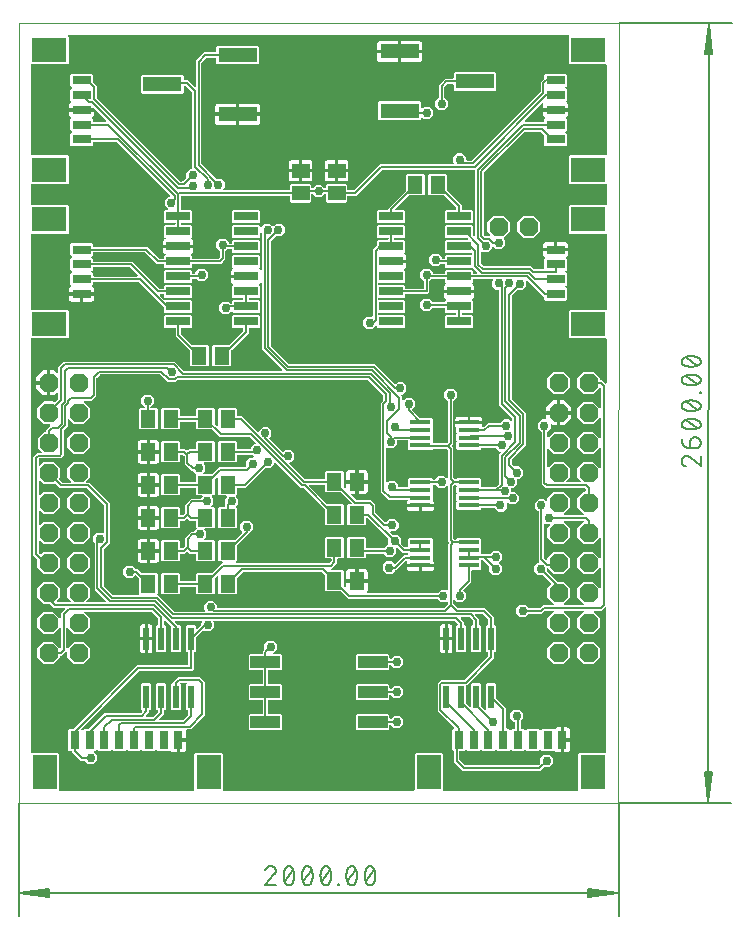
<source format=gbr>
G04 EAGLE Gerber RS-274X export*
G75*
%MOMM*%
%FSLAX34Y34*%
%LPD*%
%INTop Copper*%
%IPPOS*%
%AMOC8*
5,1,8,0,0,1.08239X$1,22.5*%
G01*
%ADD10C,0.000000*%
%ADD11C,0.130000*%
%ADD12C,0.152400*%
%ADD13P,1.732040X8X112.500000*%
%ADD14P,1.732040X8X22.500000*%
%ADD15R,1.500000X1.300000*%
%ADD16R,1.778000X0.431800*%
%ADD17R,1.300000X1.500000*%
%ADD18R,0.533400X1.981200*%
%ADD19R,1.600000X0.800000*%
%ADD20R,3.000000X2.100000*%
%ADD21R,0.800000X1.600000*%
%ADD22R,2.100000X3.000000*%
%ADD23R,2.500000X1.000000*%
%ADD24R,2.032000X0.762000*%
%ADD25R,3.302000X1.270000*%
%ADD26C,0.756400*%

G36*
X148024Y10164D02*
X148024Y10164D01*
X148043Y10162D01*
X148145Y10184D01*
X148247Y10200D01*
X148264Y10210D01*
X148284Y10214D01*
X148373Y10267D01*
X148464Y10316D01*
X148478Y10330D01*
X148495Y10340D01*
X148562Y10419D01*
X148634Y10494D01*
X148642Y10512D01*
X148655Y10527D01*
X148694Y10623D01*
X148737Y10717D01*
X148739Y10737D01*
X148747Y10755D01*
X148765Y10922D01*
X148765Y41472D01*
X149658Y42365D01*
X171922Y42365D01*
X172815Y41472D01*
X172815Y10922D01*
X172818Y10902D01*
X172816Y10883D01*
X172838Y10781D01*
X172854Y10679D01*
X172864Y10662D01*
X172868Y10642D01*
X172921Y10553D01*
X172970Y10462D01*
X172984Y10448D01*
X172994Y10431D01*
X173073Y10364D01*
X173148Y10292D01*
X173166Y10284D01*
X173181Y10271D01*
X173277Y10232D01*
X173371Y10189D01*
X173391Y10187D01*
X173409Y10179D01*
X173576Y10161D01*
X334424Y10161D01*
X334444Y10164D01*
X334463Y10162D01*
X334565Y10184D01*
X334667Y10200D01*
X334684Y10210D01*
X334704Y10214D01*
X334793Y10267D01*
X334884Y10316D01*
X334898Y10330D01*
X334915Y10340D01*
X334982Y10419D01*
X335054Y10494D01*
X335062Y10512D01*
X335075Y10527D01*
X335114Y10623D01*
X335157Y10717D01*
X335159Y10737D01*
X335167Y10755D01*
X335185Y10922D01*
X335185Y41472D01*
X336078Y42365D01*
X358342Y42365D01*
X359235Y41472D01*
X359235Y10922D01*
X359238Y10902D01*
X359236Y10883D01*
X359258Y10781D01*
X359274Y10679D01*
X359284Y10662D01*
X359288Y10642D01*
X359341Y10553D01*
X359390Y10462D01*
X359404Y10448D01*
X359414Y10431D01*
X359493Y10364D01*
X359568Y10292D01*
X359586Y10284D01*
X359601Y10271D01*
X359697Y10232D01*
X359791Y10189D01*
X359811Y10187D01*
X359829Y10179D01*
X359996Y10161D01*
X473124Y10161D01*
X473144Y10164D01*
X473163Y10162D01*
X473265Y10184D01*
X473367Y10200D01*
X473384Y10210D01*
X473404Y10214D01*
X473493Y10267D01*
X473584Y10316D01*
X473598Y10330D01*
X473615Y10340D01*
X473682Y10419D01*
X473754Y10494D01*
X473762Y10512D01*
X473775Y10527D01*
X473814Y10623D01*
X473857Y10717D01*
X473859Y10737D01*
X473867Y10755D01*
X473885Y10922D01*
X473885Y41472D01*
X474778Y42365D01*
X496895Y42365D01*
X496914Y42368D01*
X496934Y42366D01*
X497035Y42388D01*
X497137Y42404D01*
X497155Y42414D01*
X497174Y42418D01*
X497263Y42471D01*
X497355Y42520D01*
X497368Y42534D01*
X497385Y42544D01*
X497453Y42623D01*
X497524Y42698D01*
X497532Y42716D01*
X497545Y42731D01*
X497584Y42827D01*
X497628Y42921D01*
X497630Y42941D01*
X497637Y42959D01*
X497656Y43126D01*
X497703Y164971D01*
X497691Y165042D01*
X497689Y165113D01*
X497671Y165162D01*
X497663Y165213D01*
X497630Y165277D01*
X497605Y165344D01*
X497572Y165385D01*
X497548Y165431D01*
X497496Y165480D01*
X497451Y165536D01*
X497407Y165565D01*
X497370Y165600D01*
X497305Y165631D01*
X497244Y165669D01*
X497194Y165682D01*
X497147Y165704D01*
X497075Y165712D01*
X497006Y165730D01*
X496954Y165725D01*
X496902Y165731D01*
X496832Y165716D01*
X496760Y165710D01*
X496713Y165690D01*
X496662Y165679D01*
X496600Y165642D01*
X496534Y165614D01*
X496478Y165569D01*
X496451Y165553D01*
X496435Y165535D01*
X496403Y165509D01*
X493707Y162813D01*
X487496Y162813D01*
X487425Y162802D01*
X487354Y162800D01*
X487305Y162782D01*
X487253Y162774D01*
X487190Y162740D01*
X487123Y162715D01*
X487082Y162683D01*
X487036Y162658D01*
X486986Y162606D01*
X486930Y162562D01*
X486902Y162518D01*
X486866Y162480D01*
X486836Y162415D01*
X486797Y162355D01*
X486785Y162304D01*
X486763Y162257D01*
X486755Y162186D01*
X486737Y162116D01*
X486741Y162064D01*
X486736Y162013D01*
X486751Y161942D01*
X486757Y161871D01*
X486777Y161823D01*
X486788Y161772D01*
X486825Y161711D01*
X486853Y161645D01*
X486898Y161589D01*
X486914Y161561D01*
X486932Y161546D01*
X486958Y161514D01*
X492126Y156346D01*
X492126Y148454D01*
X486546Y142874D01*
X478654Y142874D01*
X473074Y148454D01*
X473074Y156346D01*
X478242Y161514D01*
X478284Y161572D01*
X478334Y161624D01*
X478355Y161671D01*
X478386Y161713D01*
X478407Y161782D01*
X478437Y161847D01*
X478443Y161899D01*
X478458Y161949D01*
X478456Y162020D01*
X478464Y162091D01*
X478453Y162142D01*
X478452Y162194D01*
X478427Y162262D01*
X478412Y162332D01*
X478385Y162377D01*
X478367Y162425D01*
X478323Y162481D01*
X478286Y162543D01*
X478246Y162577D01*
X478214Y162617D01*
X478153Y162656D01*
X478099Y162703D01*
X478051Y162722D01*
X478007Y162750D01*
X477937Y162768D01*
X477871Y162795D01*
X477799Y162803D01*
X477768Y162811D01*
X477745Y162809D01*
X477704Y162813D01*
X462096Y162813D01*
X462025Y162802D01*
X461954Y162800D01*
X461905Y162782D01*
X461853Y162774D01*
X461790Y162740D01*
X461723Y162715D01*
X461682Y162683D01*
X461636Y162658D01*
X461586Y162606D01*
X461530Y162562D01*
X461502Y162518D01*
X461466Y162480D01*
X461436Y162415D01*
X461397Y162355D01*
X461385Y162304D01*
X461363Y162257D01*
X461355Y162186D01*
X461337Y162116D01*
X461341Y162064D01*
X461336Y162013D01*
X461351Y161942D01*
X461357Y161871D01*
X461377Y161823D01*
X461388Y161772D01*
X461425Y161711D01*
X461453Y161645D01*
X461498Y161589D01*
X461514Y161561D01*
X461532Y161546D01*
X461558Y161514D01*
X466726Y156346D01*
X466726Y148454D01*
X461146Y142874D01*
X453254Y142874D01*
X447674Y148454D01*
X447674Y156346D01*
X452842Y161514D01*
X452884Y161572D01*
X452934Y161624D01*
X452955Y161671D01*
X452986Y161713D01*
X453007Y161782D01*
X453037Y161847D01*
X453043Y161899D01*
X453058Y161949D01*
X453056Y162020D01*
X453064Y162091D01*
X453053Y162142D01*
X453052Y162194D01*
X453027Y162262D01*
X453012Y162332D01*
X452985Y162377D01*
X452967Y162425D01*
X452923Y162481D01*
X452886Y162543D01*
X452846Y162577D01*
X452814Y162617D01*
X452753Y162656D01*
X452699Y162703D01*
X452651Y162722D01*
X452607Y162750D01*
X452537Y162768D01*
X452471Y162795D01*
X452399Y162803D01*
X452368Y162811D01*
X452345Y162809D01*
X452304Y162813D01*
X445763Y162813D01*
X445672Y162799D01*
X445582Y162791D01*
X445552Y162779D01*
X445520Y162774D01*
X445439Y162731D01*
X445355Y162695D01*
X445323Y162669D01*
X445302Y162658D01*
X445280Y162635D01*
X445224Y162590D01*
X442907Y160273D01*
X432253Y160273D01*
X432163Y160259D01*
X432072Y160251D01*
X432043Y160239D01*
X432011Y160234D01*
X431930Y160191D01*
X431846Y160155D01*
X431814Y160129D01*
X431793Y160118D01*
X431771Y160095D01*
X431715Y160050D01*
X428918Y157253D01*
X424522Y157253D01*
X421413Y160362D01*
X421413Y164758D01*
X424522Y167867D01*
X428918Y167867D01*
X431715Y165070D01*
X431789Y165017D01*
X431859Y164957D01*
X431889Y164945D01*
X431915Y164926D01*
X432002Y164899D01*
X432087Y164865D01*
X432128Y164861D01*
X432150Y164854D01*
X432182Y164855D01*
X432253Y164847D01*
X440697Y164847D01*
X440788Y164861D01*
X440878Y164869D01*
X440908Y164881D01*
X440940Y164886D01*
X441021Y164929D01*
X441105Y164965D01*
X441137Y164991D01*
X441158Y165002D01*
X441180Y165025D01*
X441236Y165070D01*
X443553Y167387D01*
X452304Y167387D01*
X452375Y167398D01*
X452446Y167400D01*
X452495Y167418D01*
X452547Y167426D01*
X452610Y167460D01*
X452677Y167485D01*
X452718Y167517D01*
X452764Y167542D01*
X452814Y167594D01*
X452870Y167638D01*
X452898Y167682D01*
X452934Y167720D01*
X452964Y167785D01*
X453003Y167845D01*
X453015Y167896D01*
X453037Y167943D01*
X453045Y168014D01*
X453063Y168084D01*
X453059Y168136D01*
X453064Y168187D01*
X453049Y168258D01*
X453043Y168329D01*
X453023Y168377D01*
X453012Y168428D01*
X452975Y168489D01*
X452947Y168555D01*
X452902Y168611D01*
X452886Y168639D01*
X452868Y168654D01*
X452842Y168686D01*
X447674Y173854D01*
X447674Y181746D01*
X450849Y184920D01*
X450861Y184937D01*
X450876Y184949D01*
X450932Y185036D01*
X450993Y185120D01*
X450998Y185139D01*
X451009Y185156D01*
X451035Y185257D01*
X451065Y185355D01*
X451064Y185375D01*
X451069Y185395D01*
X451061Y185498D01*
X451059Y185601D01*
X451052Y185620D01*
X451050Y185640D01*
X451010Y185735D01*
X450974Y185832D01*
X450962Y185848D01*
X450954Y185866D01*
X450849Y185997D01*
X444256Y192590D01*
X444182Y192643D01*
X444112Y192703D01*
X444082Y192715D01*
X444056Y192734D01*
X443969Y192761D01*
X443884Y192795D01*
X443843Y192799D01*
X443821Y192806D01*
X443789Y192805D01*
X443717Y192813D01*
X439762Y192813D01*
X436653Y195922D01*
X436653Y200318D01*
X439762Y203427D01*
X440163Y203427D01*
X440234Y203438D01*
X440305Y203440D01*
X440354Y203458D01*
X440406Y203466D01*
X440469Y203500D01*
X440537Y203525D01*
X440577Y203557D01*
X440623Y203582D01*
X440672Y203633D01*
X440729Y203678D01*
X440757Y203722D01*
X440793Y203760D01*
X440823Y203825D01*
X440862Y203885D01*
X440874Y203936D01*
X440896Y203983D01*
X440904Y204054D01*
X440922Y204124D01*
X440918Y204176D01*
X440923Y204227D01*
X440908Y204297D01*
X440902Y204369D01*
X440882Y204417D01*
X440871Y204468D01*
X440834Y204529D01*
X440806Y204595D01*
X440761Y204651D01*
X440745Y204679D01*
X440727Y204694D01*
X440701Y204726D01*
X440311Y205117D01*
X440311Y246247D01*
X440296Y246337D01*
X440289Y246428D01*
X440276Y246457D01*
X440271Y246489D01*
X440228Y246570D01*
X440193Y246654D01*
X440167Y246686D01*
X440156Y246707D01*
X440133Y246729D01*
X440088Y246785D01*
X437291Y249582D01*
X437291Y253978D01*
X440399Y257087D01*
X444796Y257087D01*
X446375Y255508D01*
X446433Y255466D01*
X446485Y255416D01*
X446532Y255395D01*
X446574Y255364D01*
X446643Y255343D01*
X446708Y255313D01*
X446760Y255307D01*
X446810Y255292D01*
X446881Y255294D01*
X446952Y255286D01*
X447003Y255297D01*
X447055Y255298D01*
X447123Y255323D01*
X447193Y255338D01*
X447238Y255365D01*
X447286Y255383D01*
X447342Y255427D01*
X447404Y255464D01*
X447438Y255504D01*
X447478Y255536D01*
X447517Y255597D01*
X447564Y255651D01*
X447583Y255699D01*
X447611Y255743D01*
X447629Y255813D01*
X447656Y255879D01*
X447664Y255951D01*
X447672Y255982D01*
X447670Y256005D01*
X447674Y256046D01*
X447674Y257946D01*
X453254Y263526D01*
X461146Y263526D01*
X466726Y257946D01*
X466726Y250054D01*
X461558Y244886D01*
X461516Y244828D01*
X461466Y244776D01*
X461445Y244729D01*
X461414Y244687D01*
X461393Y244618D01*
X461363Y244553D01*
X461357Y244501D01*
X461342Y244451D01*
X461344Y244380D01*
X461336Y244309D01*
X461347Y244258D01*
X461348Y244206D01*
X461373Y244138D01*
X461388Y244068D01*
X461415Y244023D01*
X461433Y243975D01*
X461477Y243919D01*
X461514Y243857D01*
X461554Y243823D01*
X461586Y243783D01*
X461647Y243744D01*
X461701Y243697D01*
X461749Y243678D01*
X461793Y243650D01*
X461863Y243632D01*
X461929Y243605D01*
X462001Y243597D01*
X462032Y243589D01*
X462055Y243591D01*
X462096Y243587D01*
X477704Y243587D01*
X477775Y243598D01*
X477846Y243600D01*
X477895Y243618D01*
X477947Y243626D01*
X478010Y243660D01*
X478077Y243685D01*
X478118Y243717D01*
X478164Y243742D01*
X478214Y243794D01*
X478270Y243838D01*
X478298Y243882D01*
X478334Y243920D01*
X478364Y243985D01*
X478403Y244045D01*
X478415Y244096D01*
X478437Y244143D01*
X478445Y244214D01*
X478463Y244284D01*
X478459Y244336D01*
X478464Y244387D01*
X478449Y244458D01*
X478443Y244529D01*
X478423Y244577D01*
X478412Y244628D01*
X478375Y244689D01*
X478347Y244755D01*
X478302Y244811D01*
X478286Y244839D01*
X478268Y244854D01*
X478242Y244886D01*
X473074Y250054D01*
X473074Y257946D01*
X478654Y263526D01*
X479552Y263526D01*
X479572Y263529D01*
X479591Y263527D01*
X479693Y263549D01*
X479795Y263565D01*
X479812Y263575D01*
X479832Y263579D01*
X479921Y263632D01*
X480012Y263681D01*
X480026Y263695D01*
X480043Y263705D01*
X480110Y263784D01*
X480182Y263859D01*
X480190Y263877D01*
X480203Y263892D01*
X480242Y263988D01*
X480285Y264082D01*
X480287Y264102D01*
X480295Y264120D01*
X480313Y264287D01*
X480313Y265437D01*
X480299Y265528D01*
X480291Y265618D01*
X480279Y265648D01*
X480274Y265680D01*
X480231Y265761D01*
X480195Y265845D01*
X480169Y265877D01*
X480158Y265898D01*
X480135Y265920D01*
X480090Y265976D01*
X479463Y266603D01*
X479389Y266656D01*
X479319Y266716D01*
X479289Y266728D01*
X479263Y266747D01*
X479176Y266774D01*
X479091Y266808D01*
X479050Y266812D01*
X479028Y266819D01*
X478996Y266818D01*
X478924Y266826D01*
X446220Y266826D01*
X442932Y270114D01*
X442932Y313750D01*
X442917Y313840D01*
X442910Y313931D01*
X442898Y313960D01*
X442892Y313992D01*
X442850Y314073D01*
X442814Y314157D01*
X442788Y314189D01*
X442777Y314210D01*
X442754Y314232D01*
X442709Y314288D01*
X439912Y317085D01*
X439912Y321481D01*
X443021Y324590D01*
X446064Y324590D01*
X446135Y324601D01*
X446207Y324603D01*
X446255Y324621D01*
X446307Y324630D01*
X446370Y324663D01*
X446438Y324688D01*
X446478Y324720D01*
X446524Y324745D01*
X446574Y324797D01*
X446630Y324841D01*
X446658Y324885D01*
X446694Y324923D01*
X446724Y324988D01*
X446763Y325048D01*
X446775Y325099D01*
X446797Y325146D01*
X446805Y325217D01*
X446823Y325287D01*
X446819Y325339D01*
X446824Y325391D01*
X446809Y325461D01*
X446804Y325532D01*
X446783Y325580D01*
X446772Y325631D01*
X446735Y325693D01*
X446707Y325758D01*
X446662Y325814D01*
X446658Y325821D01*
X446658Y328677D01*
X455677Y328677D01*
X455677Y319658D01*
X452833Y319658D01*
X451825Y320667D01*
X451767Y320709D01*
X451715Y320758D01*
X451668Y320780D01*
X451625Y320810D01*
X451557Y320831D01*
X451492Y320862D01*
X451440Y320867D01*
X451390Y320883D01*
X451319Y320881D01*
X451247Y320889D01*
X451196Y320878D01*
X451144Y320876D01*
X451077Y320852D01*
X451007Y320836D01*
X450962Y320810D01*
X450913Y320792D01*
X450857Y320747D01*
X450796Y320710D01*
X450762Y320671D01*
X450721Y320638D01*
X450683Y320578D01*
X450636Y320523D01*
X450616Y320475D01*
X450588Y320431D01*
X450571Y320362D01*
X450544Y320295D01*
X450536Y320224D01*
X450528Y320193D01*
X450530Y320169D01*
X450526Y320128D01*
X450526Y317085D01*
X447729Y314288D01*
X447675Y314214D01*
X447616Y314145D01*
X447604Y314114D01*
X447585Y314088D01*
X447558Y314001D01*
X447524Y313916D01*
X447519Y313875D01*
X447513Y313853D01*
X447513Y313821D01*
X447506Y313750D01*
X447506Y310415D01*
X447517Y310344D01*
X447519Y310272D01*
X447537Y310223D01*
X447545Y310172D01*
X447579Y310109D01*
X447603Y310041D01*
X447636Y310001D01*
X447660Y309955D01*
X447712Y309905D01*
X447757Y309849D01*
X447801Y309821D01*
X447839Y309785D01*
X447904Y309755D01*
X447964Y309716D01*
X448015Y309704D01*
X448062Y309682D01*
X448133Y309674D01*
X448203Y309656D01*
X448255Y309660D01*
X448306Y309655D01*
X448376Y309670D01*
X448448Y309675D01*
X448496Y309696D01*
X448547Y309707D01*
X448608Y309744D01*
X448674Y309772D01*
X448730Y309816D01*
X448758Y309833D01*
X448773Y309851D01*
X448805Y309876D01*
X453254Y314326D01*
X461146Y314326D01*
X466726Y308746D01*
X466726Y300854D01*
X461146Y295274D01*
X453254Y295274D01*
X448805Y299724D01*
X448747Y299765D01*
X448695Y299815D01*
X448648Y299837D01*
X448605Y299867D01*
X448537Y299888D01*
X448472Y299918D01*
X448420Y299924D01*
X448370Y299939D01*
X448299Y299938D01*
X448227Y299945D01*
X448176Y299934D01*
X448124Y299933D01*
X448057Y299908D01*
X447987Y299893D01*
X447942Y299866D01*
X447893Y299849D01*
X447837Y299804D01*
X447776Y299767D01*
X447742Y299727D01*
X447701Y299695D01*
X447663Y299635D01*
X447616Y299580D01*
X447596Y299532D01*
X447568Y299488D01*
X447551Y299419D01*
X447524Y299352D01*
X447516Y299281D01*
X447508Y299249D01*
X447510Y299226D01*
X447506Y299185D01*
X447506Y285015D01*
X447517Y284944D01*
X447519Y284872D01*
X447537Y284823D01*
X447545Y284772D01*
X447579Y284709D01*
X447603Y284641D01*
X447636Y284601D01*
X447660Y284555D01*
X447712Y284505D01*
X447757Y284449D01*
X447801Y284421D01*
X447839Y284385D01*
X447904Y284355D01*
X447964Y284316D01*
X448015Y284304D01*
X448062Y284282D01*
X448133Y284274D01*
X448203Y284256D01*
X448255Y284260D01*
X448306Y284255D01*
X448376Y284270D01*
X448448Y284275D01*
X448496Y284296D01*
X448547Y284307D01*
X448608Y284344D01*
X448674Y284372D01*
X448730Y284416D01*
X448758Y284433D01*
X448773Y284451D01*
X448805Y284476D01*
X453254Y288926D01*
X461146Y288926D01*
X466726Y283346D01*
X466726Y275454D01*
X463971Y272699D01*
X463929Y272641D01*
X463879Y272589D01*
X463858Y272542D01*
X463827Y272500D01*
X463806Y272431D01*
X463776Y272366D01*
X463770Y272314D01*
X463755Y272264D01*
X463757Y272193D01*
X463749Y272122D01*
X463760Y272071D01*
X463761Y272019D01*
X463786Y271951D01*
X463801Y271881D01*
X463828Y271836D01*
X463846Y271788D01*
X463890Y271732D01*
X463927Y271670D01*
X463967Y271636D01*
X463999Y271596D01*
X464060Y271557D01*
X464114Y271510D01*
X464162Y271491D01*
X464206Y271463D01*
X464276Y271445D01*
X464342Y271418D01*
X464414Y271410D01*
X464445Y271402D01*
X464468Y271404D01*
X464509Y271400D01*
X475291Y271400D01*
X475362Y271411D01*
X475433Y271413D01*
X475482Y271431D01*
X475534Y271439D01*
X475597Y271473D01*
X475664Y271498D01*
X475705Y271530D01*
X475751Y271555D01*
X475801Y271607D01*
X475857Y271651D01*
X475885Y271695D01*
X475921Y271733D01*
X475951Y271798D01*
X475990Y271858D01*
X476002Y271909D01*
X476024Y271956D01*
X476032Y272027D01*
X476050Y272097D01*
X476046Y272149D01*
X476051Y272200D01*
X476036Y272271D01*
X476030Y272342D01*
X476010Y272390D01*
X475999Y272441D01*
X475962Y272502D01*
X475934Y272568D01*
X475889Y272624D01*
X475873Y272652D01*
X475855Y272667D01*
X475829Y272699D01*
X473074Y275454D01*
X473074Y283346D01*
X478654Y288926D01*
X486546Y288926D01*
X491714Y283758D01*
X491772Y283716D01*
X491824Y283666D01*
X491871Y283645D01*
X491913Y283614D01*
X491982Y283593D01*
X492047Y283563D01*
X492099Y283557D01*
X492149Y283542D01*
X492220Y283544D01*
X492291Y283536D01*
X492342Y283547D01*
X492394Y283548D01*
X492462Y283573D01*
X492532Y283588D01*
X492577Y283615D01*
X492625Y283633D01*
X492681Y283677D01*
X492743Y283714D01*
X492777Y283754D01*
X492817Y283786D01*
X492856Y283847D01*
X492903Y283901D01*
X492922Y283949D01*
X492950Y283993D01*
X492968Y284063D01*
X492995Y284129D01*
X493003Y284201D01*
X493011Y284232D01*
X493009Y284255D01*
X493013Y284296D01*
X493013Y299904D01*
X493002Y299975D01*
X493000Y300046D01*
X492982Y300095D01*
X492974Y300147D01*
X492940Y300210D01*
X492915Y300277D01*
X492883Y300318D01*
X492858Y300364D01*
X492806Y300414D01*
X492762Y300470D01*
X492718Y300498D01*
X492680Y300534D01*
X492615Y300564D01*
X492555Y300603D01*
X492504Y300615D01*
X492457Y300637D01*
X492386Y300645D01*
X492316Y300663D01*
X492264Y300659D01*
X492213Y300664D01*
X492142Y300649D01*
X492071Y300643D01*
X492023Y300623D01*
X491972Y300612D01*
X491911Y300575D01*
X491845Y300547D01*
X491789Y300502D01*
X491761Y300486D01*
X491746Y300468D01*
X491714Y300442D01*
X486546Y295274D01*
X478654Y295274D01*
X473074Y300854D01*
X473074Y308746D01*
X478654Y314326D01*
X486546Y314326D01*
X491714Y309158D01*
X491772Y309116D01*
X491824Y309066D01*
X491871Y309045D01*
X491913Y309014D01*
X491982Y308993D01*
X492047Y308963D01*
X492099Y308957D01*
X492149Y308942D01*
X492220Y308944D01*
X492291Y308936D01*
X492342Y308947D01*
X492394Y308948D01*
X492462Y308973D01*
X492532Y308988D01*
X492577Y309015D01*
X492625Y309033D01*
X492681Y309077D01*
X492743Y309114D01*
X492777Y309154D01*
X492817Y309186D01*
X492856Y309247D01*
X492903Y309301D01*
X492922Y309349D01*
X492950Y309393D01*
X492968Y309463D01*
X492995Y309529D01*
X493003Y309601D01*
X493011Y309632D01*
X493009Y309655D01*
X493013Y309696D01*
X493013Y325304D01*
X493002Y325375D01*
X493000Y325446D01*
X492982Y325495D01*
X492974Y325547D01*
X492940Y325610D01*
X492915Y325677D01*
X492883Y325718D01*
X492858Y325764D01*
X492806Y325814D01*
X492762Y325870D01*
X492718Y325898D01*
X492680Y325934D01*
X492615Y325964D01*
X492555Y326003D01*
X492504Y326015D01*
X492457Y326037D01*
X492386Y326045D01*
X492316Y326063D01*
X492264Y326059D01*
X492213Y326064D01*
X492142Y326049D01*
X492071Y326043D01*
X492023Y326023D01*
X491972Y326012D01*
X491911Y325975D01*
X491845Y325947D01*
X491789Y325902D01*
X491761Y325886D01*
X491746Y325868D01*
X491714Y325842D01*
X486546Y320674D01*
X478654Y320674D01*
X473074Y326254D01*
X473074Y334146D01*
X478654Y339726D01*
X486546Y339726D01*
X491714Y334558D01*
X491772Y334516D01*
X491824Y334466D01*
X491871Y334445D01*
X491913Y334414D01*
X491982Y334393D01*
X492047Y334363D01*
X492099Y334357D01*
X492149Y334342D01*
X492220Y334344D01*
X492291Y334336D01*
X492342Y334347D01*
X492394Y334348D01*
X492462Y334373D01*
X492532Y334388D01*
X492577Y334415D01*
X492625Y334433D01*
X492681Y334477D01*
X492743Y334514D01*
X492777Y334554D01*
X492817Y334586D01*
X492856Y334647D01*
X492903Y334701D01*
X492922Y334749D01*
X492950Y334793D01*
X492968Y334863D01*
X492995Y334929D01*
X493003Y335001D01*
X493011Y335032D01*
X493009Y335055D01*
X493013Y335096D01*
X493013Y350704D01*
X493002Y350775D01*
X493000Y350846D01*
X492982Y350895D01*
X492974Y350947D01*
X492940Y351010D01*
X492915Y351077D01*
X492883Y351118D01*
X492858Y351164D01*
X492806Y351214D01*
X492762Y351270D01*
X492718Y351298D01*
X492680Y351334D01*
X492615Y351364D01*
X492555Y351403D01*
X492504Y351415D01*
X492457Y351437D01*
X492386Y351445D01*
X492316Y351463D01*
X492264Y351459D01*
X492213Y351464D01*
X492142Y351449D01*
X492071Y351443D01*
X492023Y351423D01*
X491972Y351412D01*
X491911Y351375D01*
X491845Y351347D01*
X491789Y351302D01*
X491761Y351286D01*
X491746Y351268D01*
X491714Y351242D01*
X486546Y346074D01*
X478654Y346074D01*
X473074Y351654D01*
X473074Y359546D01*
X478654Y365126D01*
X486546Y365126D01*
X492126Y359546D01*
X492126Y358648D01*
X492129Y358628D01*
X492127Y358609D01*
X492149Y358507D01*
X492165Y358405D01*
X492175Y358388D01*
X492179Y358368D01*
X492232Y358279D01*
X492281Y358188D01*
X492295Y358174D01*
X492305Y358157D01*
X492384Y358090D01*
X492459Y358018D01*
X492477Y358010D01*
X492492Y357997D01*
X492588Y357958D01*
X492682Y357915D01*
X492702Y357913D01*
X492720Y357905D01*
X492887Y357887D01*
X493707Y357887D01*
X496477Y355117D01*
X496535Y355076D01*
X496587Y355026D01*
X496634Y355004D01*
X496676Y354974D01*
X496745Y354953D01*
X496810Y354923D01*
X496862Y354917D01*
X496911Y354901D01*
X496983Y354903D01*
X497054Y354895D01*
X497105Y354907D01*
X497157Y354908D01*
X497225Y354932D01*
X497294Y354948D01*
X497339Y354974D01*
X497388Y354992D01*
X497444Y355037D01*
X497506Y355074D01*
X497539Y355113D01*
X497580Y355146D01*
X497619Y355206D01*
X497666Y355261D01*
X497685Y355309D01*
X497713Y355353D01*
X497731Y355422D01*
X497758Y355489D01*
X497766Y355560D01*
X497773Y355591D01*
X497772Y355615D01*
X497776Y355655D01*
X497790Y392444D01*
X497787Y392464D01*
X497789Y392483D01*
X497767Y392585D01*
X497751Y392686D01*
X497741Y392704D01*
X497737Y392724D01*
X497684Y392813D01*
X497636Y392904D01*
X497621Y392918D01*
X497611Y392935D01*
X497532Y393002D01*
X497457Y393073D01*
X497439Y393082D01*
X497424Y393095D01*
X497328Y393134D01*
X497234Y393177D01*
X497214Y393179D01*
X497196Y393187D01*
X497029Y393205D01*
X466528Y393205D01*
X465635Y394098D01*
X465635Y416362D01*
X466528Y417255D01*
X497039Y417255D01*
X497058Y417258D01*
X497078Y417256D01*
X497179Y417278D01*
X497282Y417294D01*
X497299Y417304D01*
X497318Y417308D01*
X497407Y417361D01*
X497499Y417410D01*
X497513Y417424D01*
X497530Y417434D01*
X497597Y417513D01*
X497668Y417588D01*
X497677Y417606D01*
X497689Y417621D01*
X497728Y417717D01*
X497772Y417811D01*
X497774Y417831D01*
X497782Y417849D01*
X497800Y418016D01*
X497824Y481144D01*
X497821Y481164D01*
X497823Y481183D01*
X497801Y481285D01*
X497785Y481386D01*
X497775Y481404D01*
X497771Y481424D01*
X497718Y481513D01*
X497670Y481604D01*
X497655Y481618D01*
X497645Y481635D01*
X497566Y481702D01*
X497491Y481773D01*
X497473Y481782D01*
X497458Y481795D01*
X497362Y481834D01*
X497268Y481877D01*
X497248Y481879D01*
X497230Y481887D01*
X497063Y481905D01*
X466528Y481905D01*
X465635Y482798D01*
X465635Y505062D01*
X466528Y505955D01*
X497073Y505955D01*
X497092Y505958D01*
X497112Y505956D01*
X497214Y505978D01*
X497316Y505994D01*
X497333Y506004D01*
X497352Y506008D01*
X497441Y506061D01*
X497533Y506110D01*
X497547Y506124D01*
X497564Y506134D01*
X497631Y506213D01*
X497702Y506288D01*
X497711Y506306D01*
X497724Y506321D01*
X497762Y506417D01*
X497806Y506511D01*
X497808Y506531D01*
X497816Y506549D01*
X497834Y506716D01*
X497841Y523354D01*
X497837Y523374D01*
X497840Y523393D01*
X497818Y523495D01*
X497801Y523596D01*
X497792Y523614D01*
X497787Y523634D01*
X497734Y523723D01*
X497686Y523814D01*
X497671Y523828D01*
X497661Y523845D01*
X497583Y523912D01*
X497508Y523983D01*
X497490Y523992D01*
X497474Y524005D01*
X497378Y524044D01*
X497285Y524087D01*
X497265Y524089D01*
X497246Y524097D01*
X497079Y524115D01*
X466528Y524115D01*
X465635Y525008D01*
X465635Y547272D01*
X466528Y548165D01*
X497089Y548165D01*
X497109Y548168D01*
X497128Y548166D01*
X497230Y548188D01*
X497332Y548204D01*
X497349Y548214D01*
X497369Y548218D01*
X497458Y548271D01*
X497549Y548320D01*
X497563Y548334D01*
X497580Y548344D01*
X497647Y548423D01*
X497719Y548498D01*
X497727Y548516D01*
X497740Y548531D01*
X497779Y548627D01*
X497822Y548721D01*
X497824Y548741D01*
X497832Y548759D01*
X497850Y548926D01*
X497879Y624554D01*
X497876Y624574D01*
X497878Y624593D01*
X497856Y624694D01*
X497840Y624796D01*
X497830Y624814D01*
X497826Y624834D01*
X497773Y624923D01*
X497725Y625014D01*
X497710Y625028D01*
X497700Y625045D01*
X497621Y625112D01*
X497547Y625183D01*
X497528Y625192D01*
X497513Y625205D01*
X497417Y625244D01*
X497324Y625287D01*
X497304Y625289D01*
X497285Y625297D01*
X497118Y625315D01*
X466528Y625315D01*
X465635Y626208D01*
X465635Y648472D01*
X466105Y648942D01*
X466147Y649000D01*
X466197Y649052D01*
X466219Y649099D01*
X466249Y649141D01*
X466270Y649210D01*
X466300Y649275D01*
X466306Y649327D01*
X466321Y649377D01*
X466319Y649448D01*
X466327Y649519D01*
X466316Y649570D01*
X466315Y649622D01*
X466290Y649690D01*
X466275Y649760D01*
X466248Y649805D01*
X466231Y649853D01*
X466186Y649909D01*
X466149Y649971D01*
X466109Y650005D01*
X466077Y650045D01*
X466017Y650084D01*
X465962Y650131D01*
X465914Y650150D01*
X465870Y650178D01*
X465800Y650196D01*
X465734Y650223D01*
X465663Y650231D01*
X465631Y650239D01*
X465608Y650237D01*
X465567Y650241D01*
X42433Y650241D01*
X42362Y650230D01*
X42290Y650228D01*
X42241Y650210D01*
X42190Y650202D01*
X42127Y650168D01*
X42059Y650143D01*
X42019Y650111D01*
X41973Y650086D01*
X41923Y650034D01*
X41867Y649990D01*
X41839Y649946D01*
X41803Y649908D01*
X41773Y649843D01*
X41734Y649783D01*
X41722Y649732D01*
X41700Y649685D01*
X41692Y649614D01*
X41674Y649544D01*
X41678Y649492D01*
X41673Y649441D01*
X41688Y649370D01*
X41693Y649299D01*
X41714Y649251D01*
X41725Y649200D01*
X41762Y649139D01*
X41790Y649073D01*
X41835Y649017D01*
X41851Y648989D01*
X41869Y648974D01*
X41895Y648942D01*
X42365Y648472D01*
X42365Y626208D01*
X41472Y625315D01*
X10922Y625315D01*
X10902Y625312D01*
X10883Y625314D01*
X10781Y625292D01*
X10679Y625276D01*
X10662Y625266D01*
X10642Y625262D01*
X10553Y625209D01*
X10462Y625160D01*
X10448Y625146D01*
X10431Y625136D01*
X10364Y625057D01*
X10292Y624982D01*
X10284Y624964D01*
X10271Y624949D01*
X10232Y624853D01*
X10189Y624759D01*
X10187Y624739D01*
X10179Y624721D01*
X10161Y624554D01*
X10161Y548926D01*
X10164Y548906D01*
X10162Y548887D01*
X10184Y548785D01*
X10200Y548683D01*
X10210Y548666D01*
X10214Y548646D01*
X10267Y548557D01*
X10316Y548466D01*
X10330Y548452D01*
X10340Y548435D01*
X10419Y548368D01*
X10494Y548296D01*
X10512Y548288D01*
X10527Y548275D01*
X10623Y548236D01*
X10717Y548193D01*
X10737Y548191D01*
X10755Y548183D01*
X10922Y548165D01*
X41472Y548165D01*
X42365Y547272D01*
X42365Y525008D01*
X41472Y524115D01*
X10922Y524115D01*
X10902Y524112D01*
X10883Y524114D01*
X10781Y524092D01*
X10679Y524076D01*
X10662Y524066D01*
X10642Y524062D01*
X10553Y524009D01*
X10462Y523960D01*
X10448Y523946D01*
X10431Y523936D01*
X10364Y523857D01*
X10292Y523782D01*
X10284Y523764D01*
X10271Y523749D01*
X10232Y523653D01*
X10189Y523559D01*
X10187Y523539D01*
X10179Y523521D01*
X10161Y523354D01*
X10161Y506716D01*
X10164Y506696D01*
X10162Y506677D01*
X10184Y506575D01*
X10200Y506473D01*
X10210Y506456D01*
X10214Y506436D01*
X10267Y506347D01*
X10316Y506256D01*
X10330Y506242D01*
X10340Y506225D01*
X10419Y506158D01*
X10494Y506086D01*
X10512Y506078D01*
X10527Y506065D01*
X10623Y506026D01*
X10717Y505983D01*
X10737Y505981D01*
X10755Y505973D01*
X10922Y505955D01*
X41472Y505955D01*
X42365Y505062D01*
X42365Y482798D01*
X41472Y481905D01*
X10922Y481905D01*
X10902Y481902D01*
X10883Y481904D01*
X10781Y481882D01*
X10679Y481866D01*
X10662Y481856D01*
X10642Y481852D01*
X10553Y481799D01*
X10462Y481750D01*
X10448Y481736D01*
X10431Y481726D01*
X10364Y481647D01*
X10292Y481572D01*
X10284Y481554D01*
X10271Y481539D01*
X10232Y481443D01*
X10189Y481349D01*
X10187Y481329D01*
X10179Y481311D01*
X10161Y481144D01*
X10161Y418016D01*
X10164Y417996D01*
X10162Y417977D01*
X10184Y417875D01*
X10200Y417773D01*
X10210Y417756D01*
X10214Y417736D01*
X10267Y417647D01*
X10316Y417556D01*
X10330Y417542D01*
X10340Y417525D01*
X10419Y417458D01*
X10494Y417386D01*
X10512Y417378D01*
X10527Y417365D01*
X10623Y417326D01*
X10717Y417283D01*
X10737Y417281D01*
X10755Y417273D01*
X10922Y417255D01*
X41472Y417255D01*
X42365Y416362D01*
X42365Y394098D01*
X41472Y393205D01*
X10922Y393205D01*
X10902Y393202D01*
X10883Y393204D01*
X10781Y393182D01*
X10679Y393166D01*
X10662Y393156D01*
X10642Y393152D01*
X10553Y393099D01*
X10462Y393050D01*
X10448Y393036D01*
X10431Y393026D01*
X10364Y392947D01*
X10292Y392872D01*
X10284Y392854D01*
X10271Y392839D01*
X10232Y392743D01*
X10189Y392649D01*
X10187Y392629D01*
X10179Y392611D01*
X10161Y392444D01*
X10161Y43126D01*
X10164Y43106D01*
X10162Y43087D01*
X10184Y42985D01*
X10200Y42883D01*
X10210Y42866D01*
X10214Y42846D01*
X10267Y42757D01*
X10316Y42666D01*
X10330Y42652D01*
X10340Y42635D01*
X10419Y42568D01*
X10494Y42496D01*
X10512Y42488D01*
X10527Y42475D01*
X10623Y42436D01*
X10717Y42393D01*
X10737Y42391D01*
X10755Y42383D01*
X10922Y42365D01*
X33222Y42365D01*
X34115Y41472D01*
X34115Y10922D01*
X34118Y10902D01*
X34116Y10883D01*
X34138Y10781D01*
X34154Y10679D01*
X34164Y10662D01*
X34168Y10642D01*
X34221Y10553D01*
X34270Y10462D01*
X34284Y10448D01*
X34294Y10431D01*
X34373Y10364D01*
X34448Y10292D01*
X34466Y10284D01*
X34481Y10271D01*
X34577Y10232D01*
X34671Y10189D01*
X34691Y10187D01*
X34709Y10179D01*
X34876Y10161D01*
X148004Y10161D01*
X148024Y10164D01*
G37*
%LPC*%
G36*
X375961Y27205D02*
X375961Y27205D01*
X374398Y28768D01*
X370116Y33050D01*
X368553Y34613D01*
X368553Y43125D01*
X368539Y43215D01*
X368531Y43306D01*
X368519Y43336D01*
X368514Y43368D01*
X368471Y43449D01*
X368435Y43532D01*
X368409Y43565D01*
X368398Y43585D01*
X368375Y43607D01*
X368330Y43663D01*
X367285Y44708D01*
X367285Y61972D01*
X368401Y63088D01*
X368404Y63092D01*
X368435Y63116D01*
X368463Y63160D01*
X368499Y63198D01*
X368529Y63263D01*
X368568Y63323D01*
X368581Y63374D01*
X368603Y63421D01*
X368611Y63492D01*
X368628Y63562D01*
X368624Y63614D01*
X368630Y63665D01*
X368615Y63736D01*
X368609Y63807D01*
X368589Y63855D01*
X368578Y63906D01*
X368541Y63967D01*
X368513Y64033D01*
X368468Y64089D01*
X368451Y64117D01*
X368434Y64132D01*
X368408Y64164D01*
X356273Y76299D01*
X354710Y77862D01*
X354710Y101462D01*
X357389Y104141D01*
X377451Y104141D01*
X377542Y104155D01*
X377632Y104163D01*
X377662Y104175D01*
X377694Y104180D01*
X377775Y104223D01*
X377859Y104259D01*
X377891Y104285D01*
X377912Y104296D01*
X377934Y104319D01*
X377990Y104364D01*
X397540Y123914D01*
X397593Y123988D01*
X397653Y124058D01*
X397665Y124088D01*
X397684Y124114D01*
X397711Y124201D01*
X397745Y124286D01*
X397749Y124327D01*
X397756Y124349D01*
X397755Y124381D01*
X397763Y124453D01*
X397763Y126746D01*
X397760Y126766D01*
X397762Y126785D01*
X397740Y126887D01*
X397724Y126989D01*
X397714Y127006D01*
X397710Y127026D01*
X397657Y127115D01*
X397608Y127206D01*
X397594Y127220D01*
X397584Y127237D01*
X397505Y127304D01*
X397430Y127376D01*
X397412Y127384D01*
X397397Y127397D01*
X397301Y127436D01*
X397207Y127479D01*
X397187Y127481D01*
X397169Y127489D01*
X397002Y127507D01*
X396751Y127507D01*
X395858Y128400D01*
X395858Y149476D01*
X396751Y150369D01*
X397002Y150369D01*
X397022Y150372D01*
X397041Y150370D01*
X397143Y150392D01*
X397245Y150408D01*
X397262Y150418D01*
X397282Y150422D01*
X397371Y150475D01*
X397462Y150524D01*
X397476Y150538D01*
X397493Y150548D01*
X397560Y150627D01*
X397632Y150702D01*
X397640Y150720D01*
X397653Y150735D01*
X397692Y150831D01*
X397735Y150925D01*
X397737Y150945D01*
X397745Y150963D01*
X397763Y151130D01*
X397763Y154947D01*
X397749Y155038D01*
X397741Y155128D01*
X397729Y155158D01*
X397724Y155190D01*
X397681Y155271D01*
X397645Y155355D01*
X397619Y155387D01*
X397608Y155408D01*
X397585Y155430D01*
X397540Y155486D01*
X392976Y160050D01*
X392902Y160103D01*
X392832Y160163D01*
X392802Y160175D01*
X392776Y160194D01*
X392689Y160221D01*
X392604Y160255D01*
X392563Y160259D01*
X392541Y160266D01*
X392509Y160265D01*
X392437Y160273D01*
X387088Y160273D01*
X387018Y160262D01*
X386946Y160260D01*
X386897Y160242D01*
X386846Y160234D01*
X386782Y160200D01*
X386715Y160175D01*
X386674Y160143D01*
X386628Y160118D01*
X386579Y160067D01*
X386523Y160022D01*
X386495Y159978D01*
X386459Y159940D01*
X386429Y159875D01*
X386390Y159815D01*
X386377Y159764D01*
X386355Y159717D01*
X386347Y159646D01*
X386330Y159576D01*
X386334Y159524D01*
X386328Y159473D01*
X386343Y159402D01*
X386349Y159331D01*
X386369Y159283D01*
X386380Y159232D01*
X386417Y159171D01*
X386445Y159105D01*
X386490Y159049D01*
X386507Y159021D01*
X386524Y159006D01*
X386550Y158974D01*
X388074Y157450D01*
X389637Y155887D01*
X389637Y151130D01*
X389640Y151110D01*
X389638Y151091D01*
X389660Y150989D01*
X389676Y150887D01*
X389686Y150870D01*
X389690Y150850D01*
X389743Y150761D01*
X389792Y150670D01*
X389806Y150656D01*
X389816Y150639D01*
X389895Y150572D01*
X389970Y150500D01*
X389988Y150492D01*
X390003Y150479D01*
X390099Y150440D01*
X390193Y150397D01*
X390213Y150395D01*
X390231Y150387D01*
X390398Y150369D01*
X390649Y150369D01*
X391542Y149476D01*
X391542Y128400D01*
X390649Y127507D01*
X384051Y127507D01*
X383158Y128400D01*
X383158Y149476D01*
X384051Y150369D01*
X384302Y150369D01*
X384322Y150372D01*
X384341Y150370D01*
X384443Y150392D01*
X384545Y150408D01*
X384562Y150418D01*
X384582Y150422D01*
X384671Y150475D01*
X384762Y150524D01*
X384776Y150538D01*
X384793Y150548D01*
X384860Y150627D01*
X384932Y150702D01*
X384940Y150720D01*
X384953Y150735D01*
X384992Y150831D01*
X385035Y150925D01*
X385037Y150945D01*
X385045Y150963D01*
X385063Y151130D01*
X385063Y153678D01*
X385049Y153768D01*
X385041Y153859D01*
X385029Y153888D01*
X385024Y153920D01*
X384981Y154001D01*
X384945Y154085D01*
X384919Y154117D01*
X384908Y154138D01*
X384885Y154160D01*
X384840Y154216D01*
X382054Y157002D01*
X381980Y157055D01*
X381910Y157115D01*
X381880Y157127D01*
X381854Y157146D01*
X381767Y157173D01*
X381682Y157207D01*
X381641Y157211D01*
X381619Y157218D01*
X381587Y157217D01*
X381515Y157225D01*
X374896Y157225D01*
X374826Y157214D01*
X374754Y157212D01*
X374705Y157194D01*
X374654Y157186D01*
X374590Y157152D01*
X374523Y157127D01*
X374482Y157095D01*
X374436Y157070D01*
X374387Y157018D01*
X374331Y156974D01*
X374303Y156930D01*
X374267Y156892D01*
X374237Y156827D01*
X374198Y156767D01*
X374185Y156716D01*
X374163Y156669D01*
X374155Y156598D01*
X374138Y156528D01*
X374142Y156476D01*
X374136Y156425D01*
X374151Y156354D01*
X374157Y156283D01*
X374177Y156235D01*
X374188Y156184D01*
X374225Y156123D01*
X374253Y156057D01*
X374298Y156001D01*
X374315Y155973D01*
X374332Y155958D01*
X374358Y155926D01*
X376937Y153347D01*
X376937Y151130D01*
X376940Y151110D01*
X376938Y151091D01*
X376960Y150989D01*
X376976Y150887D01*
X376986Y150870D01*
X376990Y150850D01*
X377043Y150761D01*
X377092Y150670D01*
X377106Y150656D01*
X377116Y150639D01*
X377195Y150572D01*
X377270Y150500D01*
X377288Y150492D01*
X377303Y150479D01*
X377399Y150440D01*
X377493Y150397D01*
X377513Y150395D01*
X377531Y150387D01*
X377698Y150369D01*
X377949Y150369D01*
X378842Y149476D01*
X378842Y128400D01*
X377949Y127507D01*
X371351Y127507D01*
X370458Y128400D01*
X370458Y149476D01*
X371351Y150369D01*
X371602Y150369D01*
X371622Y150372D01*
X371641Y150370D01*
X371732Y150389D01*
X371744Y150390D01*
X371756Y150394D01*
X371845Y150408D01*
X371862Y150418D01*
X371882Y150422D01*
X371959Y150468D01*
X371975Y150474D01*
X371989Y150485D01*
X372062Y150524D01*
X372076Y150538D01*
X372093Y150548D01*
X372147Y150612D01*
X372167Y150628D01*
X372181Y150648D01*
X372232Y150702D01*
X372240Y150720D01*
X372253Y150735D01*
X372280Y150804D01*
X372300Y150835D01*
X372309Y150869D01*
X372335Y150925D01*
X372337Y150945D01*
X372345Y150963D01*
X372354Y151048D01*
X372361Y151073D01*
X372359Y151092D01*
X372363Y151130D01*
X372363Y151137D01*
X372361Y151154D01*
X372362Y151169D01*
X372348Y151235D01*
X372341Y151318D01*
X372329Y151348D01*
X372324Y151380D01*
X372311Y151403D01*
X372310Y151410D01*
X372291Y151441D01*
X372281Y151461D01*
X372245Y151545D01*
X372219Y151577D01*
X372208Y151598D01*
X372185Y151620D01*
X372140Y151676D01*
X369862Y153954D01*
X369788Y154007D01*
X369718Y154067D01*
X369688Y154079D01*
X369662Y154098D01*
X369575Y154125D01*
X369490Y154159D01*
X369449Y154163D01*
X369427Y154170D01*
X369395Y154169D01*
X369323Y154177D01*
X165581Y154177D01*
X165511Y154166D01*
X165439Y154164D01*
X165390Y154146D01*
X165339Y154138D01*
X165275Y154104D01*
X165208Y154079D01*
X165167Y154047D01*
X165121Y154022D01*
X165072Y153970D01*
X165016Y153926D01*
X164988Y153882D01*
X164952Y153844D01*
X164922Y153779D01*
X164883Y153719D01*
X164870Y153668D01*
X164848Y153621D01*
X164840Y153550D01*
X164823Y153480D01*
X164827Y153428D01*
X164821Y153377D01*
X164836Y153306D01*
X164842Y153235D01*
X164862Y153187D01*
X164873Y153136D01*
X164910Y153075D01*
X164938Y153009D01*
X164983Y152953D01*
X165000Y152925D01*
X165017Y152910D01*
X165043Y152878D01*
X165327Y152594D01*
X165327Y148198D01*
X162218Y145089D01*
X157822Y145089D01*
X157167Y145744D01*
X157151Y145756D01*
X157138Y145772D01*
X157051Y145828D01*
X156967Y145888D01*
X156948Y145894D01*
X156931Y145905D01*
X156831Y145930D01*
X156732Y145960D01*
X156712Y145960D01*
X156693Y145965D01*
X156590Y145957D01*
X156486Y145954D01*
X156467Y145947D01*
X156448Y145945D01*
X156353Y145905D01*
X156255Y145869D01*
X156239Y145857D01*
X156221Y145849D01*
X156090Y145744D01*
X150465Y140119D01*
X150412Y140045D01*
X150382Y140010D01*
X150373Y140001D01*
X150372Y139999D01*
X150352Y139975D01*
X150340Y139945D01*
X150321Y139919D01*
X150294Y139832D01*
X150291Y139824D01*
X150270Y139778D01*
X150269Y139768D01*
X150260Y139747D01*
X150256Y139706D01*
X150249Y139684D01*
X150250Y139652D01*
X150242Y139580D01*
X150242Y128400D01*
X149349Y127507D01*
X149098Y127507D01*
X149078Y127504D01*
X149059Y127506D01*
X148957Y127484D01*
X148855Y127468D01*
X148838Y127458D01*
X148818Y127454D01*
X148729Y127401D01*
X148638Y127352D01*
X148624Y127338D01*
X148607Y127328D01*
X148540Y127249D01*
X148468Y127174D01*
X148460Y127156D01*
X148447Y127141D01*
X148408Y127045D01*
X148365Y126951D01*
X148363Y126931D01*
X148355Y126913D01*
X148337Y126746D01*
X148337Y113236D01*
X146868Y111767D01*
X102616Y111767D01*
X102526Y111752D01*
X102435Y111745D01*
X102405Y111732D01*
X102373Y111727D01*
X102293Y111684D01*
X102209Y111649D01*
X102177Y111623D01*
X102156Y111612D01*
X102134Y111589D01*
X102078Y111544D01*
X53398Y62864D01*
X53388Y62850D01*
X53374Y62839D01*
X53316Y62750D01*
X53255Y62665D01*
X53250Y62647D01*
X53240Y62632D01*
X53213Y62530D01*
X53182Y62430D01*
X53183Y62412D01*
X53178Y62394D01*
X53186Y62289D01*
X53189Y62184D01*
X53195Y62167D01*
X53196Y62149D01*
X53237Y62052D01*
X53273Y61953D01*
X53285Y61939D01*
X53292Y61922D01*
X53396Y61790D01*
X53399Y61787D01*
X53415Y61775D01*
X53427Y61761D01*
X53428Y61760D01*
X53430Y61757D01*
X53516Y61702D01*
X53598Y61643D01*
X53619Y61636D01*
X53637Y61624D01*
X53736Y61600D01*
X53833Y61569D01*
X53855Y61570D01*
X53876Y61564D01*
X53977Y61572D01*
X54079Y61574D01*
X54099Y61582D01*
X54121Y61583D01*
X54214Y61623D01*
X54310Y61658D01*
X54327Y61671D01*
X54347Y61680D01*
X54478Y61785D01*
X55558Y62865D01*
X59315Y62865D01*
X59406Y62879D01*
X59496Y62887D01*
X59526Y62899D01*
X59558Y62904D01*
X59639Y62947D01*
X59723Y62983D01*
X59755Y63009D01*
X59776Y63020D01*
X59798Y63043D01*
X59854Y63088D01*
X72637Y75871D01*
X102877Y75871D01*
X102968Y75885D01*
X103058Y75892D01*
X103088Y75905D01*
X103120Y75910D01*
X103201Y75953D01*
X103285Y75989D01*
X103317Y76014D01*
X103338Y76025D01*
X103360Y76049D01*
X103416Y76094D01*
X104564Y77242D01*
X104576Y77258D01*
X104591Y77271D01*
X104647Y77358D01*
X104708Y77442D01*
X104714Y77461D01*
X104724Y77478D01*
X104750Y77578D01*
X104780Y77677D01*
X104780Y77697D01*
X104784Y77716D01*
X104776Y77819D01*
X104774Y77923D01*
X104767Y77941D01*
X104765Y77961D01*
X104725Y78056D01*
X104689Y78154D01*
X104677Y78169D01*
X104669Y78188D01*
X104564Y78319D01*
X103758Y79124D01*
X103758Y100200D01*
X104651Y101093D01*
X111249Y101093D01*
X112142Y100200D01*
X112142Y79124D01*
X111249Y78231D01*
X111021Y78231D01*
X111001Y78228D01*
X110981Y78230D01*
X110880Y78208D01*
X110778Y78192D01*
X110761Y78182D01*
X110741Y78178D01*
X110652Y78125D01*
X110561Y78076D01*
X110547Y78062D01*
X110530Y78052D01*
X110463Y77973D01*
X110391Y77898D01*
X110383Y77880D01*
X110370Y77865D01*
X110331Y77769D01*
X110288Y77675D01*
X110286Y77655D01*
X110278Y77637D01*
X110260Y77470D01*
X110260Y76469D01*
X108697Y74907D01*
X107912Y74122D01*
X107870Y74064D01*
X107821Y74012D01*
X107799Y73965D01*
X107769Y73922D01*
X107748Y73854D01*
X107717Y73789D01*
X107712Y73737D01*
X107696Y73687D01*
X107698Y73616D01*
X107690Y73544D01*
X107701Y73493D01*
X107703Y73441D01*
X107727Y73374D01*
X107742Y73304D01*
X107769Y73259D01*
X107787Y73210D01*
X107832Y73154D01*
X107869Y73093D01*
X107908Y73059D01*
X107941Y73018D01*
X108001Y72980D01*
X108056Y72933D01*
X108104Y72913D01*
X108148Y72885D01*
X108217Y72868D01*
X108284Y72841D01*
X108355Y72833D01*
X108386Y72825D01*
X108410Y72827D01*
X108450Y72823D01*
X113723Y72823D01*
X113813Y72837D01*
X113904Y72844D01*
X113934Y72857D01*
X113966Y72862D01*
X114047Y72905D01*
X114131Y72941D01*
X114163Y72966D01*
X114183Y72977D01*
X114206Y73001D01*
X114262Y73046D01*
X118140Y76924D01*
X118193Y76998D01*
X118225Y77035D01*
X118232Y77042D01*
X118232Y77044D01*
X118253Y77068D01*
X118265Y77098D01*
X118284Y77124D01*
X118311Y77211D01*
X118314Y77220D01*
X118335Y77265D01*
X118336Y77274D01*
X118345Y77296D01*
X118349Y77337D01*
X118356Y77359D01*
X118355Y77391D01*
X118363Y77463D01*
X118363Y77470D01*
X118360Y77490D01*
X118362Y77509D01*
X118351Y77561D01*
X118350Y77605D01*
X118334Y77648D01*
X118324Y77713D01*
X118314Y77730D01*
X118310Y77750D01*
X118276Y77806D01*
X118265Y77836D01*
X118244Y77862D01*
X118208Y77930D01*
X118194Y77944D01*
X118184Y77961D01*
X118125Y78011D01*
X118112Y78028D01*
X118092Y78040D01*
X118030Y78100D01*
X118012Y78108D01*
X117997Y78121D01*
X117917Y78153D01*
X117905Y78161D01*
X117889Y78165D01*
X117807Y78203D01*
X117787Y78205D01*
X117769Y78213D01*
X117602Y78231D01*
X117351Y78231D01*
X116458Y79124D01*
X116458Y100200D01*
X117351Y101093D01*
X123949Y101093D01*
X124842Y100200D01*
X124842Y79124D01*
X123949Y78231D01*
X123698Y78231D01*
X123678Y78228D01*
X123659Y78230D01*
X123557Y78208D01*
X123455Y78192D01*
X123438Y78182D01*
X123418Y78178D01*
X123329Y78125D01*
X123238Y78076D01*
X123224Y78062D01*
X123207Y78052D01*
X123140Y77973D01*
X123068Y77898D01*
X123060Y77880D01*
X123047Y77865D01*
X123008Y77769D01*
X122965Y77675D01*
X122963Y77655D01*
X122955Y77637D01*
X122937Y77470D01*
X122937Y75253D01*
X118758Y71074D01*
X118716Y71016D01*
X118667Y70964D01*
X118645Y70917D01*
X118614Y70874D01*
X118593Y70806D01*
X118563Y70741D01*
X118557Y70689D01*
X118542Y70639D01*
X118544Y70568D01*
X118536Y70496D01*
X118547Y70445D01*
X118548Y70393D01*
X118573Y70326D01*
X118588Y70256D01*
X118615Y70211D01*
X118633Y70162D01*
X118678Y70106D01*
X118714Y70045D01*
X118754Y70011D01*
X118787Y69970D01*
X118847Y69932D01*
X118901Y69885D01*
X118950Y69865D01*
X118994Y69837D01*
X119063Y69820D01*
X119130Y69793D01*
X119201Y69785D01*
X119232Y69777D01*
X119255Y69779D01*
X119296Y69775D01*
X138437Y69775D01*
X138528Y69789D01*
X138618Y69796D01*
X138648Y69809D01*
X138680Y69814D01*
X138761Y69857D01*
X138845Y69893D01*
X138877Y69918D01*
X138898Y69929D01*
X138920Y69953D01*
X138976Y69998D01*
X143540Y74562D01*
X143593Y74636D01*
X143653Y74705D01*
X143665Y74736D01*
X143684Y74762D01*
X143711Y74849D01*
X143745Y74934D01*
X143749Y74975D01*
X143756Y74997D01*
X143755Y75029D01*
X143763Y75100D01*
X143763Y77470D01*
X143760Y77490D01*
X143762Y77509D01*
X143740Y77611D01*
X143724Y77713D01*
X143714Y77730D01*
X143710Y77750D01*
X143657Y77839D01*
X143608Y77930D01*
X143594Y77944D01*
X143584Y77961D01*
X143505Y78028D01*
X143430Y78100D01*
X143412Y78108D01*
X143397Y78121D01*
X143301Y78160D01*
X143207Y78203D01*
X143187Y78205D01*
X143169Y78213D01*
X143002Y78231D01*
X142751Y78231D01*
X141858Y79124D01*
X141858Y100200D01*
X142212Y100554D01*
X142254Y100612D01*
X142304Y100664D01*
X142326Y100711D01*
X142356Y100753D01*
X142377Y100822D01*
X142407Y100887D01*
X142413Y100939D01*
X142428Y100989D01*
X142426Y101060D01*
X142434Y101131D01*
X142423Y101182D01*
X142422Y101234D01*
X142397Y101302D01*
X142382Y101372D01*
X142355Y101417D01*
X142338Y101465D01*
X142293Y101521D01*
X142256Y101583D01*
X142216Y101617D01*
X142184Y101657D01*
X142124Y101696D01*
X142069Y101743D01*
X142021Y101762D01*
X141977Y101790D01*
X141908Y101808D01*
X141841Y101835D01*
X141770Y101843D01*
X141738Y101851D01*
X141715Y101849D01*
X141674Y101853D01*
X137726Y101853D01*
X137655Y101842D01*
X137583Y101840D01*
X137534Y101822D01*
X137483Y101814D01*
X137420Y101780D01*
X137352Y101755D01*
X137312Y101723D01*
X137266Y101698D01*
X137216Y101646D01*
X137160Y101602D01*
X137132Y101558D01*
X137096Y101520D01*
X137066Y101455D01*
X137027Y101395D01*
X137015Y101344D01*
X136993Y101297D01*
X136985Y101226D01*
X136967Y101156D01*
X136971Y101104D01*
X136966Y101053D01*
X136981Y100982D01*
X136986Y100911D01*
X137007Y100863D01*
X137018Y100812D01*
X137055Y100751D01*
X137083Y100685D01*
X137128Y100629D01*
X137144Y100601D01*
X137162Y100586D01*
X137188Y100554D01*
X137542Y100200D01*
X137542Y79124D01*
X136649Y78231D01*
X130051Y78231D01*
X129158Y79124D01*
X129158Y100200D01*
X130051Y101093D01*
X130302Y101093D01*
X130322Y101096D01*
X130341Y101094D01*
X130443Y101116D01*
X130545Y101132D01*
X130562Y101142D01*
X130582Y101146D01*
X130671Y101199D01*
X130762Y101248D01*
X130776Y101262D01*
X130793Y101272D01*
X130860Y101351D01*
X130932Y101426D01*
X130940Y101444D01*
X130953Y101459D01*
X130992Y101555D01*
X131035Y101649D01*
X131037Y101669D01*
X131045Y101687D01*
X131063Y101854D01*
X131063Y102547D01*
X134943Y106427D01*
X153614Y106427D01*
X157493Y102547D01*
X157493Y73919D01*
X145727Y62153D01*
X142492Y62153D01*
X142472Y62150D01*
X142453Y62152D01*
X142351Y62130D01*
X142249Y62113D01*
X142232Y62104D01*
X142212Y62100D01*
X142123Y62047D01*
X142032Y61998D01*
X142018Y61984D01*
X142001Y61974D01*
X141934Y61895D01*
X141862Y61820D01*
X141854Y61802D01*
X141841Y61787D01*
X141802Y61690D01*
X141759Y61597D01*
X141757Y61577D01*
X141749Y61559D01*
X141731Y61392D01*
X141731Y54863D01*
X135952Y54863D01*
X135932Y54860D01*
X135913Y54862D01*
X135811Y54840D01*
X135709Y54823D01*
X135692Y54814D01*
X135672Y54810D01*
X135583Y54757D01*
X135492Y54708D01*
X135478Y54694D01*
X135461Y54684D01*
X135394Y54605D01*
X135323Y54530D01*
X135314Y54512D01*
X135301Y54497D01*
X135262Y54401D01*
X135219Y54307D01*
X135217Y54287D01*
X135209Y54269D01*
X135191Y54102D01*
X135191Y53339D01*
X134428Y53339D01*
X134408Y53336D01*
X134389Y53338D01*
X134287Y53316D01*
X134185Y53299D01*
X134168Y53290D01*
X134148Y53286D01*
X134059Y53233D01*
X133968Y53184D01*
X133954Y53170D01*
X133937Y53160D01*
X133870Y53081D01*
X133799Y53006D01*
X133790Y52988D01*
X133777Y52973D01*
X133738Y52877D01*
X133695Y52783D01*
X133693Y52763D01*
X133685Y52745D01*
X133667Y52578D01*
X133667Y42799D01*
X130856Y42799D01*
X130209Y42972D01*
X129630Y43307D01*
X129157Y43780D01*
X128968Y44107D01*
X128894Y44197D01*
X128819Y44292D01*
X128815Y44294D01*
X128812Y44297D01*
X128713Y44360D01*
X128612Y44425D01*
X128608Y44426D01*
X128604Y44428D01*
X128489Y44456D01*
X128373Y44485D01*
X128369Y44484D01*
X128365Y44485D01*
X128246Y44475D01*
X128128Y44466D01*
X128124Y44464D01*
X128120Y44464D01*
X128011Y44416D01*
X127902Y44369D01*
X127898Y44366D01*
X127895Y44365D01*
X127885Y44356D01*
X127771Y44264D01*
X127322Y43815D01*
X118058Y43815D01*
X116978Y44895D01*
X116962Y44907D01*
X116950Y44923D01*
X116862Y44979D01*
X116779Y45039D01*
X116760Y45045D01*
X116743Y45056D01*
X116642Y45081D01*
X116543Y45111D01*
X116524Y45111D01*
X116504Y45116D01*
X116401Y45108D01*
X116298Y45105D01*
X116279Y45098D01*
X116259Y45097D01*
X116164Y45056D01*
X116067Y45021D01*
X116051Y45008D01*
X116033Y45000D01*
X115902Y44895D01*
X114822Y43815D01*
X105558Y43815D01*
X104478Y44895D01*
X104462Y44907D01*
X104450Y44923D01*
X104362Y44979D01*
X104279Y45039D01*
X104260Y45045D01*
X104243Y45056D01*
X104142Y45081D01*
X104043Y45111D01*
X104024Y45111D01*
X104004Y45116D01*
X103901Y45108D01*
X103798Y45105D01*
X103779Y45098D01*
X103759Y45097D01*
X103664Y45056D01*
X103567Y45021D01*
X103551Y45008D01*
X103533Y45000D01*
X103402Y44895D01*
X102322Y43815D01*
X93058Y43815D01*
X91978Y44895D01*
X91962Y44907D01*
X91950Y44923D01*
X91862Y44979D01*
X91779Y45039D01*
X91760Y45045D01*
X91743Y45056D01*
X91642Y45081D01*
X91543Y45111D01*
X91524Y45111D01*
X91504Y45116D01*
X91401Y45108D01*
X91298Y45105D01*
X91279Y45098D01*
X91259Y45097D01*
X91164Y45056D01*
X91067Y45021D01*
X91051Y45008D01*
X91033Y45000D01*
X90902Y44895D01*
X89822Y43815D01*
X80558Y43815D01*
X79478Y44895D01*
X79462Y44907D01*
X79450Y44923D01*
X79362Y44979D01*
X79279Y45039D01*
X79260Y45045D01*
X79243Y45056D01*
X79142Y45081D01*
X79043Y45111D01*
X79024Y45111D01*
X79004Y45116D01*
X78901Y45108D01*
X78798Y45105D01*
X78779Y45098D01*
X78759Y45097D01*
X78664Y45056D01*
X78567Y45021D01*
X78551Y45008D01*
X78533Y45000D01*
X78402Y44895D01*
X77322Y43815D01*
X68058Y43815D01*
X66978Y44895D01*
X66962Y44907D01*
X66950Y44923D01*
X66862Y44979D01*
X66779Y45039D01*
X66760Y45045D01*
X66743Y45056D01*
X66642Y45081D01*
X66543Y45111D01*
X66524Y45111D01*
X66504Y45116D01*
X66401Y45108D01*
X66298Y45105D01*
X66279Y45098D01*
X66259Y45097D01*
X66164Y45056D01*
X66067Y45021D01*
X66051Y45008D01*
X66033Y45000D01*
X65902Y44895D01*
X64822Y43815D01*
X64587Y43815D01*
X64517Y43804D01*
X64445Y43802D01*
X64396Y43784D01*
X64345Y43776D01*
X64281Y43742D01*
X64214Y43717D01*
X64173Y43685D01*
X64127Y43660D01*
X64078Y43608D01*
X64022Y43564D01*
X63994Y43520D01*
X63958Y43482D01*
X63928Y43417D01*
X63889Y43357D01*
X63876Y43306D01*
X63854Y43259D01*
X63846Y43188D01*
X63829Y43118D01*
X63833Y43066D01*
X63827Y43015D01*
X63842Y42944D01*
X63848Y42873D01*
X63868Y42825D01*
X63879Y42774D01*
X63916Y42713D01*
X63944Y42647D01*
X63989Y42591D01*
X64006Y42563D01*
X64023Y42548D01*
X64049Y42516D01*
X66267Y40298D01*
X66267Y35902D01*
X63158Y32793D01*
X58762Y32793D01*
X55965Y35590D01*
X55891Y35643D01*
X55821Y35703D01*
X55791Y35715D01*
X55765Y35734D01*
X55678Y35761D01*
X55593Y35795D01*
X55552Y35799D01*
X55530Y35806D01*
X55498Y35805D01*
X55427Y35813D01*
X52393Y35813D01*
X45403Y42803D01*
X45403Y43054D01*
X45400Y43074D01*
X45402Y43093D01*
X45380Y43195D01*
X45364Y43297D01*
X45354Y43314D01*
X45350Y43334D01*
X45297Y43423D01*
X45248Y43514D01*
X45234Y43528D01*
X45224Y43545D01*
X45145Y43612D01*
X45070Y43684D01*
X45052Y43692D01*
X45037Y43705D01*
X44941Y43744D01*
X44847Y43787D01*
X44827Y43789D01*
X44809Y43797D01*
X44642Y43815D01*
X43058Y43815D01*
X42165Y44708D01*
X42165Y61972D01*
X43058Y62865D01*
X46616Y62865D01*
X46706Y62879D01*
X46797Y62887D01*
X46826Y62899D01*
X46858Y62904D01*
X46939Y62947D01*
X47023Y62983D01*
X47055Y63009D01*
X47076Y63020D01*
X47098Y63043D01*
X47154Y63088D01*
X98844Y114778D01*
X100406Y116340D01*
X143002Y116340D01*
X143022Y116344D01*
X143041Y116341D01*
X143143Y116363D01*
X143245Y116380D01*
X143262Y116389D01*
X143282Y116394D01*
X143371Y116447D01*
X143462Y116495D01*
X143476Y116510D01*
X143493Y116520D01*
X143560Y116599D01*
X143632Y116674D01*
X143640Y116692D01*
X143653Y116707D01*
X143692Y116803D01*
X143735Y116897D01*
X143737Y116916D01*
X143745Y116935D01*
X143763Y117102D01*
X143763Y126746D01*
X143760Y126766D01*
X143762Y126785D01*
X143740Y126887D01*
X143724Y126989D01*
X143714Y127006D01*
X143710Y127026D01*
X143657Y127115D01*
X143608Y127206D01*
X143594Y127220D01*
X143584Y127237D01*
X143505Y127304D01*
X143430Y127376D01*
X143412Y127384D01*
X143397Y127397D01*
X143301Y127436D01*
X143207Y127479D01*
X143187Y127481D01*
X143169Y127489D01*
X143002Y127507D01*
X142751Y127507D01*
X141858Y128400D01*
X141858Y149476D01*
X142751Y150369D01*
X149349Y150369D01*
X150242Y149476D01*
X150242Y148201D01*
X150253Y148131D01*
X150255Y148059D01*
X150273Y148010D01*
X150281Y147959D01*
X150315Y147895D01*
X150340Y147828D01*
X150372Y147787D01*
X150397Y147741D01*
X150449Y147692D01*
X150493Y147636D01*
X150537Y147608D01*
X150575Y147572D01*
X150640Y147542D01*
X150700Y147503D01*
X150751Y147490D01*
X150798Y147468D01*
X150869Y147460D01*
X150939Y147443D01*
X150991Y147447D01*
X151042Y147441D01*
X151113Y147456D01*
X151184Y147462D01*
X151232Y147482D01*
X151283Y147493D01*
X151344Y147530D01*
X151410Y147558D01*
X151466Y147603D01*
X151494Y147620D01*
X151509Y147637D01*
X151541Y147663D01*
X154490Y150612D01*
X154543Y150686D01*
X154603Y150756D01*
X154615Y150786D01*
X154634Y150812D01*
X154661Y150899D01*
X154695Y150984D01*
X154699Y151025D01*
X154706Y151047D01*
X154705Y151079D01*
X154713Y151151D01*
X154713Y152594D01*
X154997Y152878D01*
X155039Y152936D01*
X155088Y152988D01*
X155110Y153035D01*
X155140Y153077D01*
X155162Y153146D01*
X155192Y153211D01*
X155197Y153263D01*
X155213Y153313D01*
X155211Y153384D01*
X155219Y153455D01*
X155208Y153506D01*
X155206Y153558D01*
X155182Y153626D01*
X155167Y153696D01*
X155140Y153741D01*
X155122Y153789D01*
X155077Y153845D01*
X155040Y153907D01*
X155001Y153941D01*
X154968Y153981D01*
X154908Y154020D01*
X154853Y154067D01*
X154805Y154086D01*
X154761Y154114D01*
X154692Y154132D01*
X154625Y154159D01*
X154554Y154167D01*
X154523Y154175D01*
X154500Y154173D01*
X154459Y154177D01*
X132834Y154177D01*
X132764Y154166D01*
X132692Y154164D01*
X132643Y154146D01*
X132592Y154138D01*
X132528Y154104D01*
X132461Y154079D01*
X132420Y154047D01*
X132374Y154022D01*
X132325Y153971D01*
X132269Y153926D01*
X132241Y153882D01*
X132205Y153844D01*
X132175Y153779D01*
X132136Y153719D01*
X132123Y153668D01*
X132101Y153621D01*
X132093Y153550D01*
X132076Y153480D01*
X132080Y153428D01*
X132074Y153377D01*
X132089Y153306D01*
X132095Y153235D01*
X132115Y153187D01*
X132126Y153136D01*
X132163Y153075D01*
X132191Y153009D01*
X132236Y152953D01*
X132253Y152925D01*
X132270Y152910D01*
X132296Y152878D01*
X134582Y150592D01*
X134656Y150539D01*
X134726Y150479D01*
X134756Y150467D01*
X134782Y150448D01*
X134869Y150421D01*
X134954Y150387D01*
X134995Y150383D01*
X135017Y150376D01*
X135049Y150377D01*
X135120Y150369D01*
X136649Y150369D01*
X137542Y149476D01*
X137542Y128400D01*
X136649Y127507D01*
X130051Y127507D01*
X129158Y128400D01*
X129158Y149233D01*
X129144Y149323D01*
X129136Y149414D01*
X129124Y149443D01*
X129119Y149475D01*
X129076Y149556D01*
X129040Y149640D01*
X129014Y149672D01*
X129003Y149693D01*
X128980Y149715D01*
X128935Y149771D01*
X124236Y154470D01*
X124178Y154512D01*
X124126Y154561D01*
X124079Y154583D01*
X124037Y154613D01*
X123968Y154634D01*
X123903Y154665D01*
X123851Y154670D01*
X123801Y154686D01*
X123730Y154684D01*
X123659Y154692D01*
X123608Y154681D01*
X123556Y154679D01*
X123488Y154655D01*
X123418Y154640D01*
X123374Y154613D01*
X123325Y154595D01*
X123269Y154550D01*
X123207Y154513D01*
X123173Y154474D01*
X123133Y154441D01*
X123094Y154381D01*
X123047Y154326D01*
X123028Y154278D01*
X123000Y154234D01*
X122982Y154165D01*
X122955Y154098D01*
X122947Y154027D01*
X122939Y153996D01*
X122941Y153972D01*
X122937Y153932D01*
X122937Y151130D01*
X122940Y151110D01*
X122938Y151091D01*
X122960Y150989D01*
X122976Y150887D01*
X122986Y150870D01*
X122990Y150850D01*
X123043Y150761D01*
X123092Y150670D01*
X123106Y150656D01*
X123116Y150639D01*
X123195Y150572D01*
X123270Y150500D01*
X123288Y150492D01*
X123303Y150479D01*
X123399Y150440D01*
X123493Y150397D01*
X123513Y150395D01*
X123531Y150387D01*
X123698Y150369D01*
X123949Y150369D01*
X124842Y149476D01*
X124842Y128400D01*
X123949Y127507D01*
X117351Y127507D01*
X116458Y128400D01*
X116458Y149476D01*
X117351Y150369D01*
X117602Y150369D01*
X117622Y150372D01*
X117641Y150370D01*
X117743Y150392D01*
X117845Y150408D01*
X117862Y150418D01*
X117882Y150422D01*
X117971Y150475D01*
X118062Y150524D01*
X118076Y150538D01*
X118093Y150548D01*
X118160Y150627D01*
X118232Y150702D01*
X118240Y150720D01*
X118253Y150735D01*
X118292Y150831D01*
X118335Y150925D01*
X118337Y150945D01*
X118345Y150963D01*
X118363Y151130D01*
X118363Y155717D01*
X118349Y155807D01*
X118341Y155898D01*
X118329Y155928D01*
X118324Y155960D01*
X118281Y156040D01*
X118245Y156124D01*
X118219Y156156D01*
X118208Y156177D01*
X118185Y156199D01*
X118140Y156255D01*
X112628Y161767D01*
X112554Y161820D01*
X112485Y161880D01*
X112455Y161892D01*
X112428Y161911D01*
X112341Y161938D01*
X112257Y161972D01*
X112216Y161976D01*
X112193Y161983D01*
X112161Y161982D01*
X112090Y161990D01*
X56519Y161990D01*
X56448Y161979D01*
X56376Y161977D01*
X56328Y161959D01*
X56276Y161951D01*
X56213Y161917D01*
X56145Y161892D01*
X56105Y161860D01*
X56059Y161835D01*
X56009Y161784D01*
X55953Y161739D01*
X55925Y161695D01*
X55889Y161657D01*
X55859Y161592D01*
X55820Y161532D01*
X55808Y161481D01*
X55786Y161434D01*
X55778Y161363D01*
X55760Y161293D01*
X55764Y161241D01*
X55759Y161190D01*
X55774Y161119D01*
X55780Y161048D01*
X55800Y161000D01*
X55811Y160949D01*
X55848Y160888D01*
X55876Y160822D01*
X55921Y160766D01*
X55937Y160738D01*
X55955Y160723D01*
X55981Y160691D01*
X60326Y156346D01*
X60326Y148454D01*
X54746Y142874D01*
X46854Y142874D01*
X41686Y148042D01*
X41628Y148084D01*
X41576Y148134D01*
X41529Y148155D01*
X41487Y148186D01*
X41418Y148207D01*
X41353Y148237D01*
X41301Y148243D01*
X41251Y148258D01*
X41180Y148256D01*
X41109Y148264D01*
X41058Y148253D01*
X41006Y148252D01*
X40938Y148227D01*
X40868Y148212D01*
X40823Y148185D01*
X40775Y148167D01*
X40719Y148123D01*
X40657Y148086D01*
X40623Y148046D01*
X40583Y148014D01*
X40544Y147953D01*
X40497Y147899D01*
X40478Y147851D01*
X40450Y147807D01*
X40432Y147737D01*
X40405Y147671D01*
X40397Y147599D01*
X40389Y147568D01*
X40391Y147545D01*
X40387Y147504D01*
X40387Y131896D01*
X40398Y131825D01*
X40400Y131754D01*
X40418Y131705D01*
X40426Y131653D01*
X40460Y131590D01*
X40485Y131523D01*
X40517Y131482D01*
X40542Y131436D01*
X40594Y131386D01*
X40638Y131330D01*
X40682Y131302D01*
X40720Y131266D01*
X40785Y131236D01*
X40845Y131197D01*
X40896Y131185D01*
X40943Y131163D01*
X41014Y131155D01*
X41084Y131137D01*
X41136Y131141D01*
X41187Y131136D01*
X41258Y131151D01*
X41329Y131157D01*
X41377Y131177D01*
X41428Y131188D01*
X41489Y131225D01*
X41555Y131253D01*
X41611Y131298D01*
X41639Y131314D01*
X41654Y131332D01*
X41686Y131358D01*
X46854Y136526D01*
X54746Y136526D01*
X60326Y130946D01*
X60326Y123054D01*
X54746Y117474D01*
X46854Y117474D01*
X41274Y123054D01*
X41274Y127643D01*
X41263Y127713D01*
X41261Y127785D01*
X41243Y127834D01*
X41235Y127885D01*
X41201Y127949D01*
X41176Y128016D01*
X41144Y128057D01*
X41119Y128103D01*
X41067Y128152D01*
X41023Y128208D01*
X40979Y128236D01*
X40941Y128272D01*
X40876Y128302D01*
X40816Y128341D01*
X40765Y128354D01*
X40718Y128376D01*
X40647Y128384D01*
X40577Y128401D01*
X40525Y128397D01*
X40474Y128403D01*
X40403Y128388D01*
X40332Y128382D01*
X40284Y128362D01*
X40233Y128351D01*
X40172Y128314D01*
X40106Y128286D01*
X40050Y128241D01*
X40022Y128224D01*
X40007Y128207D01*
X39975Y128181D01*
X38824Y127030D01*
X36507Y124713D01*
X35687Y124713D01*
X35667Y124710D01*
X35648Y124712D01*
X35546Y124690D01*
X35444Y124674D01*
X35427Y124664D01*
X35407Y124660D01*
X35318Y124607D01*
X35227Y124558D01*
X35213Y124544D01*
X35196Y124534D01*
X35129Y124455D01*
X35057Y124380D01*
X35049Y124362D01*
X35036Y124347D01*
X34997Y124251D01*
X34954Y124157D01*
X34952Y124137D01*
X34944Y124119D01*
X34926Y123952D01*
X34926Y123054D01*
X29346Y117474D01*
X21454Y117474D01*
X15874Y123054D01*
X15874Y130946D01*
X21454Y136526D01*
X29346Y136526D01*
X34514Y131358D01*
X34572Y131316D01*
X34624Y131266D01*
X34671Y131245D01*
X34713Y131214D01*
X34782Y131193D01*
X34847Y131163D01*
X34899Y131157D01*
X34949Y131142D01*
X35020Y131144D01*
X35091Y131136D01*
X35142Y131147D01*
X35194Y131148D01*
X35262Y131173D01*
X35332Y131188D01*
X35377Y131215D01*
X35425Y131233D01*
X35481Y131277D01*
X35543Y131314D01*
X35577Y131354D01*
X35617Y131386D01*
X35656Y131447D01*
X35703Y131501D01*
X35722Y131549D01*
X35750Y131593D01*
X35768Y131663D01*
X35795Y131729D01*
X35803Y131801D01*
X35811Y131832D01*
X35809Y131855D01*
X35813Y131896D01*
X35813Y147504D01*
X35802Y147575D01*
X35800Y147646D01*
X35782Y147695D01*
X35774Y147747D01*
X35740Y147810D01*
X35715Y147877D01*
X35683Y147918D01*
X35658Y147964D01*
X35606Y148014D01*
X35562Y148070D01*
X35518Y148098D01*
X35480Y148134D01*
X35415Y148164D01*
X35355Y148203D01*
X35304Y148215D01*
X35257Y148237D01*
X35186Y148245D01*
X35116Y148263D01*
X35064Y148259D01*
X35013Y148264D01*
X34942Y148249D01*
X34871Y148243D01*
X34823Y148223D01*
X34772Y148212D01*
X34711Y148175D01*
X34645Y148147D01*
X34589Y148102D01*
X34561Y148086D01*
X34546Y148068D01*
X34514Y148042D01*
X29346Y142874D01*
X21454Y142874D01*
X15874Y148454D01*
X15874Y156346D01*
X21454Y161926D01*
X29346Y161926D01*
X34514Y156758D01*
X34572Y156716D01*
X34624Y156666D01*
X34671Y156645D01*
X34713Y156614D01*
X34782Y156593D01*
X34847Y156563D01*
X34899Y156557D01*
X34949Y156542D01*
X35020Y156544D01*
X35091Y156536D01*
X35142Y156547D01*
X35194Y156548D01*
X35262Y156573D01*
X35332Y156588D01*
X35377Y156615D01*
X35425Y156633D01*
X35481Y156677D01*
X35543Y156714D01*
X35577Y156754D01*
X35617Y156786D01*
X35656Y156847D01*
X35703Y156901D01*
X35722Y156949D01*
X35750Y156993D01*
X35768Y157063D01*
X35795Y157129D01*
X35803Y157201D01*
X35811Y157232D01*
X35809Y157255D01*
X35813Y157296D01*
X35813Y160967D01*
X37376Y162530D01*
X38900Y164054D01*
X38942Y164112D01*
X38991Y164164D01*
X39013Y164211D01*
X39043Y164253D01*
X39064Y164322D01*
X39095Y164387D01*
X39100Y164439D01*
X39116Y164489D01*
X39114Y164560D01*
X39122Y164631D01*
X39111Y164682D01*
X39109Y164734D01*
X39085Y164802D01*
X39070Y164872D01*
X39043Y164917D01*
X39025Y164965D01*
X38980Y165021D01*
X38943Y165083D01*
X38904Y165117D01*
X38871Y165157D01*
X38811Y165196D01*
X38756Y165243D01*
X38708Y165262D01*
X38664Y165290D01*
X38595Y165308D01*
X38528Y165335D01*
X38457Y165343D01*
X38426Y165351D01*
X38402Y165349D01*
X38362Y165353D01*
X29533Y165353D01*
X26835Y168051D01*
X26761Y168104D01*
X26691Y168164D01*
X26661Y168176D01*
X26635Y168195D01*
X26548Y168222D01*
X26463Y168256D01*
X26422Y168260D01*
X26400Y168267D01*
X26368Y168266D01*
X26297Y168274D01*
X21454Y168274D01*
X15874Y173854D01*
X15874Y181746D01*
X21454Y187326D01*
X29346Y187326D01*
X34926Y181746D01*
X34926Y173854D01*
X32298Y171226D01*
X32256Y171168D01*
X32206Y171116D01*
X32185Y171069D01*
X32154Y171027D01*
X32133Y170958D01*
X32103Y170893D01*
X32097Y170841D01*
X32082Y170791D01*
X32084Y170720D01*
X32076Y170649D01*
X32087Y170598D01*
X32088Y170546D01*
X32113Y170478D01*
X32128Y170408D01*
X32155Y170363D01*
X32173Y170315D01*
X32217Y170259D01*
X32254Y170197D01*
X32294Y170163D01*
X32326Y170123D01*
X32387Y170084D01*
X32441Y170037D01*
X32489Y170018D01*
X32533Y169990D01*
X32603Y169972D01*
X32669Y169945D01*
X32741Y169937D01*
X32772Y169929D01*
X32795Y169931D01*
X32836Y169927D01*
X43364Y169927D01*
X43435Y169938D01*
X43506Y169940D01*
X43555Y169958D01*
X43607Y169966D01*
X43670Y170000D01*
X43737Y170025D01*
X43778Y170057D01*
X43824Y170082D01*
X43874Y170134D01*
X43930Y170178D01*
X43958Y170222D01*
X43994Y170260D01*
X44024Y170325D01*
X44063Y170385D01*
X44075Y170436D01*
X44097Y170483D01*
X44105Y170554D01*
X44123Y170624D01*
X44119Y170676D01*
X44124Y170727D01*
X44109Y170798D01*
X44103Y170869D01*
X44083Y170917D01*
X44072Y170968D01*
X44035Y171029D01*
X44007Y171095D01*
X43962Y171151D01*
X43946Y171179D01*
X43928Y171194D01*
X43902Y171226D01*
X41274Y173854D01*
X41274Y181746D01*
X46854Y187326D01*
X54746Y187326D01*
X60326Y181746D01*
X60326Y173854D01*
X57571Y171099D01*
X57529Y171041D01*
X57479Y170989D01*
X57458Y170942D01*
X57427Y170900D01*
X57406Y170831D01*
X57376Y170766D01*
X57370Y170714D01*
X57355Y170664D01*
X57357Y170593D01*
X57349Y170522D01*
X57360Y170471D01*
X57361Y170419D01*
X57386Y170351D01*
X57401Y170281D01*
X57428Y170236D01*
X57446Y170188D01*
X57490Y170132D01*
X57527Y170070D01*
X57567Y170036D01*
X57599Y169996D01*
X57660Y169957D01*
X57714Y169910D01*
X57762Y169891D01*
X57806Y169863D01*
X57876Y169845D01*
X57942Y169818D01*
X58014Y169810D01*
X58045Y169802D01*
X58068Y169804D01*
X58109Y169800D01*
X73167Y169800D01*
X73238Y169811D01*
X73309Y169813D01*
X73358Y169831D01*
X73410Y169839D01*
X73473Y169873D01*
X73540Y169898D01*
X73581Y169930D01*
X73627Y169955D01*
X73676Y170007D01*
X73732Y170051D01*
X73761Y170095D01*
X73796Y170133D01*
X73827Y170198D01*
X73865Y170258D01*
X73878Y170309D01*
X73900Y170356D01*
X73908Y170427D01*
X73926Y170497D01*
X73921Y170549D01*
X73927Y170600D01*
X73912Y170671D01*
X73906Y170742D01*
X73886Y170790D01*
X73875Y170841D01*
X73838Y170902D01*
X73810Y170968D01*
X73765Y171024D01*
X73749Y171052D01*
X73731Y171067D01*
X73705Y171099D01*
X64233Y180571D01*
X64233Y220047D01*
X64219Y220137D01*
X64211Y220228D01*
X64199Y220257D01*
X64194Y220289D01*
X64151Y220370D01*
X64115Y220454D01*
X64089Y220486D01*
X64078Y220507D01*
X64055Y220529D01*
X64010Y220585D01*
X63273Y221322D01*
X63273Y225718D01*
X66382Y228827D01*
X70778Y228827D01*
X71062Y228543D01*
X71120Y228501D01*
X71172Y228452D01*
X71219Y228430D01*
X71261Y228400D01*
X71330Y228378D01*
X71395Y228348D01*
X71447Y228343D01*
X71497Y228327D01*
X71568Y228329D01*
X71639Y228321D01*
X71690Y228332D01*
X71742Y228334D01*
X71810Y228358D01*
X71880Y228373D01*
X71925Y228400D01*
X71973Y228418D01*
X72029Y228463D01*
X72091Y228500D01*
X72125Y228539D01*
X72165Y228572D01*
X72204Y228632D01*
X72251Y228687D01*
X72270Y228735D01*
X72298Y228779D01*
X72316Y228848D01*
X72343Y228915D01*
X72351Y228986D01*
X72359Y229017D01*
X72357Y229040D01*
X72361Y229081D01*
X72361Y251749D01*
X72347Y251840D01*
X72339Y251930D01*
X72327Y251960D01*
X72322Y251992D01*
X72279Y252073D01*
X72243Y252157D01*
X72217Y252189D01*
X72206Y252210D01*
X72183Y252232D01*
X72138Y252288D01*
X58196Y266230D01*
X58122Y266283D01*
X58053Y266342D01*
X58023Y266355D01*
X57996Y266373D01*
X57909Y266400D01*
X57825Y266434D01*
X57784Y266439D01*
X57761Y266446D01*
X57729Y266445D01*
X57658Y266453D01*
X35248Y266453D01*
X33685Y268015D01*
X31131Y270570D01*
X31115Y270582D01*
X31102Y270597D01*
X31015Y270653D01*
X30931Y270714D01*
X30912Y270719D01*
X30895Y270730D01*
X30795Y270756D01*
X30696Y270786D01*
X30676Y270785D01*
X30657Y270790D01*
X30554Y270782D01*
X30450Y270780D01*
X30431Y270773D01*
X30411Y270771D01*
X30317Y270731D01*
X30219Y270695D01*
X30203Y270683D01*
X30185Y270675D01*
X30054Y270570D01*
X29419Y269935D01*
X21528Y269935D01*
X18199Y273264D01*
X18141Y273306D01*
X18089Y273356D01*
X18041Y273377D01*
X17999Y273408D01*
X17931Y273429D01*
X17866Y273459D01*
X17814Y273465D01*
X17764Y273480D01*
X17692Y273478D01*
X17621Y273486D01*
X17570Y273475D01*
X17518Y273474D01*
X17451Y273449D01*
X17381Y273434D01*
X17336Y273407D01*
X17287Y273389D01*
X17231Y273345D01*
X17170Y273308D01*
X17136Y273268D01*
X17095Y273236D01*
X17056Y273175D01*
X17010Y273121D01*
X16990Y273073D01*
X16962Y273029D01*
X16945Y272959D01*
X16918Y272893D01*
X16910Y272821D01*
X16902Y272790D01*
X16904Y272767D01*
X16899Y272726D01*
X16899Y260809D01*
X16911Y260738D01*
X16913Y260666D01*
X16931Y260617D01*
X16939Y260566D01*
X16973Y260502D01*
X16997Y260435D01*
X17030Y260394D01*
X17054Y260348D01*
X17106Y260299D01*
X17151Y260243D01*
X17195Y260215D01*
X17233Y260179D01*
X17298Y260149D01*
X17358Y260110D01*
X17408Y260097D01*
X17456Y260075D01*
X17527Y260068D01*
X17596Y260050D01*
X17648Y260054D01*
X17700Y260048D01*
X17770Y260064D01*
X17842Y260069D01*
X17889Y260090D01*
X17940Y260101D01*
X18002Y260137D01*
X18068Y260165D01*
X18124Y260210D01*
X18152Y260227D01*
X18167Y260245D01*
X18199Y260270D01*
X21454Y263526D01*
X29346Y263526D01*
X34926Y257946D01*
X34926Y250054D01*
X29346Y244474D01*
X21454Y244474D01*
X18199Y247730D01*
X18141Y247772D01*
X18089Y247821D01*
X18041Y247843D01*
X17999Y247873D01*
X17931Y247894D01*
X17866Y247925D01*
X17814Y247930D01*
X17764Y247946D01*
X17692Y247944D01*
X17621Y247952D01*
X17570Y247941D01*
X17518Y247939D01*
X17451Y247915D01*
X17381Y247899D01*
X17336Y247873D01*
X17287Y247855D01*
X17231Y247810D01*
X17170Y247773D01*
X17136Y247734D01*
X17095Y247701D01*
X17056Y247641D01*
X17010Y247586D01*
X16990Y247538D01*
X16962Y247494D01*
X16945Y247425D01*
X16918Y247358D01*
X16910Y247287D01*
X16902Y247256D01*
X16904Y247232D01*
X16899Y247191D01*
X16899Y235409D01*
X16911Y235338D01*
X16913Y235266D01*
X16931Y235217D01*
X16939Y235166D01*
X16973Y235102D01*
X16997Y235035D01*
X17030Y234994D01*
X17054Y234948D01*
X17106Y234899D01*
X17151Y234843D01*
X17195Y234815D01*
X17233Y234779D01*
X17298Y234749D01*
X17358Y234710D01*
X17408Y234697D01*
X17456Y234675D01*
X17527Y234668D01*
X17596Y234650D01*
X17648Y234654D01*
X17700Y234648D01*
X17770Y234664D01*
X17842Y234669D01*
X17889Y234690D01*
X17940Y234701D01*
X18002Y234737D01*
X18068Y234765D01*
X18124Y234810D01*
X18152Y234827D01*
X18167Y234845D01*
X18199Y234870D01*
X21454Y238126D01*
X29346Y238126D01*
X34926Y232546D01*
X34926Y224654D01*
X29346Y219074D01*
X21454Y219074D01*
X18199Y222330D01*
X18141Y222372D01*
X18089Y222421D01*
X18069Y222430D01*
X18059Y222439D01*
X18031Y222450D01*
X17999Y222473D01*
X17931Y222494D01*
X17866Y222525D01*
X17839Y222527D01*
X17830Y222531D01*
X17801Y222534D01*
X17764Y222546D01*
X17711Y222544D01*
X17664Y222549D01*
X17661Y222549D01*
X17653Y222548D01*
X17621Y222552D01*
X17570Y222541D01*
X17518Y222539D01*
X17453Y222516D01*
X17418Y222510D01*
X17411Y222506D01*
X17381Y222499D01*
X17336Y222473D01*
X17287Y222455D01*
X17235Y222413D01*
X17200Y222395D01*
X17194Y222388D01*
X17170Y222373D01*
X17136Y222334D01*
X17095Y222301D01*
X17061Y222247D01*
X17031Y222216D01*
X17026Y222205D01*
X17010Y222186D01*
X16990Y222138D01*
X16962Y222094D01*
X16948Y222037D01*
X16927Y221993D01*
X16926Y221978D01*
X16918Y221958D01*
X16910Y221887D01*
X16902Y221856D01*
X16904Y221832D01*
X16899Y221791D01*
X16899Y212083D01*
X16914Y211992D01*
X16921Y211902D01*
X16934Y211872D01*
X16939Y211840D01*
X16982Y211759D01*
X17018Y211675D01*
X17043Y211643D01*
X17054Y211622D01*
X17078Y211600D01*
X17122Y211544D01*
X18159Y210507D01*
X18175Y210496D01*
X18188Y210480D01*
X18275Y210424D01*
X18359Y210364D01*
X18378Y210358D01*
X18395Y210347D01*
X18495Y210322D01*
X18594Y210291D01*
X18614Y210292D01*
X18633Y210287D01*
X18736Y210295D01*
X18840Y210298D01*
X18859Y210305D01*
X18879Y210306D01*
X18973Y210347D01*
X19071Y210382D01*
X19087Y210395D01*
X19105Y210402D01*
X19236Y210507D01*
X21454Y212726D01*
X29346Y212726D01*
X34926Y207146D01*
X34926Y199254D01*
X29346Y193674D01*
X21454Y193674D01*
X15874Y199254D01*
X15874Y206009D01*
X15860Y206099D01*
X15852Y206190D01*
X15840Y206220D01*
X15835Y206252D01*
X15792Y206333D01*
X15756Y206416D01*
X15730Y206449D01*
X15719Y206469D01*
X15696Y206491D01*
X15651Y206547D01*
X12326Y209873D01*
X12326Y293047D01*
X15449Y296170D01*
X18741Y296170D01*
X18812Y296181D01*
X18884Y296183D01*
X18933Y296201D01*
X18984Y296210D01*
X19047Y296243D01*
X19115Y296268D01*
X19155Y296300D01*
X19201Y296325D01*
X19251Y296377D01*
X19307Y296421D01*
X19335Y296465D01*
X19371Y296503D01*
X19401Y296568D01*
X19440Y296628D01*
X19452Y296679D01*
X19474Y296726D01*
X19482Y296797D01*
X19500Y296867D01*
X19496Y296919D01*
X19501Y296971D01*
X19486Y297041D01*
X19481Y297112D01*
X19460Y297160D01*
X19449Y297211D01*
X19412Y297273D01*
X19384Y297338D01*
X19340Y297394D01*
X19323Y297422D01*
X19305Y297437D01*
X19280Y297469D01*
X15983Y300765D01*
X15983Y308657D01*
X21564Y314237D01*
X22352Y314237D01*
X22372Y314240D01*
X22391Y314238D01*
X22493Y314260D01*
X22595Y314277D01*
X22612Y314286D01*
X22632Y314290D01*
X22721Y314343D01*
X22812Y314392D01*
X22826Y314406D01*
X22843Y314416D01*
X22910Y314495D01*
X22982Y314570D01*
X22990Y314588D01*
X23003Y314603D01*
X23042Y314699D01*
X23085Y314793D01*
X23087Y314813D01*
X23095Y314831D01*
X23113Y314998D01*
X23113Y315907D01*
X26670Y319464D01*
X26712Y319522D01*
X26761Y319574D01*
X26783Y319621D01*
X26813Y319663D01*
X26834Y319732D01*
X26865Y319797D01*
X26870Y319849D01*
X26886Y319898D01*
X26884Y319970D01*
X26892Y320041D01*
X26881Y320092D01*
X26879Y320144D01*
X26855Y320212D01*
X26839Y320282D01*
X26813Y320326D01*
X26795Y320375D01*
X26750Y320431D01*
X26713Y320493D01*
X26674Y320527D01*
X26641Y320567D01*
X26581Y320606D01*
X26526Y320653D01*
X26478Y320672D01*
X26434Y320700D01*
X26365Y320718D01*
X26298Y320745D01*
X26227Y320753D01*
X26196Y320760D01*
X26172Y320759D01*
X26131Y320763D01*
X21541Y320763D01*
X15961Y326343D01*
X15961Y334235D01*
X21541Y339815D01*
X29432Y339815D01*
X30067Y339180D01*
X30083Y339168D01*
X30095Y339153D01*
X30183Y339097D01*
X30267Y339036D01*
X30286Y339030D01*
X30302Y339020D01*
X30403Y338994D01*
X30502Y338964D01*
X30522Y338964D01*
X30541Y338960D01*
X30644Y338968D01*
X30748Y338970D01*
X30766Y338977D01*
X30786Y338979D01*
X30881Y339019D01*
X30979Y339055D01*
X30994Y339067D01*
X31012Y339075D01*
X31143Y339180D01*
X33424Y341461D01*
X33477Y341535D01*
X33537Y341604D01*
X33549Y341634D01*
X33568Y341661D01*
X33595Y341748D01*
X33629Y341832D01*
X33633Y341873D01*
X33640Y341896D01*
X33639Y341928D01*
X33647Y341999D01*
X33647Y347101D01*
X33636Y347172D01*
X33634Y347244D01*
X33616Y347293D01*
X33608Y347344D01*
X33574Y347407D01*
X33549Y347475D01*
X33517Y347515D01*
X33492Y347561D01*
X33440Y347611D01*
X33396Y347667D01*
X33352Y347695D01*
X33314Y347731D01*
X33249Y347761D01*
X33189Y347800D01*
X33138Y347812D01*
X33091Y347834D01*
X33020Y347842D01*
X32950Y347860D01*
X32898Y347856D01*
X32847Y347861D01*
X32776Y347846D01*
X32705Y347841D01*
X32657Y347820D01*
X32606Y347809D01*
X32545Y347772D01*
X32479Y347744D01*
X32423Y347700D01*
X32395Y347683D01*
X32380Y347665D01*
X32348Y347640D01*
X29767Y345058D01*
X26923Y345058D01*
X26923Y354838D01*
X26920Y354858D01*
X26922Y354877D01*
X26900Y354979D01*
X26883Y355081D01*
X26874Y355098D01*
X26870Y355118D01*
X26817Y355207D01*
X26768Y355298D01*
X26754Y355312D01*
X26744Y355329D01*
X26665Y355396D01*
X26590Y355467D01*
X26572Y355476D01*
X26557Y355489D01*
X26461Y355527D01*
X26367Y355571D01*
X26347Y355573D01*
X26329Y355581D01*
X26162Y355599D01*
X25399Y355599D01*
X25399Y355601D01*
X26162Y355601D01*
X26182Y355604D01*
X26201Y355602D01*
X26303Y355624D01*
X26405Y355641D01*
X26422Y355650D01*
X26442Y355654D01*
X26531Y355707D01*
X26622Y355756D01*
X26636Y355770D01*
X26653Y355780D01*
X26720Y355859D01*
X26791Y355934D01*
X26800Y355952D01*
X26813Y355967D01*
X26852Y356063D01*
X26895Y356157D01*
X26897Y356177D01*
X26905Y356195D01*
X26923Y356362D01*
X26923Y366142D01*
X29767Y366142D01*
X32348Y363560D01*
X32406Y363519D01*
X32458Y363469D01*
X32505Y363447D01*
X32547Y363417D01*
X32616Y363396D01*
X32681Y363366D01*
X32733Y363360D01*
X32783Y363345D01*
X32854Y363346D01*
X32925Y363339D01*
X32976Y363350D01*
X33028Y363351D01*
X33096Y363376D01*
X33166Y363391D01*
X33211Y363418D01*
X33259Y363435D01*
X33315Y363480D01*
X33377Y363517D01*
X33411Y363557D01*
X33451Y363589D01*
X33490Y363649D01*
X33537Y363704D01*
X33556Y363752D01*
X33584Y363796D01*
X33602Y363865D01*
X33629Y363932D01*
X33637Y364003D01*
X33645Y364035D01*
X33643Y364058D01*
X33647Y364099D01*
X33647Y369247D01*
X37901Y373501D01*
X132437Y373501D01*
X140208Y365730D01*
X140282Y365677D01*
X140351Y365617D01*
X140381Y365605D01*
X140407Y365586D01*
X140494Y365559D01*
X140579Y365525D01*
X140620Y365521D01*
X140643Y365514D01*
X140675Y365515D01*
X140746Y365507D01*
X222519Y365507D01*
X222590Y365518D01*
X222661Y365520D01*
X222710Y365538D01*
X222762Y365546D01*
X222825Y365580D01*
X222892Y365605D01*
X222933Y365637D01*
X222979Y365662D01*
X223028Y365714D01*
X223084Y365758D01*
X223113Y365802D01*
X223148Y365840D01*
X223179Y365905D01*
X223217Y365965D01*
X223230Y366016D01*
X223252Y366063D01*
X223260Y366134D01*
X223278Y366204D01*
X223273Y366256D01*
X223279Y366307D01*
X223264Y366378D01*
X223258Y366449D01*
X223238Y366497D01*
X223227Y366548D01*
X223190Y366609D01*
X223162Y366675D01*
X223117Y366731D01*
X223101Y366759D01*
X223083Y366774D01*
X223057Y366806D01*
X207556Y382308D01*
X205993Y383870D01*
X205993Y439830D01*
X205982Y439901D01*
X205980Y439973D01*
X205962Y440022D01*
X205954Y440073D01*
X205920Y440136D01*
X205895Y440204D01*
X205863Y440244D01*
X205838Y440290D01*
X205786Y440340D01*
X205742Y440396D01*
X205698Y440424D01*
X205660Y440460D01*
X205595Y440490D01*
X205535Y440529D01*
X205484Y440542D01*
X205437Y440563D01*
X205366Y440571D01*
X205296Y440589D01*
X205244Y440585D01*
X205193Y440591D01*
X205122Y440575D01*
X205051Y440570D01*
X205003Y440549D01*
X204952Y440538D01*
X204891Y440501D01*
X204825Y440473D01*
X204769Y440429D01*
X204741Y440412D01*
X204726Y440394D01*
X204694Y440369D01*
X204252Y439927D01*
X203609Y439556D01*
X203558Y439537D01*
X203536Y439519D01*
X203510Y439508D01*
X203440Y439443D01*
X203366Y439383D01*
X203351Y439360D01*
X203330Y439341D01*
X203284Y439257D01*
X203233Y439176D01*
X203226Y439149D01*
X203213Y439124D01*
X203196Y439031D01*
X203173Y438938D01*
X203175Y438910D01*
X203170Y438882D01*
X203184Y438788D01*
X203192Y438693D01*
X203203Y438667D01*
X203207Y438639D01*
X203251Y438554D01*
X203288Y438466D01*
X203310Y438439D01*
X203320Y438420D01*
X203343Y438397D01*
X203393Y438335D01*
X204217Y437512D01*
X204217Y428628D01*
X203324Y427735D01*
X195580Y427735D01*
X195560Y427732D01*
X195541Y427734D01*
X195439Y427712D01*
X195337Y427696D01*
X195320Y427686D01*
X195300Y427682D01*
X195211Y427629D01*
X195120Y427580D01*
X195106Y427566D01*
X195089Y427556D01*
X195022Y427477D01*
X194950Y427402D01*
X194942Y427384D01*
X194929Y427369D01*
X194890Y427272D01*
X194847Y427179D01*
X194845Y427159D01*
X194837Y427141D01*
X194819Y426974D01*
X194819Y426466D01*
X194822Y426446D01*
X194820Y426427D01*
X194842Y426325D01*
X194858Y426223D01*
X194868Y426206D01*
X194872Y426186D01*
X194925Y426097D01*
X194974Y426006D01*
X194988Y425992D01*
X194998Y425975D01*
X195077Y425908D01*
X195152Y425836D01*
X195170Y425828D01*
X195185Y425815D01*
X195281Y425776D01*
X195375Y425733D01*
X195395Y425731D01*
X195413Y425723D01*
X195580Y425705D01*
X203324Y425705D01*
X204217Y424812D01*
X204217Y415928D01*
X203324Y415035D01*
X181740Y415035D01*
X180759Y416017D01*
X180742Y416029D01*
X180730Y416044D01*
X180643Y416100D01*
X180559Y416161D01*
X180540Y416167D01*
X180523Y416177D01*
X180423Y416203D01*
X180324Y416233D01*
X180304Y416233D01*
X180285Y416237D01*
X180182Y416229D01*
X180078Y416227D01*
X180059Y416220D01*
X180039Y416218D01*
X179944Y416178D01*
X179847Y416142D01*
X179831Y416130D01*
X179813Y416122D01*
X179682Y416017D01*
X177458Y413793D01*
X173062Y413793D01*
X169953Y416902D01*
X169953Y421298D01*
X173062Y424407D01*
X177458Y424407D01*
X178985Y422880D01*
X179059Y422827D01*
X179129Y422767D01*
X179159Y422755D01*
X179185Y422736D01*
X179272Y422709D01*
X179357Y422675D01*
X179398Y422671D01*
X179420Y422664D01*
X179452Y422665D01*
X179523Y422657D01*
X180086Y422657D01*
X180106Y422660D01*
X180125Y422658D01*
X180227Y422680D01*
X180329Y422696D01*
X180346Y422706D01*
X180366Y422710D01*
X180455Y422763D01*
X180546Y422812D01*
X180560Y422826D01*
X180577Y422836D01*
X180644Y422915D01*
X180716Y422990D01*
X180724Y423008D01*
X180737Y423023D01*
X180776Y423119D01*
X180819Y423213D01*
X180821Y423233D01*
X180829Y423251D01*
X180847Y423418D01*
X180847Y424812D01*
X181740Y425705D01*
X189484Y425705D01*
X189504Y425708D01*
X189523Y425706D01*
X189625Y425728D01*
X189727Y425744D01*
X189744Y425754D01*
X189764Y425758D01*
X189853Y425811D01*
X189944Y425860D01*
X189958Y425874D01*
X189975Y425884D01*
X190042Y425963D01*
X190114Y426038D01*
X190122Y426056D01*
X190135Y426071D01*
X190174Y426167D01*
X190217Y426261D01*
X190219Y426281D01*
X190227Y426299D01*
X190245Y426466D01*
X190245Y426974D01*
X190242Y426994D01*
X190244Y427013D01*
X190222Y427115D01*
X190206Y427217D01*
X190196Y427234D01*
X190192Y427254D01*
X190139Y427343D01*
X190090Y427434D01*
X190076Y427448D01*
X190066Y427465D01*
X189987Y427532D01*
X189912Y427604D01*
X189894Y427612D01*
X189879Y427625D01*
X189783Y427664D01*
X189689Y427707D01*
X189669Y427709D01*
X189651Y427717D01*
X189484Y427735D01*
X181740Y427735D01*
X180847Y428628D01*
X180847Y437512D01*
X181671Y438335D01*
X181727Y438413D01*
X181788Y438486D01*
X181798Y438512D01*
X181815Y438535D01*
X181843Y438626D01*
X181877Y438715D01*
X181879Y438743D01*
X181887Y438770D01*
X181884Y438866D01*
X181889Y438961D01*
X181881Y438988D01*
X181881Y439016D01*
X181848Y439106D01*
X181822Y439198D01*
X181806Y439221D01*
X181796Y439247D01*
X181736Y439322D01*
X181682Y439400D01*
X181660Y439417D01*
X181642Y439439D01*
X181562Y439491D01*
X181486Y439548D01*
X181453Y439561D01*
X181436Y439572D01*
X181420Y439576D01*
X180812Y439927D01*
X180339Y440400D01*
X180004Y440979D01*
X179831Y441626D01*
X179831Y444247D01*
X191770Y444247D01*
X191790Y444250D01*
X191809Y444248D01*
X191911Y444270D01*
X192013Y444287D01*
X192030Y444296D01*
X192050Y444300D01*
X192139Y444353D01*
X192230Y444402D01*
X192244Y444416D01*
X192261Y444426D01*
X192328Y444505D01*
X192399Y444580D01*
X192408Y444598D01*
X192421Y444613D01*
X192460Y444709D01*
X192503Y444803D01*
X192505Y444823D01*
X192513Y444841D01*
X192531Y445008D01*
X192531Y446532D01*
X192528Y446552D01*
X192530Y446571D01*
X192508Y446673D01*
X192491Y446775D01*
X192482Y446792D01*
X192478Y446812D01*
X192425Y446901D01*
X192376Y446992D01*
X192362Y447006D01*
X192352Y447023D01*
X192273Y447090D01*
X192198Y447161D01*
X192180Y447170D01*
X192165Y447183D01*
X192069Y447222D01*
X191975Y447265D01*
X191955Y447267D01*
X191937Y447275D01*
X191770Y447293D01*
X179831Y447293D01*
X179831Y449914D01*
X180004Y450561D01*
X180339Y451140D01*
X180812Y451613D01*
X181455Y451984D01*
X181506Y452003D01*
X181528Y452021D01*
X181554Y452032D01*
X181624Y452097D01*
X181698Y452157D01*
X181713Y452180D01*
X181734Y452199D01*
X181780Y452283D01*
X181831Y452364D01*
X181838Y452391D01*
X181851Y452416D01*
X181868Y452509D01*
X181891Y452602D01*
X181889Y452630D01*
X181894Y452658D01*
X181880Y452752D01*
X181872Y452847D01*
X181861Y452873D01*
X181857Y452901D01*
X181813Y452986D01*
X181776Y453074D01*
X181754Y453101D01*
X181744Y453120D01*
X181721Y453143D01*
X181671Y453205D01*
X180847Y454028D01*
X180847Y462912D01*
X181740Y463805D01*
X203324Y463805D01*
X204217Y462912D01*
X204217Y454028D01*
X203393Y453205D01*
X203337Y453127D01*
X203276Y453054D01*
X203266Y453028D01*
X203249Y453005D01*
X203221Y452913D01*
X203187Y452825D01*
X203185Y452797D01*
X203177Y452770D01*
X203180Y452674D01*
X203175Y452579D01*
X203183Y452552D01*
X203183Y452524D01*
X203216Y452434D01*
X203242Y452342D01*
X203258Y452319D01*
X203268Y452293D01*
X203328Y452218D01*
X203382Y452140D01*
X203404Y452123D01*
X203422Y452101D01*
X203502Y452049D01*
X203578Y451992D01*
X203611Y451979D01*
X203628Y451968D01*
X203644Y451964D01*
X204252Y451613D01*
X204694Y451171D01*
X204752Y451129D01*
X204804Y451080D01*
X204851Y451058D01*
X204893Y451028D01*
X204962Y451007D01*
X205027Y450977D01*
X205079Y450971D01*
X205129Y450955D01*
X205200Y450957D01*
X205271Y450949D01*
X205322Y450961D01*
X205374Y450962D01*
X205442Y450986D01*
X205512Y451002D01*
X205557Y451028D01*
X205605Y451046D01*
X205661Y451091D01*
X205723Y451128D01*
X205757Y451167D01*
X205797Y451200D01*
X205836Y451260D01*
X205883Y451315D01*
X205902Y451363D01*
X205930Y451407D01*
X205948Y451476D01*
X205975Y451543D01*
X205983Y451614D01*
X205991Y451645D01*
X205989Y451669D01*
X205993Y451710D01*
X205993Y482147D01*
X205991Y482162D01*
X205992Y482175D01*
X205978Y482239D01*
X205971Y482328D01*
X205959Y482357D01*
X205954Y482389D01*
X205940Y482414D01*
X205940Y482416D01*
X205937Y482421D01*
X205911Y482470D01*
X205875Y482554D01*
X205849Y482586D01*
X205838Y482607D01*
X205815Y482629D01*
X205770Y482685D01*
X205516Y482939D01*
X205458Y482981D01*
X205406Y483030D01*
X205359Y483052D01*
X205317Y483082D01*
X205248Y483103D01*
X205183Y483134D01*
X205131Y483139D01*
X205081Y483155D01*
X205010Y483153D01*
X204939Y483161D01*
X204888Y483150D01*
X204836Y483148D01*
X204768Y483124D01*
X204698Y483109D01*
X204654Y483082D01*
X204605Y483064D01*
X204549Y483019D01*
X204487Y482982D01*
X204453Y482943D01*
X204413Y482910D01*
X204374Y482850D01*
X204327Y482795D01*
X204308Y482747D01*
X204280Y482703D01*
X204262Y482634D01*
X204235Y482567D01*
X204227Y482496D01*
X204219Y482465D01*
X204221Y482442D01*
X204217Y482401D01*
X204217Y479428D01*
X203324Y478535D01*
X181740Y478535D01*
X180847Y479428D01*
X180847Y488312D01*
X181740Y489205D01*
X203324Y489205D01*
X204217Y488312D01*
X204217Y487879D01*
X204228Y487809D01*
X204230Y487737D01*
X204248Y487688D01*
X204256Y487637D01*
X204290Y487573D01*
X204315Y487506D01*
X204347Y487465D01*
X204372Y487419D01*
X204424Y487370D01*
X204468Y487314D01*
X204512Y487286D01*
X204550Y487250D01*
X204615Y487220D01*
X204675Y487181D01*
X204726Y487168D01*
X204773Y487146D01*
X204844Y487138D01*
X204914Y487121D01*
X204966Y487125D01*
X205017Y487119D01*
X205088Y487134D01*
X205159Y487140D01*
X205207Y487160D01*
X205258Y487171D01*
X205319Y487208D01*
X205385Y487236D01*
X205441Y487281D01*
X205469Y487298D01*
X205484Y487315D01*
X205516Y487341D01*
X208622Y490447D01*
X213018Y490447D01*
X214826Y488639D01*
X214842Y488628D01*
X214854Y488612D01*
X214942Y488556D01*
X215025Y488496D01*
X215044Y488490D01*
X215061Y488479D01*
X215162Y488454D01*
X215261Y488423D01*
X215280Y488424D01*
X215300Y488419D01*
X215403Y488427D01*
X215506Y488430D01*
X215525Y488436D01*
X215545Y488438D01*
X215640Y488478D01*
X215737Y488514D01*
X215753Y488527D01*
X215771Y488534D01*
X215902Y488639D01*
X217710Y490447D01*
X222106Y490447D01*
X225215Y487338D01*
X225215Y482942D01*
X222106Y479833D01*
X218151Y479833D01*
X218060Y479819D01*
X217970Y479811D01*
X217940Y479799D01*
X217908Y479794D01*
X217827Y479751D01*
X217743Y479715D01*
X217711Y479689D01*
X217690Y479678D01*
X217668Y479655D01*
X217612Y479610D01*
X213838Y475836D01*
X213785Y475762D01*
X213725Y475692D01*
X213713Y475662D01*
X213694Y475636D01*
X213667Y475549D01*
X213647Y475498D01*
X213643Y475489D01*
X213643Y475488D01*
X213633Y475464D01*
X213629Y475423D01*
X213622Y475401D01*
X213623Y475369D01*
X213615Y475297D01*
X213615Y387342D01*
X213629Y387252D01*
X213637Y387161D01*
X213649Y387132D01*
X213654Y387100D01*
X213697Y387019D01*
X213733Y386935D01*
X213759Y386903D01*
X213770Y386882D01*
X213793Y386860D01*
X213838Y386804D01*
X228816Y371826D01*
X228890Y371773D01*
X228960Y371713D01*
X228990Y371701D01*
X229016Y371682D01*
X229103Y371655D01*
X229188Y371621D01*
X229229Y371617D01*
X229251Y371610D01*
X229283Y371611D01*
X229355Y371603D01*
X301422Y371603D01*
X318252Y354773D01*
X318268Y354761D01*
X318280Y354746D01*
X318368Y354690D01*
X318451Y354629D01*
X318470Y354624D01*
X318487Y354613D01*
X318588Y354587D01*
X318686Y354557D01*
X318706Y354558D01*
X318726Y354553D01*
X318829Y354561D01*
X318932Y354563D01*
X318951Y354570D01*
X318971Y354572D01*
X319066Y354612D01*
X319163Y354648D01*
X319179Y354660D01*
X319197Y354668D01*
X319328Y354773D01*
X320863Y356307D01*
X325259Y356307D01*
X328367Y353199D01*
X328367Y348803D01*
X325259Y345694D01*
X324858Y345694D01*
X324787Y345682D01*
X324715Y345681D01*
X324666Y345663D01*
X324615Y345654D01*
X324552Y345621D01*
X324484Y345596D01*
X324444Y345564D01*
X324398Y345539D01*
X324348Y345487D01*
X324292Y345442D01*
X324264Y345399D01*
X324228Y345361D01*
X324198Y345296D01*
X324159Y345235D01*
X324147Y345185D01*
X324125Y345138D01*
X324117Y345067D01*
X324099Y344997D01*
X324103Y344945D01*
X324097Y344893D01*
X324113Y344823D01*
X324118Y344752D01*
X324139Y344704D01*
X324150Y344653D01*
X324187Y344591D01*
X324215Y344525D01*
X324259Y344469D01*
X324276Y344442D01*
X324294Y344427D01*
X324319Y344394D01*
X324694Y344020D01*
X324694Y341657D01*
X324706Y341586D01*
X324707Y341514D01*
X324725Y341465D01*
X324734Y341414D01*
X324767Y341351D01*
X324792Y341283D01*
X324824Y341243D01*
X324849Y341197D01*
X324901Y341147D01*
X324946Y341091D01*
X324989Y341063D01*
X325027Y341027D01*
X325092Y340997D01*
X325153Y340958D01*
X325203Y340945D01*
X325250Y340924D01*
X325322Y340916D01*
X325391Y340898D01*
X325443Y340902D01*
X325495Y340896D01*
X325565Y340912D01*
X325636Y340917D01*
X325684Y340938D01*
X325735Y340949D01*
X325797Y340986D01*
X325863Y341014D01*
X325919Y341058D01*
X325946Y341075D01*
X325961Y341093D01*
X325994Y341118D01*
X328002Y343127D01*
X332398Y343127D01*
X335507Y340018D01*
X335507Y335622D01*
X333299Y333414D01*
X333288Y333398D01*
X333272Y333386D01*
X333216Y333298D01*
X333156Y333215D01*
X333150Y333196D01*
X333139Y333179D01*
X333114Y333078D01*
X333083Y332979D01*
X333084Y332960D01*
X333079Y332940D01*
X333087Y332837D01*
X333090Y332734D01*
X333097Y332715D01*
X333098Y332695D01*
X333138Y332600D01*
X333174Y332503D01*
X333187Y332487D01*
X333194Y332469D01*
X333299Y332338D01*
X339560Y326077D01*
X339634Y326024D01*
X339704Y325964D01*
X339734Y325952D01*
X339760Y325933D01*
X339847Y325906D01*
X339932Y325872D01*
X339973Y325868D01*
X339995Y325861D01*
X340027Y325862D01*
X340098Y325854D01*
X349755Y325854D01*
X350648Y324961D01*
X350648Y319349D01*
X350643Y319342D01*
X350583Y319259D01*
X350577Y319240D01*
X350566Y319223D01*
X350541Y319122D01*
X350511Y319024D01*
X350511Y319004D01*
X350506Y318984D01*
X350514Y318881D01*
X350517Y318778D01*
X350524Y318759D01*
X350525Y318739D01*
X350566Y318644D01*
X350601Y318547D01*
X350614Y318531D01*
X350622Y318513D01*
X350648Y318480D01*
X350648Y312849D01*
X350643Y312842D01*
X350583Y312759D01*
X350577Y312740D01*
X350566Y312723D01*
X350541Y312622D01*
X350511Y312524D01*
X350511Y312504D01*
X350506Y312484D01*
X350514Y312381D01*
X350517Y312278D01*
X350524Y312259D01*
X350525Y312239D01*
X350566Y312144D01*
X350601Y312047D01*
X350614Y312031D01*
X350622Y312013D01*
X350648Y311980D01*
X350648Y306349D01*
X350643Y306342D01*
X350583Y306259D01*
X350577Y306240D01*
X350566Y306223D01*
X350541Y306122D01*
X350511Y306024D01*
X350511Y306004D01*
X350506Y305984D01*
X350514Y305881D01*
X350517Y305778D01*
X350524Y305759D01*
X350525Y305739D01*
X350566Y305644D01*
X350601Y305547D01*
X350614Y305531D01*
X350622Y305513D01*
X350648Y305480D01*
X350648Y305308D01*
X350651Y305288D01*
X350649Y305269D01*
X350671Y305167D01*
X350687Y305065D01*
X350697Y305048D01*
X350701Y305028D01*
X350754Y304939D01*
X350803Y304848D01*
X350817Y304834D01*
X350827Y304817D01*
X350906Y304750D01*
X350981Y304678D01*
X350999Y304670D01*
X351014Y304657D01*
X351110Y304618D01*
X351204Y304575D01*
X351224Y304573D01*
X351242Y304565D01*
X351409Y304547D01*
X361957Y304547D01*
X362048Y304561D01*
X362138Y304569D01*
X362168Y304581D01*
X362200Y304586D01*
X362281Y304629D01*
X362365Y304665D01*
X362397Y304691D01*
X362418Y304702D01*
X362440Y304725D01*
X362496Y304770D01*
X363250Y305524D01*
X363303Y305598D01*
X363363Y305668D01*
X363375Y305698D01*
X363394Y305724D01*
X363421Y305811D01*
X363455Y305896D01*
X363459Y305937D01*
X363466Y305959D01*
X363465Y305991D01*
X363473Y306063D01*
X363473Y339907D01*
X363459Y339997D01*
X363451Y340088D01*
X363439Y340117D01*
X363434Y340149D01*
X363391Y340230D01*
X363355Y340314D01*
X363329Y340346D01*
X363318Y340367D01*
X363295Y340389D01*
X363250Y340445D01*
X360453Y343242D01*
X360453Y347638D01*
X363562Y350747D01*
X367958Y350747D01*
X371067Y347638D01*
X371067Y343242D01*
X368270Y340445D01*
X368217Y340371D01*
X368157Y340301D01*
X368145Y340271D01*
X368126Y340245D01*
X368099Y340158D01*
X368065Y340073D01*
X368061Y340032D01*
X368054Y340010D01*
X368055Y339978D01*
X368047Y339907D01*
X368047Y303853D01*
X366992Y302798D01*
X366981Y302782D01*
X366965Y302770D01*
X366909Y302682D01*
X366849Y302599D01*
X366843Y302580D01*
X366832Y302563D01*
X366807Y302462D01*
X366776Y302363D01*
X366777Y302344D01*
X366772Y302324D01*
X366780Y302221D01*
X366783Y302118D01*
X366790Y302099D01*
X366791Y302079D01*
X366831Y301984D01*
X366867Y301887D01*
X366880Y301871D01*
X366887Y301853D01*
X366992Y301722D01*
X368047Y300667D01*
X368047Y275583D01*
X368061Y275492D01*
X368069Y275402D01*
X368081Y275372D01*
X368086Y275340D01*
X368129Y275259D01*
X368165Y275175D01*
X368191Y275143D01*
X368202Y275122D01*
X368225Y275100D01*
X368270Y275044D01*
X369024Y274290D01*
X369413Y273901D01*
X369471Y273859D01*
X369523Y273810D01*
X369570Y273788D01*
X369612Y273758D01*
X369681Y273737D01*
X369746Y273706D01*
X369798Y273701D01*
X369848Y273685D01*
X369919Y273687D01*
X369990Y273679D01*
X370041Y273690D01*
X370093Y273692D01*
X370161Y273716D01*
X370231Y273731D01*
X370276Y273758D01*
X370324Y273776D01*
X370380Y273821D01*
X370442Y273858D01*
X370476Y273897D01*
X370516Y273930D01*
X370555Y273990D01*
X370602Y274045D01*
X370606Y274054D01*
X371605Y275054D01*
X390649Y275054D01*
X391542Y274161D01*
X391542Y268549D01*
X391537Y268542D01*
X391477Y268459D01*
X391471Y268439D01*
X391460Y268423D01*
X391435Y268322D01*
X391405Y268223D01*
X391405Y268203D01*
X391400Y268184D01*
X391408Y268081D01*
X391411Y267978D01*
X391418Y267959D01*
X391419Y267939D01*
X391460Y267844D01*
X391495Y267747D01*
X391508Y267731D01*
X391516Y267713D01*
X391621Y267582D01*
X391641Y267561D01*
X391648Y267549D01*
X391697Y267458D01*
X391711Y267444D01*
X391721Y267427D01*
X391800Y267360D01*
X391875Y267288D01*
X391893Y267280D01*
X391908Y267267D01*
X392004Y267228D01*
X392098Y267185D01*
X392118Y267183D01*
X392136Y267175D01*
X392303Y267157D01*
X403308Y267157D01*
X403398Y267171D01*
X403489Y267179D01*
X403518Y267191D01*
X403550Y267196D01*
X403631Y267239D01*
X403715Y267275D01*
X403747Y267301D01*
X403768Y267312D01*
X403790Y267335D01*
X403846Y267380D01*
X406430Y269964D01*
X406483Y270038D01*
X406500Y270058D01*
X406522Y270080D01*
X406524Y270086D01*
X406543Y270108D01*
X406555Y270138D01*
X406574Y270164D01*
X406600Y270249D01*
X406625Y270303D01*
X406626Y270315D01*
X406635Y270336D01*
X406639Y270377D01*
X406646Y270399D01*
X406645Y270431D01*
X406653Y270502D01*
X406653Y294943D01*
X407780Y296070D01*
X407822Y296129D01*
X407872Y296181D01*
X407894Y296228D01*
X407924Y296270D01*
X407945Y296339D01*
X407975Y296404D01*
X407981Y296455D01*
X407996Y296505D01*
X407994Y296577D01*
X408002Y296648D01*
X407991Y296699D01*
X407990Y296751D01*
X407965Y296818D01*
X407950Y296888D01*
X407923Y296933D01*
X407905Y296982D01*
X407861Y297038D01*
X407824Y297100D01*
X407784Y297133D01*
X407752Y297174D01*
X407691Y297213D01*
X407637Y297259D01*
X407589Y297279D01*
X407545Y297307D01*
X407475Y297325D01*
X407409Y297351D01*
X407337Y297359D01*
X407306Y297367D01*
X407283Y297365D01*
X407242Y297370D01*
X406841Y297370D01*
X404050Y300160D01*
X403977Y300213D01*
X403907Y300273D01*
X403877Y300285D01*
X403851Y300304D01*
X403764Y300331D01*
X403679Y300365D01*
X403638Y300369D01*
X403616Y300376D01*
X403583Y300375D01*
X403512Y300383D01*
X392303Y300383D01*
X392283Y300380D01*
X392264Y300382D01*
X392162Y300360D01*
X392060Y300344D01*
X392043Y300334D01*
X392023Y300330D01*
X391934Y300277D01*
X391843Y300228D01*
X391829Y300214D01*
X391812Y300204D01*
X391745Y300125D01*
X391673Y300050D01*
X391665Y300032D01*
X391652Y300017D01*
X391634Y299972D01*
X390649Y298986D01*
X371605Y298986D01*
X370712Y299879D01*
X370712Y305491D01*
X370717Y305498D01*
X370777Y305581D01*
X370783Y305600D01*
X370794Y305617D01*
X370819Y305718D01*
X370849Y305816D01*
X370849Y305836D01*
X370854Y305856D01*
X370846Y305959D01*
X370843Y306062D01*
X370836Y306081D01*
X370835Y306101D01*
X370794Y306196D01*
X370759Y306293D01*
X370746Y306309D01*
X370738Y306327D01*
X370712Y306360D01*
X370712Y311991D01*
X370717Y311998D01*
X370777Y312081D01*
X370783Y312100D01*
X370794Y312117D01*
X370819Y312218D01*
X370849Y312316D01*
X370849Y312336D01*
X370854Y312356D01*
X370846Y312459D01*
X370843Y312562D01*
X370836Y312581D01*
X370835Y312601D01*
X370794Y312696D01*
X370759Y312793D01*
X370746Y312809D01*
X370738Y312827D01*
X370712Y312860D01*
X370712Y317627D01*
X370698Y317717D01*
X370690Y317808D01*
X370678Y317838D01*
X370673Y317870D01*
X370630Y317951D01*
X370594Y318035D01*
X370568Y318067D01*
X370557Y318087D01*
X370534Y318110D01*
X370489Y318166D01*
X370204Y318451D01*
X369869Y319030D01*
X369696Y319677D01*
X369696Y321091D01*
X380809Y321091D01*
X380829Y321094D01*
X380849Y321092D01*
X380950Y321114D01*
X381052Y321131D01*
X381070Y321140D01*
X381089Y321144D01*
X381130Y321169D01*
X381146Y321163D01*
X381240Y321119D01*
X381259Y321117D01*
X381278Y321110D01*
X381445Y321091D01*
X392558Y321091D01*
X392558Y319677D01*
X392364Y318952D01*
X392350Y318923D01*
X392347Y318895D01*
X392337Y318869D01*
X392334Y318773D01*
X392323Y318679D01*
X392329Y318651D01*
X392328Y318623D01*
X392355Y318531D01*
X392375Y318438D01*
X392390Y318414D01*
X392398Y318387D01*
X392453Y318309D01*
X392501Y318227D01*
X392523Y318209D01*
X392539Y318186D01*
X392616Y318129D01*
X392688Y318067D01*
X392714Y318057D01*
X392737Y318040D01*
X392828Y318011D01*
X392917Y317975D01*
X392952Y317971D01*
X392971Y317965D01*
X393004Y317965D01*
X393083Y317957D01*
X393147Y317957D01*
X393238Y317971D01*
X393328Y317979D01*
X393358Y317991D01*
X393390Y317996D01*
X393471Y318039D01*
X393555Y318075D01*
X393587Y318101D01*
X393608Y318112D01*
X393630Y318135D01*
X393686Y318180D01*
X397095Y321589D01*
X407499Y321589D01*
X407589Y321603D01*
X407680Y321611D01*
X407709Y321623D01*
X407741Y321628D01*
X407822Y321671D01*
X407906Y321707D01*
X407938Y321733D01*
X407959Y321744D01*
X407981Y321767D01*
X408037Y321812D01*
X410834Y324609D01*
X415230Y324609D01*
X416836Y323003D01*
X416894Y322961D01*
X416946Y322912D01*
X416993Y322890D01*
X417035Y322860D01*
X417104Y322838D01*
X417169Y322808D01*
X417221Y322803D01*
X417271Y322787D01*
X417342Y322789D01*
X417413Y322781D01*
X417464Y322792D01*
X417516Y322794D01*
X417584Y322818D01*
X417654Y322833D01*
X417699Y322860D01*
X417747Y322878D01*
X417803Y322923D01*
X417865Y322960D01*
X417899Y322999D01*
X417939Y323032D01*
X417978Y323092D01*
X418025Y323147D01*
X418044Y323195D01*
X418072Y323239D01*
X418090Y323308D01*
X418117Y323375D01*
X418125Y323446D01*
X418133Y323477D01*
X418131Y323500D01*
X418135Y323541D01*
X418135Y325075D01*
X418121Y325166D01*
X418113Y325256D01*
X418101Y325286D01*
X418096Y325318D01*
X418053Y325399D01*
X418017Y325483D01*
X417991Y325515D01*
X417980Y325536D01*
X417957Y325558D01*
X417912Y325614D01*
X406653Y336873D01*
X406653Y433634D01*
X406650Y433654D01*
X406652Y433673D01*
X406630Y433775D01*
X406614Y433877D01*
X406604Y433894D01*
X406600Y433914D01*
X406547Y434003D01*
X406498Y434094D01*
X406484Y434108D01*
X406474Y434125D01*
X406395Y434192D01*
X406320Y434264D01*
X406302Y434272D01*
X406287Y434285D01*
X406191Y434324D01*
X406097Y434367D01*
X406077Y434369D01*
X406059Y434377D01*
X405892Y434395D01*
X404202Y434395D01*
X401093Y437504D01*
X401093Y441900D01*
X401377Y442184D01*
X401419Y442242D01*
X401468Y442294D01*
X401490Y442341D01*
X401520Y442383D01*
X401542Y442452D01*
X401572Y442517D01*
X401577Y442569D01*
X401593Y442619D01*
X401591Y442690D01*
X401599Y442761D01*
X401588Y442812D01*
X401586Y442864D01*
X401562Y442932D01*
X401547Y443002D01*
X401520Y443047D01*
X401502Y443095D01*
X401457Y443151D01*
X401420Y443213D01*
X401381Y443247D01*
X401348Y443287D01*
X401288Y443326D01*
X401233Y443373D01*
X401185Y443392D01*
X401141Y443420D01*
X401072Y443438D01*
X401005Y443465D01*
X400934Y443473D01*
X400903Y443481D01*
X400880Y443479D01*
X400839Y443483D01*
X385318Y443483D01*
X385298Y443480D01*
X385279Y443482D01*
X385177Y443460D01*
X385075Y443444D01*
X385058Y443434D01*
X385038Y443430D01*
X384949Y443377D01*
X384858Y443328D01*
X384844Y443314D01*
X384827Y443304D01*
X384760Y443225D01*
X384688Y443150D01*
X384680Y443132D01*
X384667Y443117D01*
X384628Y443021D01*
X384585Y442927D01*
X384583Y442907D01*
X384575Y442889D01*
X384557Y442722D01*
X384557Y441328D01*
X383733Y440505D01*
X383677Y440427D01*
X383616Y440354D01*
X383606Y440328D01*
X383589Y440305D01*
X383561Y440213D01*
X383527Y440125D01*
X383525Y440097D01*
X383517Y440070D01*
X383520Y439974D01*
X383515Y439879D01*
X383523Y439852D01*
X383523Y439824D01*
X383556Y439734D01*
X383582Y439642D01*
X383598Y439619D01*
X383608Y439593D01*
X383668Y439518D01*
X383722Y439440D01*
X383744Y439423D01*
X383762Y439401D01*
X383842Y439349D01*
X383918Y439292D01*
X383951Y439279D01*
X383968Y439268D01*
X383984Y439264D01*
X384592Y438913D01*
X385065Y438440D01*
X385400Y437861D01*
X385573Y437214D01*
X385573Y434593D01*
X373634Y434593D01*
X373614Y434590D01*
X373595Y434592D01*
X373493Y434570D01*
X373391Y434553D01*
X373374Y434544D01*
X373354Y434540D01*
X373265Y434487D01*
X373174Y434438D01*
X373160Y434424D01*
X373143Y434414D01*
X373076Y434335D01*
X373005Y434260D01*
X372996Y434242D01*
X372983Y434227D01*
X372944Y434131D01*
X372901Y434037D01*
X372899Y434017D01*
X372891Y433999D01*
X372873Y433832D01*
X372873Y432308D01*
X372876Y432288D01*
X372874Y432269D01*
X372896Y432167D01*
X372913Y432065D01*
X372922Y432048D01*
X372926Y432028D01*
X372979Y431939D01*
X373028Y431848D01*
X373042Y431834D01*
X373052Y431817D01*
X373131Y431750D01*
X373206Y431679D01*
X373224Y431670D01*
X373239Y431657D01*
X373335Y431618D01*
X373429Y431575D01*
X373449Y431573D01*
X373467Y431565D01*
X373634Y431547D01*
X385573Y431547D01*
X385573Y428925D01*
X385400Y428279D01*
X385065Y427700D01*
X384592Y427227D01*
X383949Y426856D01*
X383898Y426837D01*
X383876Y426819D01*
X383850Y426808D01*
X383780Y426743D01*
X383706Y426683D01*
X383691Y426660D01*
X383670Y426640D01*
X383624Y426557D01*
X383573Y426476D01*
X383566Y426449D01*
X383552Y426424D01*
X383536Y426330D01*
X383513Y426238D01*
X383515Y426210D01*
X383510Y426182D01*
X383524Y426087D01*
X383532Y425993D01*
X383543Y425967D01*
X383547Y425939D01*
X383591Y425854D01*
X383628Y425766D01*
X383650Y425739D01*
X383660Y425720D01*
X383683Y425697D01*
X383733Y425635D01*
X384557Y424812D01*
X384557Y415928D01*
X383664Y415035D01*
X375920Y415035D01*
X375900Y415032D01*
X375881Y415034D01*
X375779Y415012D01*
X375677Y414996D01*
X375660Y414986D01*
X375640Y414982D01*
X375551Y414929D01*
X375460Y414880D01*
X375446Y414866D01*
X375429Y414856D01*
X375362Y414777D01*
X375290Y414702D01*
X375282Y414684D01*
X375269Y414669D01*
X375230Y414573D01*
X375187Y414479D01*
X375185Y414459D01*
X375177Y414441D01*
X375159Y414274D01*
X375159Y413766D01*
X375162Y413746D01*
X375160Y413727D01*
X375182Y413625D01*
X375198Y413523D01*
X375208Y413506D01*
X375212Y413486D01*
X375265Y413397D01*
X375314Y413306D01*
X375328Y413292D01*
X375338Y413275D01*
X375417Y413208D01*
X375492Y413136D01*
X375510Y413128D01*
X375525Y413115D01*
X375621Y413076D01*
X375715Y413033D01*
X375735Y413031D01*
X375753Y413023D01*
X375920Y413005D01*
X383664Y413005D01*
X384557Y412112D01*
X384557Y403228D01*
X383664Y402335D01*
X362080Y402335D01*
X361187Y403228D01*
X361187Y412112D01*
X362080Y413005D01*
X369824Y413005D01*
X369844Y413008D01*
X369863Y413006D01*
X369965Y413028D01*
X370067Y413044D01*
X370084Y413054D01*
X370104Y413058D01*
X370193Y413111D01*
X370284Y413160D01*
X370298Y413174D01*
X370315Y413184D01*
X370382Y413263D01*
X370454Y413338D01*
X370462Y413356D01*
X370475Y413371D01*
X370514Y413467D01*
X370557Y413561D01*
X370559Y413581D01*
X370567Y413599D01*
X370585Y413766D01*
X370585Y414274D01*
X370582Y414294D01*
X370584Y414313D01*
X370562Y414415D01*
X370546Y414517D01*
X370536Y414534D01*
X370532Y414554D01*
X370479Y414643D01*
X370430Y414734D01*
X370416Y414748D01*
X370406Y414765D01*
X370327Y414832D01*
X370252Y414904D01*
X370234Y414912D01*
X370219Y414925D01*
X370123Y414964D01*
X370029Y415007D01*
X370009Y415009D01*
X369991Y415017D01*
X369824Y415035D01*
X362080Y415035D01*
X361187Y415928D01*
X361187Y418592D01*
X361184Y418612D01*
X361186Y418631D01*
X361164Y418733D01*
X361148Y418835D01*
X361138Y418852D01*
X361134Y418872D01*
X361081Y418961D01*
X361032Y419052D01*
X361018Y419066D01*
X361008Y419083D01*
X360929Y419150D01*
X360854Y419222D01*
X360836Y419230D01*
X360821Y419243D01*
X360725Y419282D01*
X360631Y419325D01*
X360611Y419327D01*
X360593Y419335D01*
X360426Y419353D01*
X350973Y419353D01*
X350883Y419339D01*
X350792Y419331D01*
X350763Y419319D01*
X350731Y419314D01*
X350650Y419271D01*
X350566Y419235D01*
X350534Y419209D01*
X350513Y419198D01*
X350491Y419175D01*
X350435Y419130D01*
X347638Y416333D01*
X343242Y416333D01*
X340133Y419442D01*
X340133Y423838D01*
X343242Y426947D01*
X347638Y426947D01*
X350435Y424150D01*
X350509Y424097D01*
X350579Y424037D01*
X350609Y424025D01*
X350635Y424006D01*
X350722Y423979D01*
X350807Y423945D01*
X350848Y423941D01*
X350870Y423934D01*
X350902Y423935D01*
X350973Y423927D01*
X360426Y423927D01*
X360446Y423930D01*
X360465Y423928D01*
X360567Y423950D01*
X360669Y423966D01*
X360686Y423976D01*
X360706Y423980D01*
X360795Y424033D01*
X360886Y424082D01*
X360900Y424096D01*
X360917Y424106D01*
X360984Y424185D01*
X361056Y424260D01*
X361064Y424278D01*
X361077Y424293D01*
X361116Y424389D01*
X361159Y424483D01*
X361161Y424503D01*
X361169Y424521D01*
X361187Y424688D01*
X361187Y424812D01*
X362011Y425635D01*
X362067Y425713D01*
X362128Y425786D01*
X362138Y425812D01*
X362155Y425835D01*
X362183Y425926D01*
X362217Y426015D01*
X362219Y426043D01*
X362227Y426070D01*
X362224Y426165D01*
X362229Y426261D01*
X362221Y426288D01*
X362221Y426316D01*
X362188Y426406D01*
X362162Y426497D01*
X362146Y426521D01*
X362136Y426547D01*
X362076Y426622D01*
X362022Y426700D01*
X362000Y426717D01*
X361982Y426739D01*
X361902Y426791D01*
X361826Y426848D01*
X361793Y426861D01*
X361775Y426872D01*
X361760Y426876D01*
X361152Y427227D01*
X360679Y427700D01*
X360344Y428279D01*
X360171Y428926D01*
X360171Y431547D01*
X372110Y431547D01*
X372130Y431550D01*
X372149Y431548D01*
X372251Y431570D01*
X372353Y431587D01*
X372370Y431596D01*
X372390Y431600D01*
X372479Y431653D01*
X372570Y431702D01*
X372584Y431716D01*
X372601Y431726D01*
X372668Y431805D01*
X372739Y431880D01*
X372748Y431898D01*
X372761Y431913D01*
X372800Y432009D01*
X372843Y432103D01*
X372845Y432123D01*
X372853Y432141D01*
X372871Y432308D01*
X372871Y433832D01*
X372868Y433852D01*
X372870Y433871D01*
X372848Y433973D01*
X372831Y434075D01*
X372822Y434092D01*
X372818Y434112D01*
X372765Y434201D01*
X372716Y434292D01*
X372702Y434306D01*
X372692Y434323D01*
X372613Y434390D01*
X372538Y434461D01*
X372520Y434470D01*
X372505Y434483D01*
X372409Y434522D01*
X372315Y434565D01*
X372295Y434567D01*
X372277Y434575D01*
X372110Y434593D01*
X360171Y434593D01*
X360171Y437214D01*
X360344Y437861D01*
X360679Y438440D01*
X361152Y438913D01*
X361795Y439284D01*
X361846Y439303D01*
X361868Y439321D01*
X361894Y439332D01*
X361964Y439397D01*
X362038Y439457D01*
X362053Y439480D01*
X362074Y439499D01*
X362120Y439583D01*
X362171Y439664D01*
X362178Y439691D01*
X362191Y439716D01*
X362208Y439809D01*
X362231Y439902D01*
X362229Y439930D01*
X362234Y439958D01*
X362220Y440052D01*
X362212Y440147D01*
X362201Y440173D01*
X362197Y440201D01*
X362153Y440286D01*
X362116Y440374D01*
X362094Y440401D01*
X362084Y440420D01*
X362061Y440443D01*
X362011Y440505D01*
X361187Y441328D01*
X361187Y442722D01*
X361184Y442742D01*
X361186Y442761D01*
X361164Y442863D01*
X361148Y442965D01*
X361138Y442982D01*
X361134Y443002D01*
X361081Y443091D01*
X361032Y443182D01*
X361018Y443196D01*
X361008Y443213D01*
X360929Y443280D01*
X360854Y443352D01*
X360836Y443360D01*
X360821Y443373D01*
X360725Y443412D01*
X360631Y443455D01*
X360611Y443457D01*
X360593Y443465D01*
X360426Y443483D01*
X349703Y443483D01*
X349613Y443469D01*
X349522Y443461D01*
X349493Y443449D01*
X349461Y443444D01*
X349380Y443401D01*
X349296Y443365D01*
X349264Y443339D01*
X349243Y443328D01*
X349221Y443305D01*
X349165Y443260D01*
X347950Y442045D01*
X347897Y441971D01*
X347837Y441901D01*
X347825Y441871D01*
X347806Y441845D01*
X347779Y441758D01*
X347745Y441673D01*
X347741Y441632D01*
X347734Y441610D01*
X347735Y441578D01*
X347727Y441507D01*
X347727Y432499D01*
X346011Y430783D01*
X327914Y430783D01*
X327894Y430780D01*
X327875Y430782D01*
X327773Y430760D01*
X327671Y430744D01*
X327654Y430734D01*
X327634Y430730D01*
X327545Y430677D01*
X327454Y430628D01*
X327440Y430614D01*
X327423Y430604D01*
X327356Y430525D01*
X327284Y430450D01*
X327276Y430432D01*
X327263Y430417D01*
X327224Y430321D01*
X327181Y430227D01*
X327179Y430207D01*
X327171Y430189D01*
X327153Y430022D01*
X327153Y428628D01*
X326260Y427735D01*
X305308Y427735D01*
X305288Y427732D01*
X305269Y427734D01*
X305167Y427712D01*
X305065Y427696D01*
X305048Y427686D01*
X305028Y427682D01*
X304939Y427629D01*
X304848Y427580D01*
X304834Y427566D01*
X304817Y427556D01*
X304750Y427477D01*
X304678Y427402D01*
X304670Y427384D01*
X304657Y427369D01*
X304618Y427272D01*
X304575Y427179D01*
X304573Y427159D01*
X304565Y427141D01*
X304547Y426974D01*
X304547Y426466D01*
X304550Y426446D01*
X304548Y426427D01*
X304570Y426325D01*
X304586Y426223D01*
X304596Y426206D01*
X304600Y426186D01*
X304653Y426097D01*
X304702Y426006D01*
X304716Y425992D01*
X304726Y425975D01*
X304805Y425908D01*
X304880Y425836D01*
X304898Y425828D01*
X304913Y425815D01*
X305009Y425776D01*
X305103Y425733D01*
X305123Y425731D01*
X305141Y425723D01*
X305308Y425705D01*
X326260Y425705D01*
X327153Y424812D01*
X327153Y415928D01*
X326260Y415035D01*
X305308Y415035D01*
X305288Y415032D01*
X305269Y415034D01*
X305167Y415012D01*
X305065Y414996D01*
X305048Y414986D01*
X305028Y414982D01*
X304939Y414929D01*
X304848Y414880D01*
X304834Y414866D01*
X304817Y414856D01*
X304750Y414777D01*
X304678Y414702D01*
X304670Y414684D01*
X304657Y414669D01*
X304618Y414573D01*
X304575Y414479D01*
X304573Y414459D01*
X304565Y414441D01*
X304547Y414274D01*
X304547Y413766D01*
X304550Y413746D01*
X304548Y413727D01*
X304570Y413625D01*
X304586Y413523D01*
X304596Y413506D01*
X304600Y413486D01*
X304653Y413397D01*
X304702Y413306D01*
X304716Y413292D01*
X304726Y413275D01*
X304805Y413208D01*
X304880Y413136D01*
X304898Y413128D01*
X304913Y413115D01*
X305009Y413076D01*
X305103Y413033D01*
X305123Y413031D01*
X305141Y413023D01*
X305308Y413005D01*
X326260Y413005D01*
X327153Y412112D01*
X327153Y403228D01*
X326260Y402335D01*
X304676Y402335D01*
X303783Y403228D01*
X303783Y403661D01*
X303772Y403731D01*
X303770Y403803D01*
X303752Y403852D01*
X303744Y403903D01*
X303710Y403967D01*
X303685Y404034D01*
X303653Y404075D01*
X303628Y404121D01*
X303576Y404170D01*
X303532Y404226D01*
X303488Y404254D01*
X303450Y404290D01*
X303385Y404320D01*
X303325Y404359D01*
X303274Y404372D01*
X303227Y404394D01*
X303156Y404402D01*
X303086Y404419D01*
X303034Y404415D01*
X302983Y404421D01*
X302912Y404406D01*
X302841Y404400D01*
X302793Y404380D01*
X302742Y404369D01*
X302681Y404332D01*
X302615Y404304D01*
X302559Y404259D01*
X302531Y404242D01*
X302516Y404225D01*
X302484Y404199D01*
X299378Y401093D01*
X294982Y401093D01*
X291873Y404202D01*
X291873Y408598D01*
X294982Y411707D01*
X299212Y411707D01*
X299232Y411710D01*
X299251Y411708D01*
X299353Y411730D01*
X299455Y411746D01*
X299472Y411756D01*
X299492Y411760D01*
X299581Y411813D01*
X299672Y411862D01*
X299686Y411876D01*
X299703Y411886D01*
X299770Y411965D01*
X299842Y412040D01*
X299850Y412058D01*
X299863Y412073D01*
X299902Y412169D01*
X299945Y412263D01*
X299947Y412283D01*
X299955Y412301D01*
X299973Y412468D01*
X299973Y468307D01*
X303560Y471894D01*
X303613Y471968D01*
X303673Y472038D01*
X303685Y472068D01*
X303704Y472094D01*
X303731Y472181D01*
X303765Y472266D01*
X303769Y472307D01*
X303776Y472329D01*
X303775Y472361D01*
X303783Y472433D01*
X303783Y475612D01*
X304676Y476505D01*
X312420Y476505D01*
X312440Y476508D01*
X312459Y476506D01*
X312561Y476528D01*
X312663Y476544D01*
X312680Y476554D01*
X312700Y476558D01*
X312789Y476611D01*
X312880Y476660D01*
X312894Y476674D01*
X312911Y476684D01*
X312978Y476763D01*
X313050Y476838D01*
X313058Y476856D01*
X313071Y476871D01*
X313110Y476967D01*
X313153Y477061D01*
X313155Y477081D01*
X313163Y477099D01*
X313181Y477266D01*
X313181Y477774D01*
X313178Y477794D01*
X313180Y477813D01*
X313158Y477915D01*
X313142Y478017D01*
X313132Y478034D01*
X313128Y478054D01*
X313075Y478143D01*
X313026Y478234D01*
X313012Y478248D01*
X313002Y478265D01*
X312923Y478332D01*
X312848Y478404D01*
X312830Y478412D01*
X312815Y478425D01*
X312719Y478464D01*
X312625Y478507D01*
X312605Y478509D01*
X312587Y478517D01*
X312420Y478535D01*
X304676Y478535D01*
X303783Y479428D01*
X303783Y488312D01*
X304676Y489205D01*
X326260Y489205D01*
X327153Y488312D01*
X327153Y479428D01*
X326260Y478535D01*
X318516Y478535D01*
X318496Y478532D01*
X318477Y478534D01*
X318375Y478512D01*
X318273Y478496D01*
X318256Y478486D01*
X318236Y478482D01*
X318147Y478429D01*
X318056Y478380D01*
X318042Y478366D01*
X318025Y478356D01*
X317958Y478277D01*
X317886Y478202D01*
X317878Y478184D01*
X317865Y478169D01*
X317826Y478073D01*
X317783Y477979D01*
X317781Y477959D01*
X317773Y477941D01*
X317755Y477774D01*
X317755Y477266D01*
X317758Y477246D01*
X317756Y477227D01*
X317778Y477125D01*
X317794Y477023D01*
X317804Y477006D01*
X317808Y476986D01*
X317861Y476897D01*
X317910Y476806D01*
X317924Y476792D01*
X317934Y476775D01*
X318013Y476708D01*
X318088Y476636D01*
X318106Y476628D01*
X318121Y476615D01*
X318217Y476576D01*
X318311Y476533D01*
X318331Y476531D01*
X318349Y476523D01*
X318516Y476505D01*
X326260Y476505D01*
X327153Y475612D01*
X327153Y466728D01*
X326329Y465905D01*
X326284Y465842D01*
X326260Y465816D01*
X326254Y465804D01*
X326212Y465754D01*
X326202Y465728D01*
X326185Y465705D01*
X326157Y465614D01*
X326123Y465525D01*
X326121Y465497D01*
X326113Y465470D01*
X326116Y465374D01*
X326111Y465279D01*
X326119Y465252D01*
X326119Y465224D01*
X326152Y465134D01*
X326178Y465042D01*
X326194Y465019D01*
X326204Y464993D01*
X326264Y464918D01*
X326318Y464840D01*
X326340Y464823D01*
X326358Y464801D01*
X326438Y464749D01*
X326514Y464692D01*
X326547Y464679D01*
X326564Y464668D01*
X326580Y464664D01*
X327188Y464313D01*
X327661Y463840D01*
X327996Y463261D01*
X328169Y462614D01*
X328169Y459993D01*
X316230Y459993D01*
X316210Y459990D01*
X316191Y459992D01*
X316089Y459970D01*
X315987Y459953D01*
X315970Y459944D01*
X315950Y459940D01*
X315861Y459887D01*
X315770Y459838D01*
X315756Y459824D01*
X315739Y459814D01*
X315672Y459735D01*
X315601Y459660D01*
X315592Y459642D01*
X315579Y459627D01*
X315540Y459531D01*
X315497Y459437D01*
X315495Y459417D01*
X315487Y459399D01*
X315469Y459232D01*
X315469Y457708D01*
X315472Y457688D01*
X315470Y457669D01*
X315492Y457567D01*
X315509Y457465D01*
X315518Y457448D01*
X315522Y457428D01*
X315575Y457339D01*
X315624Y457248D01*
X315638Y457234D01*
X315648Y457217D01*
X315727Y457150D01*
X315802Y457079D01*
X315820Y457070D01*
X315835Y457057D01*
X315931Y457018D01*
X316025Y456975D01*
X316045Y456973D01*
X316063Y456965D01*
X316230Y456947D01*
X328169Y456947D01*
X328169Y454325D01*
X327996Y453679D01*
X327661Y453100D01*
X327188Y452627D01*
X326545Y452256D01*
X326494Y452237D01*
X326472Y452219D01*
X326446Y452208D01*
X326376Y452143D01*
X326302Y452083D01*
X326287Y452060D01*
X326266Y452041D01*
X326220Y451957D01*
X326169Y451876D01*
X326162Y451849D01*
X326149Y451824D01*
X326132Y451731D01*
X326109Y451638D01*
X326111Y451610D01*
X326106Y451582D01*
X326120Y451488D01*
X326128Y451393D01*
X326139Y451367D01*
X326143Y451339D01*
X326187Y451254D01*
X326224Y451166D01*
X326246Y451139D01*
X326256Y451120D01*
X326279Y451097D01*
X326329Y451035D01*
X327153Y450212D01*
X327153Y441328D01*
X326260Y440435D01*
X305308Y440435D01*
X305288Y440432D01*
X305269Y440434D01*
X305167Y440412D01*
X305065Y440396D01*
X305048Y440386D01*
X305028Y440382D01*
X304939Y440329D01*
X304848Y440280D01*
X304834Y440266D01*
X304817Y440256D01*
X304750Y440177D01*
X304678Y440102D01*
X304670Y440084D01*
X304657Y440069D01*
X304618Y439973D01*
X304575Y439879D01*
X304573Y439859D01*
X304565Y439841D01*
X304547Y439674D01*
X304547Y439166D01*
X304550Y439146D01*
X304548Y439127D01*
X304570Y439025D01*
X304586Y438923D01*
X304596Y438906D01*
X304600Y438886D01*
X304653Y438797D01*
X304702Y438706D01*
X304716Y438692D01*
X304726Y438675D01*
X304805Y438608D01*
X304880Y438536D01*
X304898Y438528D01*
X304913Y438515D01*
X305009Y438476D01*
X305103Y438433D01*
X305123Y438431D01*
X305141Y438423D01*
X305308Y438405D01*
X326260Y438405D01*
X327153Y437512D01*
X327153Y436118D01*
X327156Y436098D01*
X327154Y436079D01*
X327176Y435977D01*
X327192Y435875D01*
X327202Y435858D01*
X327206Y435838D01*
X327259Y435749D01*
X327308Y435658D01*
X327322Y435644D01*
X327332Y435627D01*
X327411Y435560D01*
X327486Y435488D01*
X327504Y435480D01*
X327519Y435467D01*
X327615Y435428D01*
X327709Y435385D01*
X327729Y435383D01*
X327747Y435375D01*
X327914Y435357D01*
X342392Y435357D01*
X342412Y435360D01*
X342431Y435358D01*
X342533Y435380D01*
X342635Y435396D01*
X342652Y435406D01*
X342672Y435410D01*
X342761Y435463D01*
X342852Y435512D01*
X342866Y435526D01*
X342883Y435536D01*
X342950Y435615D01*
X343022Y435690D01*
X343030Y435708D01*
X343043Y435723D01*
X343082Y435819D01*
X343125Y435913D01*
X343127Y435933D01*
X343135Y435951D01*
X343153Y436118D01*
X343153Y441507D01*
X343139Y441597D01*
X343131Y441688D01*
X343119Y441717D01*
X343114Y441749D01*
X343071Y441830D01*
X343035Y441914D01*
X343009Y441946D01*
X342998Y441967D01*
X342975Y441989D01*
X342930Y442045D01*
X340133Y444842D01*
X340133Y449238D01*
X343242Y452347D01*
X347638Y452347D01*
X350747Y449238D01*
X350747Y448818D01*
X350750Y448798D01*
X350748Y448779D01*
X350770Y448677D01*
X350786Y448575D01*
X350796Y448558D01*
X350800Y448538D01*
X350853Y448449D01*
X350902Y448358D01*
X350916Y448344D01*
X350926Y448327D01*
X351005Y448260D01*
X351080Y448188D01*
X351098Y448180D01*
X351113Y448167D01*
X351209Y448128D01*
X351303Y448085D01*
X351323Y448083D01*
X351341Y448075D01*
X351508Y448057D01*
X360426Y448057D01*
X360446Y448060D01*
X360465Y448058D01*
X360567Y448080D01*
X360669Y448096D01*
X360686Y448106D01*
X360706Y448110D01*
X360795Y448163D01*
X360886Y448212D01*
X360900Y448226D01*
X360917Y448236D01*
X360984Y448315D01*
X361056Y448390D01*
X361064Y448408D01*
X361077Y448423D01*
X361116Y448519D01*
X361159Y448613D01*
X361161Y448633D01*
X361169Y448651D01*
X361187Y448818D01*
X361187Y450212D01*
X362080Y451105D01*
X383664Y451105D01*
X384557Y450212D01*
X384557Y448818D01*
X384560Y448798D01*
X384558Y448779D01*
X384580Y448677D01*
X384596Y448575D01*
X384606Y448558D01*
X384610Y448538D01*
X384663Y448449D01*
X384712Y448358D01*
X384726Y448344D01*
X384736Y448327D01*
X384815Y448260D01*
X384890Y448188D01*
X384908Y448180D01*
X384923Y448167D01*
X385019Y448128D01*
X385113Y448085D01*
X385133Y448083D01*
X385151Y448075D01*
X385318Y448057D01*
X387612Y448057D01*
X387682Y448068D01*
X387754Y448070D01*
X387803Y448088D01*
X387854Y448096D01*
X387918Y448130D01*
X387985Y448155D01*
X388026Y448187D01*
X388072Y448212D01*
X388121Y448264D01*
X388177Y448308D01*
X388205Y448352D01*
X388241Y448390D01*
X388271Y448455D01*
X388310Y448515D01*
X388323Y448566D01*
X388345Y448613D01*
X388353Y448684D01*
X388370Y448754D01*
X388366Y448806D01*
X388372Y448857D01*
X388357Y448928D01*
X388351Y448999D01*
X388331Y449047D01*
X388320Y449098D01*
X388283Y449159D01*
X388255Y449225D01*
X388210Y449281D01*
X388193Y449309D01*
X388176Y449324D01*
X388150Y449356D01*
X384555Y452951D01*
X384539Y452962D01*
X384527Y452978D01*
X384439Y453034D01*
X384356Y453094D01*
X384337Y453100D01*
X384320Y453111D01*
X384219Y453136D01*
X384121Y453167D01*
X384101Y453166D01*
X384081Y453171D01*
X383978Y453163D01*
X383875Y453160D01*
X383856Y453153D01*
X383836Y453152D01*
X383797Y453135D01*
X362080Y453135D01*
X361187Y454028D01*
X361187Y455422D01*
X361184Y455442D01*
X361186Y455461D01*
X361164Y455563D01*
X361148Y455665D01*
X361138Y455682D01*
X361134Y455702D01*
X361081Y455791D01*
X361032Y455882D01*
X361018Y455896D01*
X361008Y455913D01*
X360929Y455980D01*
X360854Y456052D01*
X360836Y456060D01*
X360821Y456073D01*
X360725Y456112D01*
X360631Y456155D01*
X360611Y456157D01*
X360593Y456165D01*
X360426Y456183D01*
X357323Y456183D01*
X357233Y456169D01*
X357142Y456161D01*
X357113Y456149D01*
X357081Y456144D01*
X357000Y456101D01*
X356916Y456065D01*
X356884Y456039D01*
X356863Y456028D01*
X356841Y456005D01*
X356785Y455960D01*
X355258Y454433D01*
X350862Y454433D01*
X347753Y457542D01*
X347753Y461938D01*
X350862Y465047D01*
X355258Y465047D01*
X358367Y461938D01*
X358367Y461518D01*
X358370Y461498D01*
X358368Y461479D01*
X358390Y461377D01*
X358406Y461275D01*
X358416Y461258D01*
X358420Y461238D01*
X358473Y461149D01*
X358522Y461058D01*
X358536Y461044D01*
X358546Y461027D01*
X358625Y460960D01*
X358700Y460888D01*
X358718Y460880D01*
X358733Y460867D01*
X358829Y460828D01*
X358923Y460785D01*
X358943Y460783D01*
X358961Y460775D01*
X359128Y460757D01*
X360426Y460757D01*
X360446Y460760D01*
X360465Y460758D01*
X360567Y460780D01*
X360669Y460796D01*
X360686Y460806D01*
X360706Y460810D01*
X360795Y460863D01*
X360886Y460912D01*
X360900Y460926D01*
X360917Y460936D01*
X360984Y461015D01*
X361056Y461090D01*
X361064Y461108D01*
X361077Y461123D01*
X361116Y461219D01*
X361159Y461313D01*
X361161Y461333D01*
X361169Y461351D01*
X361187Y461518D01*
X361187Y462912D01*
X362080Y463805D01*
X383240Y463805D01*
X383260Y463808D01*
X383280Y463806D01*
X383381Y463828D01*
X383483Y463844D01*
X383501Y463854D01*
X383520Y463858D01*
X383609Y463911D01*
X383700Y463960D01*
X383714Y463974D01*
X383731Y463984D01*
X383799Y464063D01*
X383870Y464138D01*
X383878Y464156D01*
X383891Y464171D01*
X383930Y464267D01*
X383973Y464361D01*
X383976Y464381D01*
X383983Y464399D01*
X384002Y464566D01*
X384002Y465074D01*
X383998Y465094D01*
X384001Y465113D01*
X383979Y465215D01*
X383962Y465317D01*
X383953Y465334D01*
X383948Y465354D01*
X383895Y465443D01*
X383847Y465534D01*
X383832Y465548D01*
X383822Y465565D01*
X383743Y465632D01*
X383668Y465704D01*
X383650Y465712D01*
X383635Y465725D01*
X383539Y465764D01*
X383445Y465807D01*
X383426Y465809D01*
X383407Y465817D01*
X383240Y465835D01*
X362080Y465835D01*
X361187Y466728D01*
X361187Y475612D01*
X362080Y476505D01*
X380032Y476505D01*
X380103Y476516D01*
X380175Y476518D01*
X380224Y476536D01*
X380275Y476544D01*
X380338Y476578D01*
X380406Y476603D01*
X380447Y476635D01*
X380492Y476660D01*
X380542Y476712D01*
X380598Y476756D01*
X380626Y476800D01*
X380662Y476838D01*
X380692Y476903D01*
X380731Y476963D01*
X380744Y477014D01*
X380765Y477061D01*
X380773Y477132D01*
X380791Y477202D01*
X380787Y477254D01*
X380793Y477305D01*
X380777Y477376D01*
X380772Y477447D01*
X380751Y477495D01*
X380740Y477546D01*
X380704Y477607D01*
X380675Y477673D01*
X380631Y477729D01*
X380614Y477757D01*
X380596Y477772D01*
X380571Y477804D01*
X380063Y478312D01*
X379988Y478366D01*
X379919Y478425D01*
X379889Y478437D01*
X379863Y478456D01*
X379776Y478483D01*
X379691Y478517D01*
X379650Y478521D01*
X379628Y478528D01*
X379596Y478527D01*
X379524Y478535D01*
X362080Y478535D01*
X361187Y479428D01*
X361187Y488312D01*
X362080Y489205D01*
X383664Y489205D01*
X384557Y488312D01*
X384557Y480601D01*
X384559Y480586D01*
X384558Y480574D01*
X384572Y480510D01*
X384579Y480420D01*
X384591Y480391D01*
X384596Y480359D01*
X384639Y480278D01*
X384675Y480194D01*
X384701Y480162D01*
X384712Y480141D01*
X384735Y480119D01*
X384780Y480063D01*
X385034Y479809D01*
X385092Y479767D01*
X385144Y479718D01*
X385191Y479696D01*
X385233Y479665D01*
X385302Y479644D01*
X385367Y479614D01*
X385419Y479608D01*
X385469Y479593D01*
X385540Y479595D01*
X385611Y479587D01*
X385662Y479598D01*
X385714Y479599D01*
X385782Y479624D01*
X385852Y479639D01*
X385897Y479666D01*
X385945Y479684D01*
X386001Y479729D01*
X386063Y479765D01*
X386097Y479805D01*
X386137Y479838D01*
X386176Y479898D01*
X386223Y479952D01*
X386242Y480001D01*
X386270Y480044D01*
X386288Y480114D01*
X386315Y480181D01*
X386323Y480252D01*
X386331Y480283D01*
X386329Y480306D01*
X386333Y480347D01*
X386333Y535432D01*
X386331Y535448D01*
X386332Y535463D01*
X386332Y535466D01*
X386332Y535471D01*
X386310Y535573D01*
X386294Y535675D01*
X386284Y535692D01*
X386280Y535712D01*
X386227Y535801D01*
X386178Y535892D01*
X386164Y535906D01*
X386154Y535923D01*
X386075Y535990D01*
X386000Y536062D01*
X385982Y536070D01*
X385967Y536083D01*
X385871Y536122D01*
X385777Y536165D01*
X385757Y536167D01*
X385739Y536175D01*
X385572Y536193D01*
X307943Y536193D01*
X307852Y536179D01*
X307762Y536171D01*
X307732Y536159D01*
X307700Y536154D01*
X307619Y536111D01*
X307535Y536075D01*
X307503Y536049D01*
X307482Y536038D01*
X307475Y536030D01*
X307474Y536030D01*
X307458Y536014D01*
X307404Y535970D01*
X285427Y513993D01*
X279026Y513993D01*
X279006Y513990D01*
X278987Y513992D01*
X278885Y513970D01*
X278783Y513954D01*
X278766Y513944D01*
X278746Y513940D01*
X278657Y513887D01*
X278566Y513838D01*
X278552Y513824D01*
X278535Y513814D01*
X278468Y513735D01*
X278396Y513660D01*
X278388Y513642D01*
X278375Y513627D01*
X278336Y513531D01*
X278293Y513437D01*
X278291Y513417D01*
X278283Y513399D01*
X278265Y513232D01*
X278265Y509148D01*
X277372Y508255D01*
X261108Y508255D01*
X260215Y509148D01*
X260215Y515033D01*
X260204Y515103D01*
X260202Y515175D01*
X260184Y515224D01*
X260176Y515275D01*
X260142Y515339D01*
X260117Y515406D01*
X260085Y515447D01*
X260060Y515493D01*
X260008Y515542D01*
X259964Y515598D01*
X259920Y515626D01*
X259882Y515662D01*
X259817Y515692D01*
X259757Y515731D01*
X259706Y515744D01*
X259659Y515766D01*
X259588Y515774D01*
X259518Y515791D01*
X259466Y515787D01*
X259415Y515793D01*
X259344Y515778D01*
X259273Y515772D01*
X259225Y515752D01*
X259174Y515741D01*
X259113Y515704D01*
X259047Y515676D01*
X258991Y515631D01*
X258963Y515614D01*
X258948Y515597D01*
X258916Y515571D01*
X256198Y512853D01*
X251802Y512853D01*
X249084Y515571D01*
X249026Y515613D01*
X248974Y515662D01*
X248927Y515684D01*
X248885Y515714D01*
X248816Y515736D01*
X248751Y515766D01*
X248699Y515771D01*
X248649Y515787D01*
X248578Y515785D01*
X248507Y515793D01*
X248456Y515782D01*
X248404Y515780D01*
X248336Y515756D01*
X248266Y515741D01*
X248221Y515714D01*
X248173Y515696D01*
X248117Y515651D01*
X248055Y515614D01*
X248021Y515575D01*
X247981Y515542D01*
X247942Y515482D01*
X247895Y515427D01*
X247876Y515379D01*
X247848Y515335D01*
X247830Y515266D01*
X247803Y515199D01*
X247795Y515128D01*
X247787Y515097D01*
X247789Y515074D01*
X247785Y515033D01*
X247785Y509148D01*
X246892Y508255D01*
X230628Y508255D01*
X229735Y509148D01*
X229735Y513232D01*
X229732Y513252D01*
X229734Y513271D01*
X229712Y513373D01*
X229696Y513475D01*
X229686Y513492D01*
X229682Y513512D01*
X229629Y513601D01*
X229580Y513692D01*
X229566Y513706D01*
X229556Y513723D01*
X229477Y513790D01*
X229402Y513862D01*
X229384Y513870D01*
X229369Y513883D01*
X229273Y513922D01*
X229179Y513965D01*
X229159Y513967D01*
X229141Y513975D01*
X228974Y513993D01*
X138176Y513993D01*
X138156Y513990D01*
X138137Y513992D01*
X138035Y513970D01*
X137933Y513954D01*
X137916Y513944D01*
X137896Y513940D01*
X137807Y513887D01*
X137716Y513838D01*
X137702Y513824D01*
X137685Y513814D01*
X137618Y513735D01*
X137546Y513660D01*
X137538Y513642D01*
X137525Y513627D01*
X137486Y513531D01*
X137443Y513437D01*
X137441Y513417D01*
X137433Y513399D01*
X137415Y513232D01*
X137415Y502666D01*
X137416Y502656D01*
X137416Y502650D01*
X137417Y502642D01*
X137416Y502627D01*
X137438Y502525D01*
X137454Y502423D01*
X137464Y502406D01*
X137468Y502386D01*
X137521Y502297D01*
X137570Y502206D01*
X137584Y502192D01*
X137594Y502175D01*
X137673Y502108D01*
X137748Y502036D01*
X137766Y502028D01*
X137781Y502015D01*
X137877Y501976D01*
X137971Y501933D01*
X137991Y501931D01*
X138009Y501923D01*
X138176Y501905D01*
X145920Y501905D01*
X146813Y501012D01*
X146813Y492128D01*
X145920Y491235D01*
X138176Y491235D01*
X138156Y491232D01*
X138137Y491234D01*
X138035Y491212D01*
X137933Y491196D01*
X137916Y491186D01*
X137896Y491182D01*
X137807Y491129D01*
X137716Y491080D01*
X137702Y491066D01*
X137685Y491056D01*
X137618Y490977D01*
X137546Y490902D01*
X137538Y490884D01*
X137525Y490869D01*
X137486Y490773D01*
X137443Y490679D01*
X137441Y490659D01*
X137433Y490641D01*
X137415Y490474D01*
X137415Y489966D01*
X137418Y489946D01*
X137416Y489927D01*
X137438Y489825D01*
X137454Y489723D01*
X137464Y489706D01*
X137468Y489686D01*
X137521Y489597D01*
X137570Y489506D01*
X137584Y489492D01*
X137594Y489475D01*
X137673Y489408D01*
X137748Y489336D01*
X137766Y489328D01*
X137781Y489315D01*
X137877Y489276D01*
X137971Y489233D01*
X137991Y489231D01*
X138009Y489223D01*
X138176Y489205D01*
X145920Y489205D01*
X146813Y488312D01*
X146813Y479428D01*
X145989Y478605D01*
X145933Y478527D01*
X145872Y478454D01*
X145862Y478428D01*
X145845Y478405D01*
X145817Y478313D01*
X145783Y478225D01*
X145781Y478197D01*
X145773Y478170D01*
X145776Y478074D01*
X145771Y477979D01*
X145779Y477952D01*
X145779Y477924D01*
X145812Y477834D01*
X145838Y477742D01*
X145854Y477719D01*
X145864Y477693D01*
X145924Y477618D01*
X145978Y477540D01*
X146000Y477523D01*
X146018Y477501D01*
X146098Y477449D01*
X146174Y477392D01*
X146207Y477379D01*
X146224Y477368D01*
X146240Y477364D01*
X146848Y477013D01*
X147321Y476540D01*
X147656Y475961D01*
X147829Y475314D01*
X147829Y472693D01*
X135890Y472693D01*
X135870Y472690D01*
X135851Y472692D01*
X135749Y472670D01*
X135647Y472653D01*
X135630Y472644D01*
X135610Y472640D01*
X135521Y472587D01*
X135430Y472538D01*
X135416Y472524D01*
X135399Y472514D01*
X135332Y472435D01*
X135261Y472360D01*
X135252Y472342D01*
X135239Y472327D01*
X135200Y472231D01*
X135157Y472137D01*
X135155Y472117D01*
X135147Y472099D01*
X135129Y471932D01*
X135129Y470408D01*
X135132Y470388D01*
X135130Y470369D01*
X135152Y470267D01*
X135169Y470165D01*
X135178Y470148D01*
X135182Y470128D01*
X135235Y470039D01*
X135284Y469948D01*
X135298Y469934D01*
X135308Y469917D01*
X135387Y469850D01*
X135462Y469779D01*
X135480Y469770D01*
X135495Y469757D01*
X135591Y469718D01*
X135685Y469675D01*
X135705Y469673D01*
X135723Y469665D01*
X135890Y469647D01*
X147829Y469647D01*
X147829Y467025D01*
X147656Y466379D01*
X147321Y465800D01*
X146848Y465327D01*
X146205Y464956D01*
X146154Y464937D01*
X146132Y464919D01*
X146106Y464908D01*
X146036Y464843D01*
X145962Y464783D01*
X145947Y464760D01*
X145926Y464741D01*
X145880Y464656D01*
X145829Y464576D01*
X145822Y464549D01*
X145809Y464524D01*
X145792Y464431D01*
X145769Y464338D01*
X145771Y464310D01*
X145766Y464282D01*
X145780Y464188D01*
X145788Y464093D01*
X145799Y464067D01*
X145803Y464039D01*
X145847Y463954D01*
X145884Y463866D01*
X145906Y463839D01*
X145916Y463820D01*
X145939Y463797D01*
X145989Y463735D01*
X146813Y462912D01*
X146813Y461518D01*
X146816Y461498D01*
X146814Y461479D01*
X146836Y461377D01*
X146852Y461275D01*
X146862Y461258D01*
X146866Y461238D01*
X146919Y461149D01*
X146968Y461058D01*
X146982Y461044D01*
X146992Y461027D01*
X147071Y460960D01*
X147146Y460888D01*
X147164Y460880D01*
X147179Y460867D01*
X147275Y460828D01*
X147369Y460785D01*
X147389Y460783D01*
X147407Y460775D01*
X147574Y460757D01*
X168918Y460757D01*
X169008Y460771D01*
X169099Y460779D01*
X169128Y460791D01*
X169160Y460796D01*
X169241Y460839D01*
X169325Y460875D01*
X169357Y460901D01*
X169378Y460912D01*
X169400Y460935D01*
X169456Y460980D01*
X170210Y461734D01*
X170263Y461808D01*
X170323Y461878D01*
X170335Y461908D01*
X170354Y461934D01*
X170381Y462021D01*
X170415Y462106D01*
X170419Y462147D01*
X170426Y462169D01*
X170425Y462201D01*
X170433Y462273D01*
X170433Y466907D01*
X170427Y466943D01*
X170428Y466950D01*
X170420Y466986D01*
X170419Y466997D01*
X170411Y467088D01*
X170399Y467117D01*
X170394Y467149D01*
X170379Y467177D01*
X170376Y467191D01*
X170347Y467238D01*
X170315Y467314D01*
X170289Y467346D01*
X170278Y467367D01*
X170260Y467384D01*
X170250Y467402D01*
X170234Y467415D01*
X170210Y467445D01*
X167413Y470242D01*
X167413Y474638D01*
X170522Y477747D01*
X174918Y477747D01*
X178027Y474638D01*
X178027Y474218D01*
X178030Y474198D01*
X178028Y474179D01*
X178050Y474077D01*
X178066Y473975D01*
X178076Y473958D01*
X178080Y473938D01*
X178133Y473849D01*
X178182Y473758D01*
X178196Y473744D01*
X178206Y473727D01*
X178285Y473660D01*
X178360Y473588D01*
X178378Y473580D01*
X178393Y473567D01*
X178489Y473528D01*
X178583Y473485D01*
X178603Y473483D01*
X178621Y473475D01*
X178788Y473457D01*
X180086Y473457D01*
X180106Y473460D01*
X180125Y473458D01*
X180227Y473480D01*
X180329Y473496D01*
X180346Y473506D01*
X180366Y473510D01*
X180455Y473563D01*
X180546Y473612D01*
X180560Y473626D01*
X180577Y473636D01*
X180644Y473715D01*
X180716Y473790D01*
X180724Y473808D01*
X180737Y473823D01*
X180776Y473919D01*
X180819Y474013D01*
X180821Y474033D01*
X180829Y474051D01*
X180847Y474218D01*
X180847Y475612D01*
X181740Y476505D01*
X203324Y476505D01*
X204217Y475612D01*
X204217Y466728D01*
X203324Y465835D01*
X181740Y465835D01*
X180847Y466728D01*
X180847Y468122D01*
X180844Y468142D01*
X180846Y468161D01*
X180824Y468263D01*
X180808Y468365D01*
X180798Y468382D01*
X180794Y468402D01*
X180741Y468491D01*
X180692Y468582D01*
X180678Y468596D01*
X180668Y468613D01*
X180589Y468680D01*
X180514Y468752D01*
X180496Y468760D01*
X180481Y468773D01*
X180385Y468812D01*
X180291Y468855D01*
X180271Y468857D01*
X180253Y468865D01*
X180086Y468883D01*
X176983Y468883D01*
X176893Y468869D01*
X176802Y468861D01*
X176773Y468849D01*
X176741Y468844D01*
X176660Y468801D01*
X176576Y468765D01*
X176544Y468739D01*
X176523Y468728D01*
X176501Y468705D01*
X176445Y468660D01*
X175230Y467445D01*
X175187Y467386D01*
X175143Y467339D01*
X175135Y467322D01*
X175117Y467301D01*
X175105Y467271D01*
X175086Y467245D01*
X175061Y467162D01*
X175039Y467116D01*
X175038Y467105D01*
X175025Y467073D01*
X175021Y467032D01*
X175014Y467010D01*
X175015Y466978D01*
X175007Y466907D01*
X175007Y460063D01*
X173444Y458500D01*
X172690Y457746D01*
X171127Y456183D01*
X147574Y456183D01*
X147554Y456180D01*
X147535Y456182D01*
X147433Y456160D01*
X147331Y456144D01*
X147314Y456134D01*
X147294Y456130D01*
X147205Y456077D01*
X147114Y456028D01*
X147100Y456014D01*
X147083Y456004D01*
X147016Y455925D01*
X146944Y455850D01*
X146936Y455832D01*
X146923Y455817D01*
X146884Y455721D01*
X146841Y455627D01*
X146839Y455607D01*
X146831Y455589D01*
X146813Y455422D01*
X146813Y454028D01*
X145920Y453135D01*
X124336Y453135D01*
X123443Y454028D01*
X123443Y455422D01*
X123440Y455442D01*
X123442Y455461D01*
X123420Y455563D01*
X123404Y455665D01*
X123394Y455682D01*
X123390Y455702D01*
X123337Y455791D01*
X123288Y455882D01*
X123274Y455896D01*
X123264Y455913D01*
X123185Y455980D01*
X123110Y456052D01*
X123092Y456060D01*
X123077Y456073D01*
X122981Y456112D01*
X122887Y456155D01*
X122867Y456157D01*
X122849Y456165D01*
X122682Y456183D01*
X117163Y456183D01*
X107526Y465820D01*
X107452Y465873D01*
X107382Y465933D01*
X107352Y465945D01*
X107326Y465964D01*
X107239Y465991D01*
X107154Y466025D01*
X107113Y466029D01*
X107091Y466036D01*
X107059Y466035D01*
X106987Y466043D01*
X63626Y466043D01*
X63606Y466040D01*
X63587Y466042D01*
X63485Y466020D01*
X63383Y466004D01*
X63366Y465994D01*
X63346Y465990D01*
X63257Y465937D01*
X63166Y465888D01*
X63152Y465874D01*
X63135Y465864D01*
X63068Y465785D01*
X62996Y465710D01*
X62988Y465692D01*
X62975Y465677D01*
X62936Y465581D01*
X62893Y465487D01*
X62891Y465467D01*
X62883Y465449D01*
X62865Y465282D01*
X62865Y463698D01*
X61785Y462618D01*
X61773Y462602D01*
X61757Y462590D01*
X61701Y462502D01*
X61641Y462419D01*
X61635Y462400D01*
X61624Y462383D01*
X61599Y462282D01*
X61569Y462183D01*
X61569Y462164D01*
X61564Y462144D01*
X61572Y462041D01*
X61575Y461938D01*
X61582Y461919D01*
X61583Y461899D01*
X61624Y461804D01*
X61659Y461707D01*
X61672Y461691D01*
X61680Y461673D01*
X61785Y461542D01*
X62865Y460462D01*
X62865Y458878D01*
X62868Y458858D01*
X62866Y458839D01*
X62888Y458737D01*
X62904Y458635D01*
X62914Y458618D01*
X62918Y458598D01*
X62971Y458509D01*
X63020Y458418D01*
X63034Y458404D01*
X63044Y458387D01*
X63123Y458320D01*
X63198Y458248D01*
X63216Y458240D01*
X63231Y458227D01*
X63327Y458188D01*
X63421Y458145D01*
X63441Y458143D01*
X63459Y458135D01*
X63626Y458117D01*
X96297Y458117D01*
X118834Y435580D01*
X118908Y435527D01*
X118978Y435467D01*
X119008Y435455D01*
X119034Y435436D01*
X119121Y435409D01*
X119206Y435375D01*
X119247Y435371D01*
X119269Y435364D01*
X119301Y435365D01*
X119373Y435357D01*
X122682Y435357D01*
X122702Y435360D01*
X122721Y435358D01*
X122823Y435380D01*
X122925Y435396D01*
X122942Y435406D01*
X122962Y435410D01*
X123051Y435463D01*
X123142Y435512D01*
X123156Y435526D01*
X123173Y435536D01*
X123240Y435615D01*
X123312Y435690D01*
X123320Y435708D01*
X123333Y435723D01*
X123372Y435819D01*
X123415Y435913D01*
X123417Y435933D01*
X123425Y435951D01*
X123443Y436118D01*
X123443Y437512D01*
X124336Y438405D01*
X145920Y438405D01*
X146813Y437512D01*
X146813Y428628D01*
X145920Y427735D01*
X124336Y427735D01*
X123443Y428628D01*
X123443Y430022D01*
X123440Y430042D01*
X123442Y430061D01*
X123420Y430163D01*
X123404Y430265D01*
X123394Y430282D01*
X123390Y430302D01*
X123337Y430391D01*
X123288Y430482D01*
X123274Y430496D01*
X123264Y430513D01*
X123185Y430580D01*
X123110Y430652D01*
X123092Y430660D01*
X123077Y430673D01*
X122981Y430712D01*
X122887Y430755D01*
X122867Y430757D01*
X122849Y430765D01*
X122682Y430783D01*
X120388Y430783D01*
X120318Y430772D01*
X120246Y430770D01*
X120197Y430752D01*
X120146Y430744D01*
X120082Y430710D01*
X120015Y430685D01*
X119974Y430653D01*
X119928Y430628D01*
X119879Y430576D01*
X119823Y430532D01*
X119795Y430488D01*
X119759Y430450D01*
X119729Y430385D01*
X119690Y430325D01*
X119677Y430274D01*
X119655Y430227D01*
X119647Y430156D01*
X119630Y430086D01*
X119634Y430034D01*
X119628Y429983D01*
X119643Y429912D01*
X119649Y429841D01*
X119669Y429793D01*
X119680Y429742D01*
X119717Y429681D01*
X119745Y429615D01*
X119790Y429559D01*
X119807Y429531D01*
X119824Y429516D01*
X119850Y429484D01*
X123445Y425889D01*
X123461Y425878D01*
X123473Y425862D01*
X123561Y425806D01*
X123644Y425746D01*
X123663Y425740D01*
X123680Y425729D01*
X123781Y425704D01*
X123879Y425673D01*
X123899Y425674D01*
X123919Y425669D01*
X124022Y425677D01*
X124125Y425680D01*
X124144Y425687D01*
X124164Y425688D01*
X124203Y425705D01*
X145920Y425705D01*
X146813Y424812D01*
X146813Y415928D01*
X145920Y415035D01*
X124336Y415035D01*
X123443Y415928D01*
X123443Y419107D01*
X123429Y419198D01*
X123421Y419288D01*
X123409Y419318D01*
X123404Y419350D01*
X123361Y419431D01*
X123325Y419515D01*
X123299Y419547D01*
X123288Y419568D01*
X123265Y419590D01*
X123220Y419646D01*
X102046Y440820D01*
X101972Y440873D01*
X101902Y440933D01*
X101872Y440945D01*
X101846Y440964D01*
X101759Y440991D01*
X101674Y441025D01*
X101633Y441029D01*
X101611Y441036D01*
X101579Y441035D01*
X101507Y441043D01*
X63626Y441043D01*
X63606Y441040D01*
X63587Y441042D01*
X63485Y441020D01*
X63383Y441004D01*
X63366Y440994D01*
X63346Y440990D01*
X63257Y440937D01*
X63166Y440888D01*
X63152Y440874D01*
X63135Y440864D01*
X63068Y440785D01*
X62996Y440710D01*
X62988Y440692D01*
X62975Y440677D01*
X62936Y440581D01*
X62893Y440487D01*
X62891Y440467D01*
X62883Y440449D01*
X62865Y440282D01*
X62865Y438698D01*
X62416Y438249D01*
X62346Y438153D01*
X62276Y438057D01*
X62274Y438053D01*
X62272Y438050D01*
X62237Y437937D01*
X62201Y437823D01*
X62201Y437818D01*
X62200Y437814D01*
X62203Y437696D01*
X62205Y437577D01*
X62206Y437573D01*
X62206Y437569D01*
X62247Y437457D01*
X62286Y437345D01*
X62289Y437341D01*
X62290Y437338D01*
X62365Y437245D01*
X62438Y437151D01*
X62442Y437148D01*
X62444Y437146D01*
X62456Y437138D01*
X62573Y437052D01*
X62900Y436863D01*
X63373Y436390D01*
X63708Y435811D01*
X63881Y435164D01*
X63881Y432353D01*
X54102Y432353D01*
X54082Y432350D01*
X54063Y432352D01*
X53961Y432330D01*
X53859Y432313D01*
X53842Y432304D01*
X53822Y432300D01*
X53733Y432247D01*
X53642Y432198D01*
X53628Y432184D01*
X53611Y432174D01*
X53544Y432095D01*
X53473Y432020D01*
X53464Y432002D01*
X53451Y431987D01*
X53412Y431891D01*
X53369Y431797D01*
X53367Y431777D01*
X53359Y431759D01*
X53341Y431592D01*
X53341Y430829D01*
X53339Y430829D01*
X53339Y431592D01*
X53336Y431612D01*
X53338Y431631D01*
X53316Y431733D01*
X53299Y431835D01*
X53290Y431852D01*
X53286Y431872D01*
X53233Y431961D01*
X53184Y432052D01*
X53170Y432066D01*
X53160Y432083D01*
X53081Y432150D01*
X53006Y432221D01*
X52988Y432230D01*
X52973Y432243D01*
X52877Y432282D01*
X52783Y432325D01*
X52763Y432327D01*
X52745Y432335D01*
X52578Y432353D01*
X42799Y432353D01*
X42799Y435164D01*
X42972Y435811D01*
X43307Y436390D01*
X43780Y436863D01*
X44107Y437052D01*
X44198Y437126D01*
X44292Y437201D01*
X44294Y437205D01*
X44297Y437208D01*
X44360Y437307D01*
X44425Y437408D01*
X44426Y437412D01*
X44428Y437416D01*
X44456Y437531D01*
X44485Y437647D01*
X44484Y437651D01*
X44485Y437655D01*
X44475Y437774D01*
X44466Y437892D01*
X44464Y437896D01*
X44464Y437900D01*
X44416Y438009D01*
X44369Y438118D01*
X44366Y438122D01*
X44365Y438125D01*
X44356Y438135D01*
X44264Y438249D01*
X43815Y438698D01*
X43815Y447962D01*
X44895Y449042D01*
X44907Y449058D01*
X44923Y449070D01*
X44979Y449158D01*
X45039Y449241D01*
X45045Y449260D01*
X45056Y449277D01*
X45081Y449378D01*
X45111Y449477D01*
X45111Y449496D01*
X45116Y449516D01*
X45108Y449619D01*
X45105Y449722D01*
X45098Y449741D01*
X45097Y449761D01*
X45056Y449856D01*
X45021Y449953D01*
X45008Y449969D01*
X45000Y449987D01*
X44895Y450118D01*
X43815Y451198D01*
X43815Y460462D01*
X44895Y461542D01*
X44907Y461558D01*
X44923Y461570D01*
X44979Y461658D01*
X45039Y461741D01*
X45045Y461760D01*
X45056Y461777D01*
X45081Y461878D01*
X45111Y461977D01*
X45111Y461996D01*
X45116Y462016D01*
X45108Y462119D01*
X45105Y462222D01*
X45098Y462241D01*
X45097Y462261D01*
X45056Y462356D01*
X45021Y462453D01*
X45008Y462469D01*
X45000Y462487D01*
X44895Y462618D01*
X43815Y463698D01*
X43815Y472962D01*
X44708Y473855D01*
X61972Y473855D01*
X62865Y472962D01*
X62865Y471378D01*
X62868Y471358D01*
X62866Y471339D01*
X62888Y471237D01*
X62904Y471135D01*
X62914Y471118D01*
X62918Y471098D01*
X62971Y471009D01*
X63020Y470918D01*
X63034Y470904D01*
X63044Y470887D01*
X63123Y470820D01*
X63198Y470748D01*
X63216Y470740D01*
X63231Y470727D01*
X63327Y470688D01*
X63421Y470645D01*
X63441Y470643D01*
X63459Y470635D01*
X63626Y470617D01*
X109197Y470617D01*
X118834Y460980D01*
X118908Y460927D01*
X118978Y460867D01*
X119008Y460855D01*
X119034Y460836D01*
X119121Y460809D01*
X119206Y460775D01*
X119247Y460771D01*
X119269Y460764D01*
X119301Y460765D01*
X119373Y460757D01*
X122682Y460757D01*
X122702Y460760D01*
X122721Y460758D01*
X122823Y460780D01*
X122925Y460796D01*
X122942Y460806D01*
X122962Y460810D01*
X123051Y460863D01*
X123142Y460912D01*
X123156Y460926D01*
X123173Y460936D01*
X123240Y461015D01*
X123312Y461090D01*
X123320Y461108D01*
X123333Y461123D01*
X123372Y461219D01*
X123415Y461313D01*
X123417Y461333D01*
X123425Y461351D01*
X123443Y461518D01*
X123443Y462912D01*
X124267Y463735D01*
X124323Y463813D01*
X124384Y463886D01*
X124394Y463912D01*
X124411Y463935D01*
X124439Y464026D01*
X124473Y464115D01*
X124475Y464143D01*
X124483Y464170D01*
X124480Y464266D01*
X124485Y464361D01*
X124477Y464388D01*
X124477Y464416D01*
X124444Y464506D01*
X124418Y464598D01*
X124402Y464621D01*
X124392Y464647D01*
X124332Y464722D01*
X124278Y464800D01*
X124256Y464817D01*
X124238Y464839D01*
X124158Y464891D01*
X124082Y464948D01*
X124049Y464961D01*
X124032Y464972D01*
X124016Y464976D01*
X123408Y465327D01*
X122935Y465800D01*
X122600Y466379D01*
X122427Y467026D01*
X122427Y469647D01*
X134366Y469647D01*
X134386Y469650D01*
X134405Y469648D01*
X134507Y469670D01*
X134609Y469687D01*
X134626Y469696D01*
X134646Y469700D01*
X134735Y469753D01*
X134826Y469802D01*
X134840Y469816D01*
X134857Y469826D01*
X134924Y469905D01*
X134995Y469980D01*
X135004Y469998D01*
X135017Y470013D01*
X135056Y470109D01*
X135099Y470203D01*
X135101Y470223D01*
X135109Y470241D01*
X135127Y470408D01*
X135127Y471932D01*
X135124Y471952D01*
X135126Y471971D01*
X135104Y472073D01*
X135087Y472175D01*
X135078Y472192D01*
X135074Y472212D01*
X135021Y472301D01*
X134972Y472392D01*
X134958Y472406D01*
X134948Y472423D01*
X134869Y472490D01*
X134794Y472561D01*
X134776Y472570D01*
X134761Y472583D01*
X134665Y472622D01*
X134571Y472665D01*
X134551Y472667D01*
X134533Y472675D01*
X134366Y472693D01*
X122427Y472693D01*
X122427Y475314D01*
X122600Y475961D01*
X122935Y476540D01*
X123408Y477013D01*
X124051Y477384D01*
X124102Y477403D01*
X124124Y477421D01*
X124150Y477432D01*
X124220Y477497D01*
X124294Y477557D01*
X124309Y477580D01*
X124330Y477599D01*
X124376Y477683D01*
X124427Y477764D01*
X124434Y477791D01*
X124447Y477816D01*
X124464Y477909D01*
X124487Y478002D01*
X124485Y478030D01*
X124490Y478058D01*
X124476Y478152D01*
X124468Y478247D01*
X124457Y478273D01*
X124453Y478301D01*
X124409Y478386D01*
X124372Y478474D01*
X124350Y478501D01*
X124340Y478520D01*
X124317Y478543D01*
X124267Y478605D01*
X123443Y479428D01*
X123443Y488312D01*
X124336Y489205D01*
X132080Y489205D01*
X132100Y489208D01*
X132119Y489206D01*
X132221Y489228D01*
X132323Y489244D01*
X132340Y489254D01*
X132360Y489258D01*
X132449Y489311D01*
X132540Y489360D01*
X132554Y489374D01*
X132571Y489384D01*
X132638Y489463D01*
X132710Y489538D01*
X132718Y489556D01*
X132731Y489571D01*
X132770Y489667D01*
X132813Y489761D01*
X132815Y489781D01*
X132823Y489799D01*
X132841Y489966D01*
X132841Y490474D01*
X132838Y490494D01*
X132840Y490513D01*
X132818Y490615D01*
X132802Y490717D01*
X132792Y490734D01*
X132788Y490754D01*
X132735Y490843D01*
X132686Y490934D01*
X132672Y490948D01*
X132662Y490965D01*
X132583Y491032D01*
X132508Y491104D01*
X132490Y491112D01*
X132475Y491125D01*
X132379Y491164D01*
X132285Y491207D01*
X132265Y491209D01*
X132247Y491217D01*
X132080Y491235D01*
X124336Y491235D01*
X123443Y492128D01*
X123443Y501012D01*
X124336Y501905D01*
X125813Y501905D01*
X125883Y501916D01*
X125955Y501918D01*
X126004Y501936D01*
X126055Y501944D01*
X126119Y501978D01*
X126186Y502003D01*
X126227Y502035D01*
X126273Y502060D01*
X126322Y502112D01*
X126378Y502156D01*
X126406Y502200D01*
X126442Y502238D01*
X126472Y502303D01*
X126511Y502363D01*
X126524Y502414D01*
X126546Y502461D01*
X126554Y502532D01*
X126571Y502602D01*
X126567Y502654D01*
X126573Y502705D01*
X126558Y502776D01*
X126552Y502847D01*
X126532Y502895D01*
X126521Y502946D01*
X126484Y503007D01*
X126456Y503073D01*
X126411Y503129D01*
X126394Y503157D01*
X126377Y503172D01*
X126373Y503176D01*
X126371Y503180D01*
X126368Y503183D01*
X126351Y503204D01*
X123753Y505802D01*
X123753Y510198D01*
X126862Y513307D01*
X127551Y513307D01*
X127622Y513318D01*
X127693Y513320D01*
X127742Y513338D01*
X127794Y513346D01*
X127857Y513380D01*
X127924Y513405D01*
X127965Y513437D01*
X128011Y513462D01*
X128060Y513514D01*
X128116Y513558D01*
X128145Y513602D01*
X128180Y513640D01*
X128211Y513705D01*
X128249Y513765D01*
X128262Y513816D01*
X128284Y513863D01*
X128292Y513934D01*
X128310Y514004D01*
X128305Y514056D01*
X128311Y514107D01*
X128296Y514178D01*
X128290Y514249D01*
X128270Y514297D01*
X128259Y514348D01*
X128222Y514409D01*
X128194Y514475D01*
X128149Y514531D01*
X128133Y514559D01*
X128115Y514574D01*
X128089Y514606D01*
X83465Y559230D01*
X83391Y559283D01*
X83322Y559343D01*
X83292Y559355D01*
X83265Y559374D01*
X83179Y559401D01*
X83094Y559435D01*
X83053Y559439D01*
X83030Y559446D01*
X82998Y559445D01*
X82927Y559453D01*
X63626Y559453D01*
X63606Y559450D01*
X63587Y559452D01*
X63485Y559430D01*
X63383Y559414D01*
X63366Y559404D01*
X63346Y559400D01*
X63257Y559347D01*
X63166Y559298D01*
X63152Y559284D01*
X63135Y559274D01*
X63068Y559195D01*
X62996Y559120D01*
X62988Y559102D01*
X62975Y559087D01*
X62936Y558991D01*
X62893Y558897D01*
X62891Y558877D01*
X62883Y558859D01*
X62865Y558692D01*
X62865Y557108D01*
X61972Y556215D01*
X44708Y556215D01*
X43815Y557108D01*
X43815Y566372D01*
X44895Y567452D01*
X44907Y567468D01*
X44923Y567480D01*
X44979Y567568D01*
X45039Y567651D01*
X45045Y567670D01*
X45056Y567687D01*
X45081Y567788D01*
X45111Y567887D01*
X45111Y567906D01*
X45116Y567926D01*
X45108Y568029D01*
X45105Y568132D01*
X45098Y568151D01*
X45097Y568171D01*
X45056Y568266D01*
X45021Y568363D01*
X45008Y568379D01*
X45000Y568397D01*
X44895Y568528D01*
X43815Y569608D01*
X43815Y578872D01*
X44264Y579321D01*
X44334Y579417D01*
X44404Y579513D01*
X44406Y579517D01*
X44408Y579520D01*
X44443Y579633D01*
X44479Y579747D01*
X44479Y579752D01*
X44480Y579756D01*
X44477Y579874D01*
X44475Y579993D01*
X44474Y579997D01*
X44474Y580001D01*
X44433Y580113D01*
X44394Y580225D01*
X44391Y580229D01*
X44390Y580232D01*
X44315Y580325D01*
X44242Y580419D01*
X44238Y580422D01*
X44236Y580424D01*
X44224Y580432D01*
X44107Y580518D01*
X43780Y580707D01*
X43307Y581180D01*
X42972Y581759D01*
X42799Y582406D01*
X42799Y585217D01*
X52578Y585217D01*
X52598Y585220D01*
X52617Y585218D01*
X52719Y585240D01*
X52821Y585257D01*
X52838Y585266D01*
X52858Y585270D01*
X52947Y585323D01*
X53038Y585372D01*
X53052Y585386D01*
X53069Y585396D01*
X53136Y585475D01*
X53207Y585550D01*
X53216Y585568D01*
X53229Y585583D01*
X53268Y585679D01*
X53311Y585773D01*
X53313Y585793D01*
X53321Y585811D01*
X53339Y585978D01*
X53339Y587502D01*
X53336Y587522D01*
X53338Y587541D01*
X53316Y587643D01*
X53299Y587745D01*
X53290Y587762D01*
X53286Y587782D01*
X53233Y587871D01*
X53184Y587962D01*
X53170Y587976D01*
X53160Y587993D01*
X53081Y588060D01*
X53006Y588131D01*
X52988Y588140D01*
X52973Y588153D01*
X52877Y588192D01*
X52783Y588235D01*
X52763Y588237D01*
X52745Y588245D01*
X52578Y588263D01*
X42799Y588263D01*
X42799Y591074D01*
X42972Y591721D01*
X43307Y592300D01*
X43780Y592773D01*
X44107Y592962D01*
X44198Y593036D01*
X44292Y593111D01*
X44294Y593115D01*
X44297Y593118D01*
X44360Y593217D01*
X44425Y593318D01*
X44426Y593322D01*
X44428Y593326D01*
X44456Y593441D01*
X44485Y593557D01*
X44484Y593561D01*
X44485Y593565D01*
X44475Y593684D01*
X44466Y593802D01*
X44464Y593806D01*
X44464Y593810D01*
X44416Y593919D01*
X44369Y594028D01*
X44366Y594032D01*
X44365Y594035D01*
X44356Y594045D01*
X44264Y594159D01*
X43815Y594608D01*
X43815Y603872D01*
X44895Y604952D01*
X44907Y604968D01*
X44923Y604980D01*
X44954Y605029D01*
X44955Y605030D01*
X44955Y605031D01*
X44979Y605068D01*
X45039Y605151D01*
X45045Y605170D01*
X45056Y605187D01*
X45081Y605288D01*
X45111Y605387D01*
X45111Y605406D01*
X45116Y605426D01*
X45108Y605529D01*
X45105Y605632D01*
X45098Y605651D01*
X45097Y605671D01*
X45056Y605766D01*
X45021Y605863D01*
X45008Y605879D01*
X45000Y605897D01*
X44895Y606028D01*
X43815Y607108D01*
X43815Y616372D01*
X44708Y617265D01*
X61972Y617265D01*
X62865Y616372D01*
X62865Y610432D01*
X62879Y610342D01*
X62887Y610251D01*
X62899Y610221D01*
X62904Y610189D01*
X62947Y610108D01*
X62983Y610024D01*
X63009Y609992D01*
X63020Y609972D01*
X63043Y609949D01*
X63088Y609893D01*
X66028Y606953D01*
X66028Y597152D01*
X66043Y597062D01*
X66050Y596971D01*
X66063Y596941D01*
X66068Y596909D01*
X66111Y596828D01*
X66146Y596744D01*
X66172Y596712D01*
X66183Y596692D01*
X66206Y596669D01*
X66251Y596613D01*
X136607Y526258D01*
X136681Y526205D01*
X136750Y526145D01*
X136780Y526133D01*
X136807Y526114D01*
X136893Y526087D01*
X136978Y526053D01*
X137019Y526049D01*
X137042Y526042D01*
X137074Y526043D01*
X137145Y526035D01*
X138437Y526035D01*
X138528Y526049D01*
X138618Y526057D01*
X138648Y526069D01*
X138680Y526074D01*
X138761Y526117D01*
X138845Y526153D01*
X138877Y526179D01*
X138898Y526190D01*
X138920Y526213D01*
X138976Y526258D01*
X141790Y529072D01*
X141843Y529146D01*
X141903Y529216D01*
X141915Y529246D01*
X141934Y529272D01*
X141961Y529359D01*
X141995Y529444D01*
X141999Y529485D01*
X142006Y529507D01*
X142005Y529539D01*
X142013Y529610D01*
X142013Y533634D01*
X145122Y536743D01*
X146304Y536743D01*
X146324Y536746D01*
X146343Y536744D01*
X146445Y536766D01*
X146547Y536782D01*
X146564Y536792D01*
X146584Y536796D01*
X146673Y536849D01*
X146764Y536898D01*
X146778Y536912D01*
X146795Y536922D01*
X146862Y537001D01*
X146934Y537076D01*
X146942Y537094D01*
X146955Y537109D01*
X146994Y537205D01*
X147037Y537299D01*
X147039Y537319D01*
X147047Y537337D01*
X147065Y537504D01*
X147065Y601225D01*
X147051Y601316D01*
X147043Y601406D01*
X147031Y601436D01*
X147026Y601468D01*
X146983Y601549D01*
X146947Y601633D01*
X146921Y601665D01*
X146910Y601686D01*
X146887Y601708D01*
X146842Y601764D01*
X141516Y607090D01*
X141442Y607143D01*
X141372Y607203D01*
X141342Y607215D01*
X141316Y607234D01*
X141229Y607261D01*
X141144Y607295D01*
X141103Y607299D01*
X141081Y607306D01*
X141049Y607305D01*
X140977Y607313D01*
X140432Y607313D01*
X140412Y607310D01*
X140392Y607312D01*
X140291Y607290D01*
X140189Y607274D01*
X140171Y607264D01*
X140152Y607260D01*
X140063Y607207D01*
X139971Y607158D01*
X139958Y607144D01*
X139941Y607134D01*
X139873Y607055D01*
X139802Y606980D01*
X139794Y606962D01*
X139781Y606947D01*
X139742Y606851D01*
X139698Y606757D01*
X139696Y606737D01*
X139689Y606719D01*
X139670Y606552D01*
X139670Y601455D01*
X138777Y600562D01*
X104494Y600562D01*
X103601Y601455D01*
X103601Y615418D01*
X104494Y616311D01*
X138777Y616311D01*
X139670Y615418D01*
X139670Y612648D01*
X139673Y612628D01*
X139671Y612609D01*
X139693Y612507D01*
X139710Y612405D01*
X139719Y612388D01*
X139724Y612368D01*
X139777Y612279D01*
X139825Y612188D01*
X139840Y612174D01*
X139850Y612157D01*
X139928Y612090D01*
X140003Y612018D01*
X140021Y612010D01*
X140037Y611997D01*
X140133Y611958D01*
X140227Y611915D01*
X140246Y611913D01*
X140265Y611905D01*
X140432Y611887D01*
X143187Y611887D01*
X144750Y610324D01*
X148814Y606260D01*
X148872Y606218D01*
X148924Y606169D01*
X148971Y606147D01*
X149013Y606117D01*
X149082Y606096D01*
X149147Y606065D01*
X149199Y606060D01*
X149249Y606044D01*
X149320Y606046D01*
X149391Y606038D01*
X149442Y606049D01*
X149494Y606051D01*
X149562Y606075D01*
X149632Y606090D01*
X149677Y606117D01*
X149725Y606135D01*
X149781Y606180D01*
X149843Y606217D01*
X149877Y606256D01*
X149917Y606289D01*
X149956Y606349D01*
X150003Y606404D01*
X150022Y606452D01*
X150050Y606496D01*
X150068Y606565D01*
X150095Y606632D01*
X150103Y606703D01*
X150111Y606734D01*
X150109Y606758D01*
X150113Y606798D01*
X150113Y628327D01*
X155636Y633850D01*
X157198Y635412D01*
X166545Y635412D01*
X166565Y635415D01*
X166585Y635413D01*
X166686Y635435D01*
X166788Y635452D01*
X166806Y635461D01*
X166825Y635466D01*
X166914Y635519D01*
X167005Y635567D01*
X167019Y635581D01*
X167036Y635592D01*
X167104Y635670D01*
X167175Y635745D01*
X167183Y635763D01*
X167196Y635779D01*
X167235Y635875D01*
X167278Y635968D01*
X167281Y635988D01*
X167288Y636007D01*
X167306Y636173D01*
X167306Y640107D01*
X168200Y641000D01*
X202483Y641000D01*
X203376Y640107D01*
X203376Y626144D01*
X202483Y625251D01*
X168200Y625251D01*
X167306Y626144D01*
X167306Y630078D01*
X167303Y630097D01*
X167305Y630117D01*
X167283Y630218D01*
X167267Y630320D01*
X167257Y630338D01*
X167253Y630357D01*
X167200Y630446D01*
X167152Y630538D01*
X167137Y630551D01*
X167127Y630568D01*
X167048Y630636D01*
X166973Y630707D01*
X166955Y630715D01*
X166940Y630728D01*
X166844Y630767D01*
X166750Y630811D01*
X166730Y630813D01*
X166712Y630820D01*
X166545Y630839D01*
X159408Y630839D01*
X159318Y630824D01*
X159227Y630817D01*
X159197Y630804D01*
X159165Y630799D01*
X159085Y630756D01*
X159001Y630721D01*
X158969Y630695D01*
X158948Y630684D01*
X158926Y630661D01*
X158870Y630616D01*
X154910Y626656D01*
X154857Y626582D01*
X154797Y626512D01*
X154785Y626482D01*
X154766Y626456D01*
X154739Y626369D01*
X154705Y626284D01*
X154701Y626243D01*
X154694Y626221D01*
X154695Y626189D01*
X154687Y626117D01*
X154687Y541211D01*
X154701Y541120D01*
X154709Y541030D01*
X154721Y541000D01*
X154726Y540968D01*
X154769Y540887D01*
X154805Y540803D01*
X154831Y540771D01*
X154842Y540750D01*
X154865Y540728D01*
X154910Y540672D01*
X166812Y528770D01*
X166886Y528717D01*
X166956Y528657D01*
X166986Y528645D01*
X167012Y528626D01*
X167099Y528599D01*
X167184Y528565D01*
X167225Y528561D01*
X167247Y528554D01*
X167279Y528555D01*
X167351Y528547D01*
X171306Y528547D01*
X174415Y525438D01*
X174415Y521042D01*
X173239Y519866D01*
X173197Y519808D01*
X173148Y519756D01*
X173126Y519709D01*
X173096Y519667D01*
X173074Y519598D01*
X173044Y519533D01*
X173039Y519481D01*
X173023Y519431D01*
X173025Y519360D01*
X173017Y519289D01*
X173028Y519238D01*
X173030Y519186D01*
X173054Y519118D01*
X173069Y519048D01*
X173096Y519003D01*
X173114Y518955D01*
X173159Y518899D01*
X173196Y518837D01*
X173235Y518803D01*
X173268Y518763D01*
X173328Y518724D01*
X173383Y518677D01*
X173431Y518658D01*
X173475Y518630D01*
X173544Y518612D01*
X173611Y518585D01*
X173682Y518577D01*
X173713Y518569D01*
X173736Y518571D01*
X173777Y518567D01*
X228974Y518567D01*
X228994Y518570D01*
X229013Y518568D01*
X229115Y518590D01*
X229217Y518606D01*
X229234Y518616D01*
X229254Y518620D01*
X229343Y518673D01*
X229434Y518722D01*
X229448Y518736D01*
X229465Y518746D01*
X229532Y518825D01*
X229604Y518900D01*
X229612Y518918D01*
X229625Y518933D01*
X229664Y519029D01*
X229707Y519123D01*
X229709Y519143D01*
X229717Y519161D01*
X229735Y519328D01*
X229735Y523412D01*
X230628Y524305D01*
X246892Y524305D01*
X247785Y523412D01*
X247785Y521287D01*
X247796Y521217D01*
X247798Y521145D01*
X247816Y521096D01*
X247824Y521045D01*
X247858Y520981D01*
X247883Y520914D01*
X247915Y520873D01*
X247940Y520827D01*
X247992Y520778D01*
X248036Y520722D01*
X248080Y520694D01*
X248118Y520658D01*
X248183Y520628D01*
X248243Y520589D01*
X248294Y520576D01*
X248341Y520554D01*
X248412Y520546D01*
X248482Y520529D01*
X248534Y520533D01*
X248585Y520527D01*
X248656Y520542D01*
X248727Y520548D01*
X248775Y520568D01*
X248826Y520579D01*
X248887Y520616D01*
X248953Y520644D01*
X249009Y520689D01*
X249037Y520706D01*
X249052Y520723D01*
X249084Y520749D01*
X251802Y523467D01*
X256198Y523467D01*
X258916Y520749D01*
X258974Y520707D01*
X259026Y520658D01*
X259073Y520636D01*
X259115Y520606D01*
X259184Y520584D01*
X259249Y520554D01*
X259301Y520549D01*
X259351Y520533D01*
X259422Y520535D01*
X259493Y520527D01*
X259544Y520538D01*
X259596Y520540D01*
X259664Y520564D01*
X259734Y520579D01*
X259779Y520606D01*
X259827Y520624D01*
X259883Y520669D01*
X259945Y520706D01*
X259979Y520745D01*
X260019Y520778D01*
X260058Y520838D01*
X260105Y520893D01*
X260124Y520941D01*
X260152Y520985D01*
X260170Y521054D01*
X260197Y521121D01*
X260205Y521192D01*
X260213Y521223D01*
X260211Y521246D01*
X260215Y521287D01*
X260215Y523412D01*
X261108Y524305D01*
X277372Y524305D01*
X278265Y523412D01*
X278265Y519328D01*
X278268Y519308D01*
X278266Y519289D01*
X278288Y519187D01*
X278304Y519085D01*
X278314Y519068D01*
X278318Y519048D01*
X278371Y518959D01*
X278420Y518868D01*
X278434Y518854D01*
X278444Y518837D01*
X278523Y518770D01*
X278598Y518698D01*
X278616Y518690D01*
X278631Y518677D01*
X278727Y518638D01*
X278821Y518595D01*
X278841Y518593D01*
X278859Y518585D01*
X279026Y518567D01*
X283217Y518567D01*
X283308Y518581D01*
X283398Y518589D01*
X283428Y518601D01*
X283460Y518606D01*
X283541Y518649D01*
X283625Y518685D01*
X283657Y518711D01*
X283678Y518722D01*
X283700Y518745D01*
X283756Y518790D01*
X305733Y540767D01*
X367819Y540767D01*
X367889Y540778D01*
X367961Y540780D01*
X368010Y540798D01*
X368061Y540806D01*
X368125Y540840D01*
X368192Y540865D01*
X368233Y540897D01*
X368279Y540922D01*
X368328Y540974D01*
X368384Y541018D01*
X368412Y541062D01*
X368448Y541100D01*
X368478Y541165D01*
X368517Y541225D01*
X368530Y541276D01*
X368552Y541323D01*
X368560Y541394D01*
X368577Y541464D01*
X368573Y541516D01*
X368579Y541567D01*
X368564Y541638D01*
X368558Y541709D01*
X368538Y541757D01*
X368527Y541808D01*
X368490Y541869D01*
X368462Y541935D01*
X368417Y541991D01*
X368400Y542019D01*
X368383Y542034D01*
X368357Y542066D01*
X368073Y542350D01*
X368073Y546746D01*
X371182Y549855D01*
X375578Y549855D01*
X378687Y546746D01*
X378687Y544576D01*
X378690Y544556D01*
X378688Y544537D01*
X378710Y544435D01*
X378726Y544333D01*
X378736Y544316D01*
X378740Y544296D01*
X378793Y544207D01*
X378842Y544116D01*
X378856Y544102D01*
X378866Y544085D01*
X378945Y544018D01*
X379020Y543946D01*
X379038Y543938D01*
X379053Y543925D01*
X379149Y543886D01*
X379243Y543843D01*
X379263Y543841D01*
X379281Y543833D01*
X379448Y543815D01*
X383555Y543815D01*
X383645Y543829D01*
X383736Y543837D01*
X383766Y543849D01*
X383798Y543854D01*
X383878Y543897D01*
X383962Y543933D01*
X383994Y543959D01*
X384015Y543970D01*
X384037Y543993D01*
X384093Y544038D01*
X441815Y601760D01*
X441868Y601833D01*
X441928Y601903D01*
X441940Y601933D01*
X441959Y601959D01*
X441985Y602046D01*
X442020Y602131D01*
X442024Y602172D01*
X442031Y602194D01*
X442030Y602227D01*
X442038Y602298D01*
X442038Y610372D01*
X444912Y613246D01*
X444965Y613320D01*
X445025Y613390D01*
X445037Y613420D01*
X445056Y613446D01*
X445083Y613533D01*
X445117Y613618D01*
X445121Y613659D01*
X445128Y613681D01*
X445127Y613713D01*
X445135Y613785D01*
X445135Y616372D01*
X446028Y617265D01*
X463292Y617265D01*
X464185Y616372D01*
X464185Y607108D01*
X463105Y606028D01*
X463093Y606012D01*
X463077Y606000D01*
X463021Y605912D01*
X462961Y605829D01*
X462955Y605810D01*
X462944Y605793D01*
X462919Y605692D01*
X462889Y605593D01*
X462889Y605574D01*
X462884Y605554D01*
X462892Y605451D01*
X462895Y605348D01*
X462902Y605329D01*
X462903Y605309D01*
X462944Y605214D01*
X462979Y605117D01*
X462992Y605101D01*
X463000Y605083D01*
X463105Y604952D01*
X464185Y603872D01*
X464185Y594608D01*
X463736Y594159D01*
X463667Y594064D01*
X463596Y593967D01*
X463594Y593963D01*
X463592Y593960D01*
X463558Y593848D01*
X463521Y593733D01*
X463521Y593728D01*
X463520Y593724D01*
X463523Y593606D01*
X463525Y593487D01*
X463526Y593483D01*
X463526Y593479D01*
X463567Y593366D01*
X463607Y593255D01*
X463609Y593252D01*
X463611Y593248D01*
X463685Y593154D01*
X463758Y593061D01*
X463762Y593058D01*
X463764Y593056D01*
X463776Y593048D01*
X463893Y592962D01*
X464220Y592773D01*
X464693Y592300D01*
X465028Y591721D01*
X465201Y591074D01*
X465201Y588263D01*
X455422Y588263D01*
X455402Y588260D01*
X455383Y588262D01*
X455281Y588240D01*
X455179Y588223D01*
X455162Y588214D01*
X455142Y588210D01*
X455053Y588157D01*
X454962Y588108D01*
X454948Y588094D01*
X454931Y588084D01*
X454864Y588005D01*
X454793Y587930D01*
X454784Y587912D01*
X454771Y587897D01*
X454732Y587801D01*
X454689Y587707D01*
X454687Y587687D01*
X454679Y587669D01*
X454661Y587502D01*
X454661Y585978D01*
X454664Y585958D01*
X454662Y585939D01*
X454684Y585837D01*
X454701Y585735D01*
X454710Y585718D01*
X454714Y585698D01*
X454767Y585609D01*
X454816Y585518D01*
X454830Y585504D01*
X454840Y585487D01*
X454919Y585420D01*
X454994Y585349D01*
X455012Y585340D01*
X455027Y585327D01*
X455123Y585288D01*
X455217Y585245D01*
X455237Y585243D01*
X455255Y585235D01*
X455422Y585217D01*
X465201Y585217D01*
X465201Y582406D01*
X465028Y581759D01*
X464693Y581180D01*
X464220Y580707D01*
X463893Y580518D01*
X463802Y580444D01*
X463708Y580369D01*
X463706Y580365D01*
X463703Y580362D01*
X463640Y580263D01*
X463575Y580162D01*
X463574Y580158D01*
X463572Y580154D01*
X463544Y580039D01*
X463515Y579923D01*
X463516Y579919D01*
X463515Y579915D01*
X463525Y579795D01*
X463534Y579678D01*
X463536Y579674D01*
X463536Y579670D01*
X463585Y579559D01*
X463631Y579452D01*
X463634Y579448D01*
X463635Y579445D01*
X463644Y579435D01*
X463736Y579321D01*
X464185Y578872D01*
X464185Y569608D01*
X463105Y568528D01*
X463093Y568512D01*
X463077Y568500D01*
X463021Y568412D01*
X462961Y568329D01*
X462955Y568310D01*
X462944Y568293D01*
X462919Y568192D01*
X462889Y568093D01*
X462889Y568074D01*
X462884Y568054D01*
X462892Y567951D01*
X462895Y567848D01*
X462902Y567829D01*
X462903Y567809D01*
X462944Y567714D01*
X462979Y567617D01*
X462992Y567601D01*
X463000Y567583D01*
X463105Y567452D01*
X464185Y566372D01*
X464185Y557108D01*
X463292Y556215D01*
X446028Y556215D01*
X445135Y557108D01*
X445135Y564775D01*
X445121Y564866D01*
X445113Y564956D01*
X445101Y564986D01*
X445096Y565018D01*
X445053Y565099D01*
X445017Y565183D01*
X444991Y565215D01*
X444980Y565236D01*
X444957Y565258D01*
X444912Y565314D01*
X442121Y568105D01*
X442047Y568158D01*
X441978Y568218D01*
X441947Y568230D01*
X441921Y568249D01*
X441834Y568275D01*
X441749Y568310D01*
X441709Y568314D01*
X441686Y568321D01*
X441654Y568320D01*
X441583Y568328D01*
X428868Y568328D01*
X428778Y568313D01*
X428687Y568306D01*
X428657Y568293D01*
X428625Y568288D01*
X428544Y568246D01*
X428460Y568210D01*
X428428Y568184D01*
X428408Y568173D01*
X428385Y568150D01*
X428330Y568105D01*
X394178Y533953D01*
X394125Y533879D01*
X394065Y533810D01*
X394053Y533780D01*
X394034Y533753D01*
X394007Y533667D01*
X393973Y533582D01*
X393969Y533541D01*
X393962Y533518D01*
X393963Y533486D01*
X393955Y533415D01*
X393955Y481021D01*
X393969Y480931D01*
X393977Y480840D01*
X393989Y480810D01*
X393994Y480778D01*
X394037Y480697D01*
X394073Y480613D01*
X394099Y480581D01*
X394110Y480561D01*
X394133Y480538D01*
X394178Y480482D01*
X394424Y480236D01*
X394498Y480183D01*
X394568Y480123D01*
X394598Y480111D01*
X394624Y480092D01*
X394711Y480066D01*
X394796Y480031D01*
X394837Y480027D01*
X394859Y480020D01*
X394891Y480021D01*
X394963Y480013D01*
X398758Y480013D01*
X398829Y480024D01*
X398900Y480026D01*
X398949Y480044D01*
X399001Y480053D01*
X399064Y480086D01*
X399131Y480111D01*
X399172Y480143D01*
X399218Y480168D01*
X399267Y480220D01*
X399323Y480264D01*
X399352Y480308D01*
X399387Y480346D01*
X399418Y480411D01*
X399456Y480471D01*
X399469Y480522D01*
X399491Y480569D01*
X399499Y480640D01*
X399516Y480710D01*
X399512Y480762D01*
X399518Y480814D01*
X399503Y480884D01*
X399497Y480955D01*
X399477Y481003D01*
X399466Y481054D01*
X399429Y481116D01*
X399401Y481181D01*
X399356Y481237D01*
X399340Y481265D01*
X399322Y481280D01*
X399296Y481312D01*
X396874Y483734D01*
X396874Y491626D01*
X402454Y497206D01*
X410346Y497206D01*
X415926Y491626D01*
X415926Y483734D01*
X410773Y478582D01*
X410761Y478565D01*
X410746Y478553D01*
X410690Y478466D01*
X410629Y478382D01*
X410624Y478363D01*
X410613Y478346D01*
X410587Y478246D01*
X410557Y478147D01*
X410558Y478127D01*
X410553Y478107D01*
X410561Y478004D01*
X410563Y477901D01*
X410570Y477882D01*
X410572Y477862D01*
X410612Y477767D01*
X410648Y477670D01*
X410660Y477654D01*
X410668Y477636D01*
X410773Y477505D01*
X411707Y476571D01*
X411707Y472175D01*
X408598Y469066D01*
X404202Y469066D01*
X402011Y471258D01*
X401952Y471299D01*
X401900Y471349D01*
X401881Y471358D01*
X401869Y471368D01*
X401841Y471379D01*
X401811Y471401D01*
X401742Y471422D01*
X401677Y471452D01*
X401653Y471455D01*
X401641Y471460D01*
X401609Y471463D01*
X401576Y471473D01*
X401529Y471472D01*
X401475Y471478D01*
X401472Y471478D01*
X401461Y471476D01*
X401433Y471480D01*
X401382Y471468D01*
X401330Y471467D01*
X401269Y471445D01*
X401230Y471438D01*
X401219Y471433D01*
X401192Y471427D01*
X401148Y471401D01*
X401099Y471383D01*
X401050Y471343D01*
X401012Y471323D01*
X401004Y471314D01*
X400981Y471301D01*
X400948Y471262D01*
X400907Y471229D01*
X400874Y471178D01*
X400843Y471145D01*
X400837Y471132D01*
X400821Y471114D01*
X400802Y471066D01*
X400774Y471022D01*
X400760Y470966D01*
X400739Y470922D01*
X400737Y470905D01*
X400730Y470886D01*
X400722Y470815D01*
X400714Y470784D01*
X400716Y470760D01*
X400711Y470719D01*
X400711Y469460D01*
X397602Y466351D01*
X393206Y466351D01*
X392923Y466635D01*
X392864Y466677D01*
X392812Y466726D01*
X392765Y466748D01*
X392723Y466779D01*
X392654Y466800D01*
X392589Y466830D01*
X392538Y466836D01*
X392488Y466851D01*
X392416Y466849D01*
X392345Y466857D01*
X392294Y466846D01*
X392242Y466845D01*
X392175Y466820D01*
X392104Y466805D01*
X392060Y466778D01*
X392011Y466760D01*
X391955Y466715D01*
X391893Y466679D01*
X391860Y466639D01*
X391819Y466606D01*
X391780Y466546D01*
X391733Y466492D01*
X391714Y466443D01*
X391686Y466399D01*
X391668Y466330D01*
X391642Y466263D01*
X391634Y466192D01*
X391626Y466161D01*
X391628Y466138D01*
X391623Y466097D01*
X391623Y456977D01*
X391638Y456887D01*
X391645Y456796D01*
X391658Y456766D01*
X391663Y456734D01*
X391706Y456653D01*
X391741Y456569D01*
X391767Y456537D01*
X391778Y456517D01*
X391801Y456494D01*
X391846Y456438D01*
X393909Y454376D01*
X393983Y454323D01*
X394052Y454263D01*
X394082Y454251D01*
X394109Y454232D01*
X394195Y454205D01*
X394280Y454171D01*
X394321Y454167D01*
X394344Y454160D01*
X394376Y454161D01*
X394447Y454153D01*
X434002Y454153D01*
X436029Y452126D01*
X436103Y452073D01*
X436173Y452013D01*
X436203Y452001D01*
X436229Y451982D01*
X436316Y451955D01*
X436401Y451921D01*
X436442Y451917D01*
X436464Y451910D01*
X436496Y451911D01*
X436568Y451903D01*
X444374Y451903D01*
X444394Y451906D01*
X444413Y451904D01*
X444515Y451926D01*
X444617Y451942D01*
X444634Y451952D01*
X444654Y451956D01*
X444743Y452009D01*
X444834Y452058D01*
X444848Y452072D01*
X444865Y452082D01*
X444932Y452161D01*
X445004Y452236D01*
X445012Y452254D01*
X445025Y452269D01*
X445064Y452365D01*
X445107Y452459D01*
X445109Y452479D01*
X445117Y452497D01*
X445135Y452664D01*
X445135Y460462D01*
X445584Y460911D01*
X445654Y461007D01*
X445724Y461103D01*
X445726Y461107D01*
X445728Y461110D01*
X445763Y461223D01*
X445799Y461337D01*
X445799Y461342D01*
X445800Y461346D01*
X445797Y461464D01*
X445795Y461583D01*
X445794Y461587D01*
X445794Y461591D01*
X445753Y461703D01*
X445714Y461815D01*
X445711Y461819D01*
X445710Y461822D01*
X445635Y461915D01*
X445562Y462009D01*
X445558Y462012D01*
X445556Y462014D01*
X445544Y462022D01*
X445427Y462108D01*
X445100Y462297D01*
X444627Y462770D01*
X444292Y463349D01*
X444119Y463996D01*
X444119Y466807D01*
X453898Y466807D01*
X453918Y466810D01*
X453937Y466808D01*
X454039Y466830D01*
X454141Y466847D01*
X454158Y466856D01*
X454178Y466860D01*
X454267Y466913D01*
X454358Y466962D01*
X454372Y466976D01*
X454389Y466986D01*
X454456Y467065D01*
X454527Y467140D01*
X454536Y467158D01*
X454549Y467173D01*
X454588Y467269D01*
X454631Y467363D01*
X454633Y467383D01*
X454641Y467401D01*
X454659Y467568D01*
X454659Y468331D01*
X454661Y468331D01*
X454661Y467568D01*
X454664Y467548D01*
X454662Y467529D01*
X454684Y467427D01*
X454701Y467325D01*
X454710Y467308D01*
X454714Y467288D01*
X454767Y467199D01*
X454816Y467108D01*
X454830Y467094D01*
X454840Y467077D01*
X454919Y467010D01*
X454994Y466939D01*
X455012Y466930D01*
X455027Y466917D01*
X455123Y466878D01*
X455217Y466835D01*
X455237Y466833D01*
X455255Y466825D01*
X455422Y466807D01*
X465201Y466807D01*
X465201Y463996D01*
X465028Y463349D01*
X464693Y462770D01*
X464220Y462297D01*
X463893Y462108D01*
X463802Y462034D01*
X463708Y461959D01*
X463706Y461955D01*
X463703Y461952D01*
X463640Y461852D01*
X463575Y461752D01*
X463574Y461748D01*
X463572Y461744D01*
X463544Y461629D01*
X463515Y461513D01*
X463516Y461509D01*
X463515Y461505D01*
X463525Y461385D01*
X463534Y461268D01*
X463536Y461264D01*
X463536Y461260D01*
X463585Y461149D01*
X463631Y461042D01*
X463634Y461038D01*
X463635Y461035D01*
X463644Y461025D01*
X463736Y460911D01*
X464185Y460462D01*
X464185Y451198D01*
X463105Y450118D01*
X463093Y450102D01*
X463077Y450090D01*
X463021Y450002D01*
X462961Y449919D01*
X462955Y449900D01*
X462944Y449883D01*
X462919Y449782D01*
X462889Y449683D01*
X462889Y449664D01*
X462884Y449644D01*
X462892Y449541D01*
X462895Y449438D01*
X462902Y449419D01*
X462903Y449399D01*
X462944Y449304D01*
X462979Y449207D01*
X462992Y449191D01*
X463000Y449173D01*
X463105Y449042D01*
X464185Y447962D01*
X464185Y438698D01*
X463105Y437618D01*
X463093Y437602D01*
X463077Y437590D01*
X463021Y437502D01*
X462961Y437419D01*
X462955Y437400D01*
X462944Y437383D01*
X462919Y437282D01*
X462889Y437183D01*
X462889Y437164D01*
X462884Y437144D01*
X462892Y437041D01*
X462895Y436938D01*
X462902Y436919D01*
X462903Y436899D01*
X462944Y436804D01*
X462979Y436707D01*
X462992Y436691D01*
X463000Y436673D01*
X463105Y436542D01*
X464185Y435462D01*
X464185Y426198D01*
X463292Y425305D01*
X446028Y425305D01*
X445135Y426198D01*
X445135Y427782D01*
X445132Y427802D01*
X445134Y427821D01*
X445112Y427923D01*
X445096Y428025D01*
X445086Y428042D01*
X445082Y428062D01*
X445029Y428151D01*
X444980Y428242D01*
X444966Y428256D01*
X444956Y428273D01*
X444877Y428340D01*
X444802Y428412D01*
X444784Y428420D01*
X444769Y428433D01*
X444673Y428472D01*
X444579Y428515D01*
X444559Y428517D01*
X444542Y428524D01*
X431182Y441884D01*
X431124Y441926D01*
X431072Y441975D01*
X431025Y441997D01*
X430983Y442027D01*
X430914Y442048D01*
X430849Y442079D01*
X430797Y442084D01*
X430747Y442100D01*
X430676Y442098D01*
X430605Y442106D01*
X430554Y442095D01*
X430502Y442093D01*
X430434Y442069D01*
X430364Y442054D01*
X430319Y442027D01*
X430271Y442009D01*
X430215Y441964D01*
X430153Y441927D01*
X430119Y441888D01*
X430079Y441855D01*
X430040Y441795D01*
X429993Y441740D01*
X429974Y441692D01*
X429946Y441648D01*
X429928Y441579D01*
X429901Y441512D01*
X429893Y441441D01*
X429885Y441410D01*
X429887Y441386D01*
X429883Y441346D01*
X429883Y437222D01*
X426774Y434113D01*
X422819Y434113D01*
X422728Y434099D01*
X422638Y434091D01*
X422608Y434079D01*
X422576Y434074D01*
X422495Y434031D01*
X422411Y433995D01*
X422379Y433969D01*
X422358Y433958D01*
X422336Y433935D01*
X422280Y433890D01*
X417546Y429156D01*
X417493Y429082D01*
X417433Y429012D01*
X417421Y428982D01*
X417402Y428956D01*
X417375Y428869D01*
X417341Y428784D01*
X417337Y428743D01*
X417330Y428721D01*
X417331Y428689D01*
X417323Y428617D01*
X417323Y342377D01*
X417337Y342287D01*
X417345Y342196D01*
X417357Y342166D01*
X417362Y342134D01*
X417405Y342053D01*
X417441Y341970D01*
X417467Y341938D01*
X417478Y341917D01*
X417501Y341895D01*
X417546Y341839D01*
X429515Y329870D01*
X429515Y302590D01*
X417546Y290621D01*
X417493Y290547D01*
X417433Y290478D01*
X417421Y290448D01*
X417402Y290421D01*
X417375Y290335D01*
X417341Y290250D01*
X417337Y290209D01*
X417330Y290186D01*
X417331Y290154D01*
X417323Y290083D01*
X417323Y287419D01*
X417337Y287329D01*
X417345Y287238D01*
X417357Y287208D01*
X417362Y287176D01*
X417405Y287095D01*
X417441Y287012D01*
X417467Y286979D01*
X417478Y286959D01*
X417501Y286937D01*
X417546Y286881D01*
X419420Y285006D01*
X419494Y284953D01*
X419564Y284893D01*
X419594Y284881D01*
X419620Y284862D01*
X419707Y284836D01*
X419792Y284801D01*
X419833Y284797D01*
X419855Y284790D01*
X419887Y284791D01*
X419959Y284783D01*
X423914Y284783D01*
X427023Y281674D01*
X427023Y277278D01*
X423914Y274169D01*
X422628Y274169D01*
X422608Y274166D01*
X422589Y274168D01*
X422487Y274146D01*
X422385Y274130D01*
X422368Y274120D01*
X422348Y274116D01*
X422259Y274063D01*
X422168Y274015D01*
X422154Y274000D01*
X422137Y273990D01*
X422070Y273911D01*
X421998Y273836D01*
X421990Y273818D01*
X421977Y273803D01*
X421938Y273707D01*
X421895Y273613D01*
X421893Y273593D01*
X421885Y273575D01*
X421867Y273408D01*
X421867Y269582D01*
X418758Y266473D01*
X417472Y266473D01*
X417452Y266470D01*
X417432Y266472D01*
X417331Y266450D01*
X417229Y266434D01*
X417211Y266424D01*
X417192Y266420D01*
X417103Y266367D01*
X417012Y266318D01*
X416998Y266304D01*
X416981Y266294D01*
X416914Y266215D01*
X416842Y266140D01*
X416834Y266122D01*
X416821Y266107D01*
X416782Y266011D01*
X416739Y265917D01*
X416736Y265897D01*
X416729Y265879D01*
X416711Y265712D01*
X416711Y264056D01*
X416714Y264036D01*
X416712Y264016D01*
X416734Y263915D01*
X416750Y263813D01*
X416760Y263795D01*
X416764Y263776D01*
X416817Y263687D01*
X416865Y263596D01*
X416880Y263582D01*
X416890Y263565D01*
X416969Y263497D01*
X417044Y263426D01*
X417062Y263418D01*
X417077Y263405D01*
X417173Y263366D01*
X417267Y263323D01*
X417287Y263320D01*
X417305Y263313D01*
X417472Y263294D01*
X420358Y263294D01*
X423467Y260186D01*
X423467Y255790D01*
X420358Y252681D01*
X415962Y252681D01*
X414548Y254095D01*
X414490Y254137D01*
X414438Y254186D01*
X414391Y254208D01*
X414348Y254239D01*
X414280Y254260D01*
X414215Y254290D01*
X414163Y254296D01*
X414113Y254311D01*
X414041Y254309D01*
X413970Y254317D01*
X413919Y254306D01*
X413867Y254305D01*
X413800Y254280D01*
X413730Y254265D01*
X413685Y254238D01*
X413636Y254220D01*
X413580Y254175D01*
X413519Y254138D01*
X413485Y254099D01*
X413444Y254066D01*
X413406Y254006D01*
X413359Y253952D01*
X413339Y253903D01*
X413311Y253859D01*
X413294Y253790D01*
X413267Y253723D01*
X413259Y253652D01*
X413251Y253621D01*
X413253Y253598D01*
X413249Y253557D01*
X413249Y249722D01*
X410140Y246613D01*
X405744Y246613D01*
X402996Y249360D01*
X402922Y249413D01*
X402853Y249473D01*
X402823Y249485D01*
X402797Y249504D01*
X402710Y249531D01*
X402625Y249565D01*
X402584Y249569D01*
X402562Y249576D01*
X402529Y249575D01*
X402458Y249583D01*
X392303Y249583D01*
X392283Y249580D01*
X392264Y249582D01*
X392162Y249560D01*
X392060Y249544D01*
X392043Y249534D01*
X392023Y249530D01*
X391934Y249477D01*
X391843Y249428D01*
X391829Y249414D01*
X391812Y249404D01*
X391745Y249325D01*
X391673Y249250D01*
X391665Y249232D01*
X391652Y249217D01*
X391634Y249172D01*
X390649Y248186D01*
X371605Y248186D01*
X370712Y249079D01*
X370712Y254691D01*
X370717Y254698D01*
X370777Y254781D01*
X370783Y254801D01*
X370794Y254817D01*
X370819Y254918D01*
X370849Y255017D01*
X370849Y255037D01*
X370854Y255056D01*
X370846Y255159D01*
X370843Y255262D01*
X370836Y255281D01*
X370835Y255301D01*
X370794Y255396D01*
X370759Y255493D01*
X370746Y255509D01*
X370738Y255527D01*
X370712Y255560D01*
X370712Y261191D01*
X370717Y261198D01*
X370777Y261281D01*
X370783Y261300D01*
X370794Y261317D01*
X370819Y261418D01*
X370849Y261516D01*
X370849Y261536D01*
X370854Y261556D01*
X370846Y261659D01*
X370843Y261762D01*
X370836Y261781D01*
X370835Y261801D01*
X370794Y261896D01*
X370759Y261993D01*
X370746Y262009D01*
X370738Y262027D01*
X370712Y262060D01*
X370712Y267691D01*
X370717Y267698D01*
X370777Y267781D01*
X370783Y267800D01*
X370794Y267817D01*
X370819Y267918D01*
X370849Y268016D01*
X370849Y268036D01*
X370854Y268056D01*
X370846Y268159D01*
X370843Y268262D01*
X370836Y268281D01*
X370835Y268301D01*
X370794Y268396D01*
X370759Y268493D01*
X370746Y268509D01*
X370738Y268527D01*
X370633Y268658D01*
X370613Y268679D01*
X370606Y268691D01*
X370557Y268782D01*
X370543Y268796D01*
X370533Y268813D01*
X370454Y268880D01*
X370379Y268952D01*
X370361Y268960D01*
X370346Y268973D01*
X370250Y269012D01*
X370156Y269055D01*
X370136Y269057D01*
X370118Y269065D01*
X369951Y269083D01*
X369563Y269083D01*
X369472Y269069D01*
X369382Y269061D01*
X369352Y269049D01*
X369320Y269044D01*
X369239Y269001D01*
X369155Y268965D01*
X369123Y268939D01*
X369102Y268928D01*
X369080Y268905D01*
X369024Y268860D01*
X368270Y268106D01*
X368217Y268032D01*
X368157Y267962D01*
X368145Y267932D01*
X368126Y267906D01*
X368099Y267819D01*
X368065Y267734D01*
X368061Y267693D01*
X368054Y267671D01*
X368055Y267639D01*
X368047Y267567D01*
X368047Y223963D01*
X368061Y223872D01*
X368069Y223782D01*
X368081Y223752D01*
X368086Y223720D01*
X368129Y223639D01*
X368165Y223555D01*
X368191Y223523D01*
X368202Y223502D01*
X368225Y223480D01*
X368270Y223424D01*
X368614Y223080D01*
X368688Y223027D01*
X368758Y222967D01*
X368788Y222955D01*
X368814Y222936D01*
X368901Y222909D01*
X368986Y222875D01*
X369027Y222871D01*
X369049Y222864D01*
X369081Y222865D01*
X369153Y222857D01*
X369951Y222857D01*
X369971Y222860D01*
X369990Y222858D01*
X370092Y222880D01*
X370194Y222896D01*
X370211Y222906D01*
X370231Y222910D01*
X370320Y222963D01*
X370411Y223012D01*
X370425Y223026D01*
X370442Y223036D01*
X370509Y223115D01*
X370581Y223190D01*
X370589Y223208D01*
X370602Y223223D01*
X370620Y223268D01*
X371605Y224254D01*
X390649Y224254D01*
X391542Y223361D01*
X391542Y217749D01*
X391537Y217742D01*
X391477Y217659D01*
X391471Y217639D01*
X391460Y217623D01*
X391435Y217522D01*
X391405Y217423D01*
X391405Y217403D01*
X391400Y217384D01*
X391408Y217281D01*
X391411Y217178D01*
X391418Y217159D01*
X391419Y217139D01*
X391460Y217044D01*
X391495Y216947D01*
X391508Y216931D01*
X391516Y216913D01*
X391542Y216880D01*
X391542Y211328D01*
X391545Y211308D01*
X391543Y211289D01*
X391565Y211187D01*
X391581Y211085D01*
X391591Y211068D01*
X391595Y211048D01*
X391648Y210959D01*
X391697Y210868D01*
X391711Y210854D01*
X391721Y210837D01*
X391800Y210770D01*
X391875Y210698D01*
X391893Y210690D01*
X391908Y210677D01*
X392004Y210638D01*
X392098Y210595D01*
X392118Y210593D01*
X392136Y210585D01*
X392303Y210567D01*
X398327Y210567D01*
X398417Y210581D01*
X398508Y210589D01*
X398537Y210601D01*
X398569Y210606D01*
X398650Y210649D01*
X398734Y210685D01*
X398766Y210711D01*
X398787Y210722D01*
X398809Y210745D01*
X398865Y210790D01*
X401662Y213587D01*
X406058Y213587D01*
X409167Y210478D01*
X409167Y206082D01*
X406823Y203738D01*
X406812Y203722D01*
X406796Y203710D01*
X406740Y203622D01*
X406680Y203539D01*
X406674Y203520D01*
X406663Y203503D01*
X406638Y203402D01*
X406607Y203303D01*
X406608Y203284D01*
X406603Y203264D01*
X406611Y203161D01*
X406614Y203058D01*
X406620Y203039D01*
X406622Y203019D01*
X406662Y202924D01*
X406698Y202827D01*
X406711Y202811D01*
X406718Y202793D01*
X406823Y202662D01*
X409167Y200318D01*
X409167Y195922D01*
X406058Y192813D01*
X401662Y192813D01*
X398553Y195922D01*
X398553Y199877D01*
X398539Y199968D01*
X398531Y200058D01*
X398519Y200088D01*
X398514Y200120D01*
X398471Y200201D01*
X398435Y200285D01*
X398409Y200317D01*
X398398Y200338D01*
X398375Y200360D01*
X398330Y200416D01*
X392976Y205770D01*
X392902Y205823D01*
X392832Y205883D01*
X392802Y205895D01*
X392776Y205914D01*
X392689Y205941D01*
X392604Y205975D01*
X392563Y205979D01*
X392541Y205986D01*
X392509Y205985D01*
X392437Y205993D01*
X392303Y205993D01*
X392283Y205990D01*
X392264Y205992D01*
X392162Y205970D01*
X392060Y205954D01*
X392043Y205944D01*
X392023Y205940D01*
X391934Y205887D01*
X391843Y205838D01*
X391829Y205824D01*
X391812Y205814D01*
X391745Y205735D01*
X391673Y205660D01*
X391665Y205642D01*
X391652Y205627D01*
X391613Y205531D01*
X391570Y205437D01*
X391568Y205417D01*
X391560Y205399D01*
X391542Y205232D01*
X391542Y204749D01*
X391537Y204742D01*
X391477Y204659D01*
X391471Y204640D01*
X391460Y204623D01*
X391435Y204522D01*
X391405Y204424D01*
X391405Y204404D01*
X391400Y204384D01*
X391408Y204281D01*
X391411Y204178D01*
X391418Y204159D01*
X391419Y204139D01*
X391460Y204044D01*
X391495Y203947D01*
X391508Y203931D01*
X391516Y203913D01*
X391542Y203880D01*
X391542Y198279D01*
X390649Y197386D01*
X384175Y197386D01*
X384155Y197383D01*
X384136Y197385D01*
X384034Y197363D01*
X383932Y197347D01*
X383915Y197337D01*
X383895Y197333D01*
X383806Y197280D01*
X383715Y197231D01*
X383701Y197217D01*
X383684Y197207D01*
X383617Y197128D01*
X383545Y197053D01*
X383537Y197035D01*
X383524Y197020D01*
X383485Y196924D01*
X383442Y196830D01*
X383440Y196810D01*
X383432Y196792D01*
X383414Y196625D01*
X383414Y187140D01*
X376748Y180474D01*
X376736Y180458D01*
X376720Y180445D01*
X376664Y180358D01*
X376604Y180274D01*
X376598Y180255D01*
X376587Y180238D01*
X376562Y180138D01*
X376532Y180039D01*
X376532Y180019D01*
X376527Y180000D01*
X376535Y179897D01*
X376538Y179793D01*
X376545Y179774D01*
X376547Y179754D01*
X376587Y179660D01*
X376594Y179641D01*
X376594Y179640D01*
X376595Y179639D01*
X376623Y179562D01*
X376635Y179546D01*
X376643Y179528D01*
X376713Y179440D01*
X376720Y179429D01*
X376728Y179422D01*
X376748Y179397D01*
X378687Y177458D01*
X378687Y173062D01*
X375578Y169953D01*
X371182Y169953D01*
X369346Y171789D01*
X369288Y171831D01*
X369236Y171880D01*
X369189Y171902D01*
X369147Y171932D01*
X369078Y171954D01*
X369013Y171984D01*
X368961Y171989D01*
X368911Y172005D01*
X368840Y172003D01*
X368769Y172011D01*
X368718Y172000D01*
X368666Y171998D01*
X368598Y171974D01*
X368528Y171959D01*
X368483Y171932D01*
X368435Y171914D01*
X368379Y171869D01*
X368317Y171832D01*
X368283Y171793D01*
X368243Y171760D01*
X368204Y171700D01*
X368157Y171645D01*
X368138Y171597D01*
X368110Y171553D01*
X368092Y171484D01*
X368065Y171417D01*
X368057Y171346D01*
X368049Y171315D01*
X368051Y171292D01*
X368047Y171251D01*
X368047Y168903D01*
X368061Y168812D01*
X368069Y168722D01*
X368081Y168692D01*
X368086Y168660D01*
X368129Y168579D01*
X368165Y168495D01*
X368191Y168463D01*
X368202Y168442D01*
X368225Y168420D01*
X368270Y168364D01*
X371564Y165070D01*
X371638Y165017D01*
X371708Y164957D01*
X371738Y164945D01*
X371764Y164926D01*
X371851Y164899D01*
X371936Y164865D01*
X371977Y164861D01*
X371999Y164854D01*
X372031Y164855D01*
X372103Y164847D01*
X394647Y164847D01*
X402337Y157157D01*
X402337Y151130D01*
X402340Y151110D01*
X402338Y151091D01*
X402360Y150989D01*
X402376Y150887D01*
X402386Y150870D01*
X402390Y150850D01*
X402443Y150761D01*
X402492Y150670D01*
X402506Y150656D01*
X402516Y150639D01*
X402595Y150572D01*
X402670Y150500D01*
X402688Y150492D01*
X402703Y150479D01*
X402799Y150440D01*
X402893Y150397D01*
X402913Y150395D01*
X402931Y150387D01*
X403098Y150369D01*
X403349Y150369D01*
X404242Y149476D01*
X404242Y128400D01*
X403349Y127507D01*
X403098Y127507D01*
X403078Y127504D01*
X403059Y127506D01*
X402957Y127484D01*
X402855Y127468D01*
X402838Y127458D01*
X402818Y127454D01*
X402729Y127401D01*
X402638Y127352D01*
X402624Y127338D01*
X402607Y127328D01*
X402540Y127249D01*
X402468Y127174D01*
X402460Y127156D01*
X402447Y127141D01*
X402408Y127045D01*
X402365Y126951D01*
X402363Y126931D01*
X402355Y126913D01*
X402337Y126746D01*
X402337Y122243D01*
X379661Y99567D01*
X379603Y99567D01*
X379583Y99564D01*
X379564Y99566D01*
X379462Y99544D01*
X379360Y99528D01*
X379343Y99518D01*
X379323Y99514D01*
X379234Y99461D01*
X379143Y99412D01*
X379129Y99398D01*
X379112Y99388D01*
X379045Y99309D01*
X378973Y99234D01*
X378965Y99216D01*
X378952Y99201D01*
X378913Y99105D01*
X378870Y99011D01*
X378868Y98991D01*
X378860Y98973D01*
X378842Y98806D01*
X378842Y84447D01*
X378856Y84357D01*
X378864Y84266D01*
X378876Y84237D01*
X378881Y84205D01*
X378924Y84124D01*
X378960Y84040D01*
X378986Y84008D01*
X378997Y83987D01*
X379020Y83965D01*
X379065Y83909D01*
X381859Y81115D01*
X381917Y81073D01*
X381969Y81024D01*
X382016Y81002D01*
X382058Y80972D01*
X382127Y80951D01*
X382192Y80920D01*
X382244Y80915D01*
X382294Y80899D01*
X382365Y80901D01*
X382436Y80893D01*
X382487Y80904D01*
X382539Y80906D01*
X382607Y80930D01*
X382677Y80945D01*
X382721Y80972D01*
X382770Y80990D01*
X382826Y81035D01*
X382888Y81072D01*
X382922Y81111D01*
X382962Y81144D01*
X383001Y81204D01*
X383048Y81259D01*
X383067Y81307D01*
X383095Y81351D01*
X383113Y81420D01*
X383140Y81487D01*
X383148Y81558D01*
X383156Y81589D01*
X383154Y81613D01*
X383158Y81653D01*
X383158Y100200D01*
X384051Y101093D01*
X390649Y101093D01*
X391542Y100200D01*
X391542Y81907D01*
X391556Y81817D01*
X391564Y81726D01*
X391576Y81697D01*
X391581Y81665D01*
X391624Y81584D01*
X391660Y81500D01*
X391686Y81468D01*
X391697Y81447D01*
X391720Y81425D01*
X391765Y81369D01*
X394559Y78575D01*
X394617Y78533D01*
X394669Y78484D01*
X394716Y78462D01*
X394758Y78432D01*
X394827Y78411D01*
X394892Y78380D01*
X394944Y78375D01*
X394994Y78359D01*
X395065Y78361D01*
X395136Y78353D01*
X395187Y78364D01*
X395239Y78366D01*
X395307Y78390D01*
X395377Y78405D01*
X395421Y78432D01*
X395470Y78450D01*
X395526Y78495D01*
X395588Y78532D01*
X395622Y78571D01*
X395662Y78604D01*
X395701Y78664D01*
X395748Y78719D01*
X395767Y78767D01*
X395795Y78811D01*
X395813Y78880D01*
X395840Y78947D01*
X395848Y79018D01*
X395856Y79049D01*
X395854Y79073D01*
X395858Y79113D01*
X395858Y100200D01*
X396751Y101093D01*
X403349Y101093D01*
X404242Y100200D01*
X404242Y89020D01*
X404256Y88929D01*
X404264Y88839D01*
X404276Y88809D01*
X404281Y88777D01*
X404324Y88696D01*
X404360Y88612D01*
X404386Y88580D01*
X404397Y88559D01*
X404420Y88537D01*
X404465Y88481D01*
X412597Y80349D01*
X412597Y63626D01*
X412600Y63606D01*
X412598Y63587D01*
X412620Y63485D01*
X412636Y63383D01*
X412646Y63366D01*
X412650Y63346D01*
X412703Y63257D01*
X412752Y63166D01*
X412766Y63152D01*
X412776Y63135D01*
X412855Y63068D01*
X412930Y62996D01*
X412948Y62988D01*
X412963Y62975D01*
X413059Y62936D01*
X413153Y62893D01*
X413173Y62891D01*
X413191Y62883D01*
X413358Y62865D01*
X414942Y62865D01*
X416022Y61785D01*
X416038Y61773D01*
X416050Y61757D01*
X416138Y61701D01*
X416221Y61641D01*
X416240Y61635D01*
X416257Y61624D01*
X416358Y61599D01*
X416457Y61569D01*
X416476Y61569D01*
X416496Y61564D01*
X416599Y61572D01*
X416702Y61575D01*
X416721Y61582D01*
X416741Y61583D01*
X416836Y61624D01*
X416933Y61659D01*
X416949Y61672D01*
X416967Y61680D01*
X417098Y61785D01*
X418178Y62865D01*
X419762Y62865D01*
X419782Y62868D01*
X419801Y62866D01*
X419903Y62888D01*
X420005Y62904D01*
X420022Y62914D01*
X420042Y62918D01*
X420131Y62971D01*
X420222Y63020D01*
X420236Y63034D01*
X420253Y63044D01*
X420320Y63123D01*
X420392Y63198D01*
X420400Y63216D01*
X420413Y63231D01*
X420452Y63327D01*
X420495Y63421D01*
X420497Y63441D01*
X420505Y63459D01*
X420523Y63626D01*
X420523Y67592D01*
X420520Y67612D01*
X420522Y67631D01*
X420500Y67733D01*
X420484Y67835D01*
X420474Y67852D01*
X420470Y67872D01*
X420417Y67961D01*
X420368Y68052D01*
X420354Y68066D01*
X420344Y68083D01*
X420265Y68150D01*
X420190Y68222D01*
X420172Y68230D01*
X420157Y68243D01*
X420061Y68282D01*
X419967Y68325D01*
X419947Y68327D01*
X419929Y68335D01*
X419762Y68353D01*
X419442Y68353D01*
X416333Y71462D01*
X416333Y75858D01*
X419442Y78967D01*
X423838Y78967D01*
X426947Y75858D01*
X426947Y71462D01*
X425320Y69835D01*
X425267Y69761D01*
X425207Y69691D01*
X425195Y69661D01*
X425176Y69635D01*
X425149Y69548D01*
X425115Y69463D01*
X425111Y69422D01*
X425104Y69400D01*
X425105Y69368D01*
X425097Y69297D01*
X425097Y63626D01*
X425100Y63606D01*
X425098Y63587D01*
X425120Y63485D01*
X425136Y63383D01*
X425146Y63366D01*
X425150Y63346D01*
X425203Y63257D01*
X425252Y63166D01*
X425266Y63152D01*
X425276Y63135D01*
X425355Y63068D01*
X425430Y62996D01*
X425448Y62988D01*
X425463Y62975D01*
X425559Y62936D01*
X425653Y62893D01*
X425673Y62891D01*
X425691Y62883D01*
X425858Y62865D01*
X427442Y62865D01*
X428522Y61785D01*
X428538Y61773D01*
X428550Y61757D01*
X428638Y61701D01*
X428721Y61641D01*
X428740Y61635D01*
X428757Y61624D01*
X428858Y61599D01*
X428957Y61569D01*
X428976Y61569D01*
X428996Y61564D01*
X429099Y61572D01*
X429202Y61575D01*
X429221Y61582D01*
X429241Y61583D01*
X429336Y61624D01*
X429433Y61659D01*
X429449Y61672D01*
X429467Y61680D01*
X429598Y61785D01*
X430678Y62865D01*
X439942Y62865D01*
X441022Y61785D01*
X441038Y61773D01*
X441050Y61757D01*
X441138Y61701D01*
X441221Y61641D01*
X441240Y61635D01*
X441257Y61624D01*
X441358Y61599D01*
X441457Y61569D01*
X441476Y61569D01*
X441496Y61564D01*
X441599Y61572D01*
X441702Y61575D01*
X441721Y61582D01*
X441741Y61583D01*
X441836Y61624D01*
X441933Y61659D01*
X441949Y61672D01*
X441967Y61680D01*
X442098Y61785D01*
X443178Y62865D01*
X452442Y62865D01*
X452891Y62416D01*
X452987Y62346D01*
X453083Y62276D01*
X453087Y62274D01*
X453090Y62272D01*
X453203Y62237D01*
X453317Y62201D01*
X453322Y62201D01*
X453326Y62200D01*
X453444Y62203D01*
X453563Y62205D01*
X453567Y62206D01*
X453571Y62206D01*
X453683Y62247D01*
X453795Y62286D01*
X453799Y62289D01*
X453802Y62290D01*
X453895Y62365D01*
X453989Y62438D01*
X453992Y62442D01*
X453994Y62444D01*
X454002Y62456D01*
X454088Y62573D01*
X454277Y62900D01*
X454750Y63373D01*
X455329Y63708D01*
X455976Y63881D01*
X458787Y63881D01*
X458787Y54102D01*
X458790Y54082D01*
X458788Y54063D01*
X458810Y53961D01*
X458827Y53859D01*
X458836Y53842D01*
X458840Y53822D01*
X458893Y53733D01*
X458942Y53642D01*
X458956Y53628D01*
X458966Y53611D01*
X459045Y53544D01*
X459120Y53473D01*
X459138Y53464D01*
X459153Y53451D01*
X459249Y53412D01*
X459343Y53369D01*
X459363Y53367D01*
X459381Y53359D01*
X459548Y53341D01*
X460311Y53341D01*
X460311Y53339D01*
X459548Y53339D01*
X459528Y53336D01*
X459509Y53338D01*
X459407Y53316D01*
X459305Y53299D01*
X459288Y53290D01*
X459268Y53286D01*
X459179Y53233D01*
X459088Y53184D01*
X459074Y53170D01*
X459057Y53160D01*
X458990Y53081D01*
X458919Y53006D01*
X458910Y52988D01*
X458897Y52973D01*
X458858Y52877D01*
X458815Y52783D01*
X458813Y52763D01*
X458805Y52745D01*
X458787Y52578D01*
X458787Y42799D01*
X455976Y42799D01*
X455329Y42972D01*
X454750Y43307D01*
X454277Y43780D01*
X454088Y44107D01*
X454014Y44197D01*
X453939Y44292D01*
X453935Y44294D01*
X453932Y44297D01*
X453833Y44360D01*
X453732Y44425D01*
X453728Y44426D01*
X453724Y44428D01*
X453609Y44456D01*
X453493Y44485D01*
X453489Y44484D01*
X453485Y44485D01*
X453366Y44475D01*
X453248Y44466D01*
X453244Y44464D01*
X453240Y44464D01*
X453131Y44416D01*
X453022Y44369D01*
X453018Y44366D01*
X453015Y44365D01*
X453005Y44356D01*
X452891Y44264D01*
X452442Y43815D01*
X443178Y43815D01*
X442098Y44895D01*
X442082Y44907D01*
X442070Y44923D01*
X441982Y44979D01*
X441899Y45039D01*
X441880Y45045D01*
X441863Y45056D01*
X441762Y45081D01*
X441663Y45111D01*
X441644Y45111D01*
X441624Y45116D01*
X441521Y45108D01*
X441418Y45105D01*
X441399Y45098D01*
X441379Y45097D01*
X441284Y45056D01*
X441187Y45021D01*
X441171Y45008D01*
X441153Y45000D01*
X441022Y44895D01*
X439942Y43815D01*
X430678Y43815D01*
X429598Y44895D01*
X429582Y44907D01*
X429570Y44923D01*
X429482Y44979D01*
X429399Y45039D01*
X429380Y45045D01*
X429363Y45056D01*
X429262Y45081D01*
X429163Y45111D01*
X429144Y45111D01*
X429124Y45116D01*
X429021Y45108D01*
X428918Y45105D01*
X428899Y45098D01*
X428879Y45097D01*
X428784Y45056D01*
X428687Y45021D01*
X428671Y45008D01*
X428653Y45000D01*
X428522Y44895D01*
X427442Y43815D01*
X418178Y43815D01*
X417098Y44895D01*
X417082Y44907D01*
X417070Y44923D01*
X416982Y44979D01*
X416899Y45039D01*
X416880Y45045D01*
X416863Y45056D01*
X416762Y45081D01*
X416663Y45111D01*
X416644Y45111D01*
X416624Y45116D01*
X416521Y45108D01*
X416418Y45105D01*
X416399Y45098D01*
X416379Y45097D01*
X416284Y45056D01*
X416187Y45021D01*
X416171Y45008D01*
X416153Y45000D01*
X416022Y44895D01*
X414942Y43815D01*
X405678Y43815D01*
X404598Y44895D01*
X404582Y44907D01*
X404570Y44923D01*
X404482Y44979D01*
X404399Y45039D01*
X404380Y45045D01*
X404363Y45056D01*
X404262Y45081D01*
X404163Y45111D01*
X404144Y45111D01*
X404124Y45116D01*
X404021Y45108D01*
X403918Y45105D01*
X403899Y45098D01*
X403879Y45097D01*
X403784Y45056D01*
X403687Y45021D01*
X403671Y45008D01*
X403653Y45000D01*
X403522Y44895D01*
X402442Y43815D01*
X393178Y43815D01*
X392098Y44895D01*
X392082Y44907D01*
X392070Y44923D01*
X391982Y44979D01*
X391899Y45039D01*
X391880Y45045D01*
X391863Y45056D01*
X391762Y45081D01*
X391663Y45111D01*
X391644Y45111D01*
X391624Y45116D01*
X391521Y45108D01*
X391418Y45105D01*
X391399Y45098D01*
X391379Y45097D01*
X391284Y45056D01*
X391187Y45021D01*
X391171Y45008D01*
X391153Y45000D01*
X391022Y44895D01*
X389942Y43815D01*
X380678Y43815D01*
X379598Y44895D01*
X379582Y44907D01*
X379570Y44923D01*
X379482Y44979D01*
X379399Y45039D01*
X379380Y45045D01*
X379363Y45056D01*
X379262Y45081D01*
X379163Y45111D01*
X379144Y45111D01*
X379124Y45116D01*
X379021Y45108D01*
X378918Y45105D01*
X378899Y45098D01*
X378879Y45097D01*
X378784Y45056D01*
X378687Y45021D01*
X378671Y45008D01*
X378653Y45000D01*
X378522Y44895D01*
X377442Y43815D01*
X373888Y43815D01*
X373868Y43812D01*
X373849Y43814D01*
X373747Y43792D01*
X373645Y43776D01*
X373628Y43766D01*
X373608Y43762D01*
X373519Y43709D01*
X373428Y43660D01*
X373414Y43646D01*
X373397Y43636D01*
X373330Y43557D01*
X373258Y43482D01*
X373250Y43464D01*
X373237Y43449D01*
X373198Y43353D01*
X373155Y43259D01*
X373153Y43239D01*
X373145Y43221D01*
X373127Y43054D01*
X373127Y36822D01*
X373141Y36732D01*
X373149Y36641D01*
X373161Y36612D01*
X373166Y36580D01*
X373209Y36499D01*
X373245Y36415D01*
X373271Y36383D01*
X373282Y36362D01*
X373305Y36340D01*
X373318Y36323D01*
X373324Y36314D01*
X373331Y36308D01*
X373350Y36284D01*
X377632Y32002D01*
X377706Y31949D01*
X377776Y31889D01*
X377806Y31877D01*
X377832Y31858D01*
X377919Y31831D01*
X378004Y31797D01*
X378045Y31793D01*
X378067Y31786D01*
X378099Y31787D01*
X378171Y31779D01*
X439709Y31779D01*
X439800Y31793D01*
X439890Y31801D01*
X439920Y31813D01*
X439952Y31818D01*
X440033Y31861D01*
X440117Y31897D01*
X440149Y31923D01*
X440170Y31934D01*
X440192Y31957D01*
X440248Y32002D01*
X441510Y33264D01*
X441563Y33338D01*
X441623Y33408D01*
X441635Y33438D01*
X441654Y33464D01*
X441681Y33551D01*
X441715Y33636D01*
X441719Y33677D01*
X441726Y33699D01*
X441725Y33731D01*
X441733Y33803D01*
X441733Y37758D01*
X444842Y40867D01*
X449238Y40867D01*
X452347Y37758D01*
X452347Y33362D01*
X449238Y30253D01*
X445283Y30253D01*
X445192Y30239D01*
X445102Y30231D01*
X445072Y30219D01*
X445040Y30214D01*
X444959Y30171D01*
X444875Y30135D01*
X444843Y30109D01*
X444822Y30098D01*
X444800Y30075D01*
X444744Y30030D01*
X441919Y27205D01*
X375961Y27205D01*
G37*
%LPD*%
G36*
X157069Y161810D02*
X157069Y161810D01*
X157141Y161812D01*
X157190Y161830D01*
X157241Y161838D01*
X157305Y161872D01*
X157372Y161897D01*
X157413Y161929D01*
X157459Y161954D01*
X157508Y162006D01*
X157564Y162050D01*
X157592Y162094D01*
X157628Y162132D01*
X157658Y162197D01*
X157697Y162257D01*
X157710Y162308D01*
X157732Y162355D01*
X157740Y162426D01*
X157757Y162496D01*
X157753Y162548D01*
X157759Y162599D01*
X157744Y162670D01*
X157738Y162741D01*
X157718Y162789D01*
X157707Y162840D01*
X157670Y162901D01*
X157642Y162967D01*
X157597Y163023D01*
X157580Y163051D01*
X157563Y163066D01*
X157537Y163098D01*
X157253Y163382D01*
X157253Y167778D01*
X160362Y170887D01*
X164758Y170887D01*
X167867Y167778D01*
X167867Y165608D01*
X167870Y165588D01*
X167868Y165569D01*
X167890Y165467D01*
X167906Y165365D01*
X167916Y165348D01*
X167920Y165328D01*
X167973Y165239D01*
X168022Y165148D01*
X168036Y165134D01*
X168046Y165117D01*
X168125Y165050D01*
X168200Y164978D01*
X168218Y164970D01*
X168233Y164957D01*
X168329Y164918D01*
X168423Y164875D01*
X168443Y164873D01*
X168461Y164865D01*
X168628Y164847D01*
X359417Y164847D01*
X359508Y164861D01*
X359598Y164869D01*
X359628Y164881D01*
X359660Y164886D01*
X359741Y164929D01*
X359825Y164965D01*
X359857Y164991D01*
X359878Y165002D01*
X359900Y165025D01*
X359956Y165070D01*
X363250Y168364D01*
X363303Y168438D01*
X363363Y168508D01*
X363375Y168538D01*
X363394Y168564D01*
X363421Y168651D01*
X363455Y168736D01*
X363459Y168777D01*
X363466Y168799D01*
X363465Y168831D01*
X363473Y168903D01*
X363473Y169699D01*
X363462Y169769D01*
X363460Y169841D01*
X363442Y169890D01*
X363434Y169941D01*
X363400Y170005D01*
X363375Y170072D01*
X363343Y170113D01*
X363318Y170159D01*
X363266Y170208D01*
X363222Y170264D01*
X363178Y170292D01*
X363140Y170328D01*
X363075Y170358D01*
X363015Y170397D01*
X362964Y170410D01*
X362917Y170432D01*
X362846Y170440D01*
X362776Y170457D01*
X362724Y170453D01*
X362673Y170459D01*
X362602Y170444D01*
X362531Y170438D01*
X362483Y170418D01*
X362432Y170407D01*
X362371Y170370D01*
X362305Y170342D01*
X362249Y170297D01*
X362221Y170280D01*
X362206Y170263D01*
X362174Y170237D01*
X361890Y169953D01*
X357494Y169953D01*
X354697Y172750D01*
X354623Y172803D01*
X354553Y172863D01*
X354523Y172875D01*
X354497Y172894D01*
X354410Y172921D01*
X354325Y172955D01*
X354284Y172959D01*
X354262Y172966D01*
X354230Y172965D01*
X354159Y172973D01*
X279113Y172973D01*
X273374Y178712D01*
X273300Y178765D01*
X273230Y178825D01*
X273200Y178837D01*
X273174Y178856D01*
X273087Y178883D01*
X273002Y178917D01*
X272961Y178921D01*
X272939Y178928D01*
X272907Y178927D01*
X272835Y178935D01*
X260228Y178935D01*
X259335Y179828D01*
X259335Y192435D01*
X259321Y192526D01*
X259313Y192616D01*
X259301Y192646D01*
X259296Y192678D01*
X259253Y192759D01*
X259217Y192843D01*
X259191Y192875D01*
X259180Y192896D01*
X259157Y192918D01*
X259112Y192974D01*
X256984Y195102D01*
X256910Y195155D01*
X256840Y195215D01*
X256810Y195227D01*
X256784Y195246D01*
X256697Y195273D01*
X256612Y195307D01*
X256571Y195311D01*
X256549Y195318D01*
X256517Y195317D01*
X256445Y195325D01*
X190595Y195325D01*
X190504Y195311D01*
X190414Y195303D01*
X190384Y195291D01*
X190352Y195286D01*
X190271Y195243D01*
X190187Y195207D01*
X190155Y195181D01*
X190134Y195170D01*
X190112Y195147D01*
X190056Y195102D01*
X185388Y190434D01*
X185335Y190360D01*
X185275Y190290D01*
X185263Y190260D01*
X185244Y190234D01*
X185217Y190147D01*
X185183Y190062D01*
X185179Y190021D01*
X185172Y189999D01*
X185173Y189967D01*
X185165Y189895D01*
X185165Y177288D01*
X184272Y176395D01*
X170008Y176395D01*
X169115Y177288D01*
X169115Y191324D01*
X169104Y191394D01*
X169102Y191466D01*
X169084Y191515D01*
X169076Y191566D01*
X169042Y191630D01*
X169017Y191697D01*
X168985Y191738D01*
X168960Y191784D01*
X168909Y191833D01*
X168864Y191889D01*
X168820Y191917D01*
X168782Y191953D01*
X168717Y191983D01*
X168657Y192022D01*
X168606Y192035D01*
X168559Y192057D01*
X168488Y192065D01*
X168418Y192082D01*
X168366Y192078D01*
X168315Y192084D01*
X168244Y192069D01*
X168173Y192063D01*
X168125Y192043D01*
X168074Y192032D01*
X168013Y191995D01*
X167947Y191967D01*
X167891Y191922D01*
X167863Y191905D01*
X167848Y191888D01*
X167816Y191862D01*
X166388Y190434D01*
X166335Y190360D01*
X166275Y190290D01*
X166263Y190260D01*
X166244Y190234D01*
X166217Y190147D01*
X166183Y190062D01*
X166179Y190021D01*
X166172Y189999D01*
X166173Y189967D01*
X166165Y189896D01*
X166165Y177288D01*
X165272Y176395D01*
X151008Y176395D01*
X150115Y177288D01*
X150115Y182372D01*
X150112Y182392D01*
X150114Y182411D01*
X150092Y182513D01*
X150076Y182615D01*
X150066Y182632D01*
X150062Y182652D01*
X150009Y182741D01*
X149960Y182832D01*
X149946Y182846D01*
X149936Y182863D01*
X149857Y182930D01*
X149782Y183002D01*
X149764Y183010D01*
X149749Y183023D01*
X149653Y183062D01*
X149559Y183105D01*
X149539Y183107D01*
X149521Y183115D01*
X149354Y183133D01*
X137666Y183133D01*
X137646Y183130D01*
X137627Y183132D01*
X137525Y183110D01*
X137423Y183094D01*
X137406Y183084D01*
X137386Y183080D01*
X137297Y183027D01*
X137206Y182978D01*
X137192Y182964D01*
X137175Y182954D01*
X137108Y182875D01*
X137036Y182800D01*
X137028Y182782D01*
X137015Y182767D01*
X136976Y182671D01*
X136933Y182577D01*
X136931Y182557D01*
X136923Y182539D01*
X136905Y182372D01*
X136905Y177288D01*
X136012Y176395D01*
X121748Y176395D01*
X120855Y177288D01*
X120855Y193552D01*
X121748Y194445D01*
X136012Y194445D01*
X136905Y193552D01*
X136905Y188468D01*
X136908Y188448D01*
X136906Y188429D01*
X136928Y188327D01*
X136944Y188225D01*
X136954Y188208D01*
X136958Y188188D01*
X137011Y188099D01*
X137060Y188008D01*
X137074Y187994D01*
X137084Y187977D01*
X137163Y187910D01*
X137238Y187838D01*
X137256Y187830D01*
X137271Y187817D01*
X137367Y187778D01*
X137461Y187735D01*
X137481Y187733D01*
X137499Y187725D01*
X137666Y187707D01*
X149354Y187707D01*
X149374Y187710D01*
X149393Y187708D01*
X149495Y187730D01*
X149597Y187746D01*
X149614Y187756D01*
X149634Y187760D01*
X149723Y187813D01*
X149814Y187862D01*
X149828Y187876D01*
X149845Y187886D01*
X149912Y187965D01*
X149984Y188040D01*
X149992Y188058D01*
X150005Y188073D01*
X150044Y188169D01*
X150087Y188263D01*
X150089Y188283D01*
X150097Y188301D01*
X150115Y188468D01*
X150115Y193552D01*
X151008Y194445D01*
X163616Y194445D01*
X163706Y194459D01*
X163797Y194467D01*
X163826Y194479D01*
X163858Y194484D01*
X163939Y194527D01*
X164023Y194563D01*
X164055Y194589D01*
X164076Y194600D01*
X164098Y194623D01*
X164154Y194668D01*
X170870Y201384D01*
X172522Y203036D01*
X172564Y203094D01*
X172613Y203146D01*
X172635Y203193D01*
X172665Y203235D01*
X172686Y203304D01*
X172717Y203369D01*
X172722Y203421D01*
X172738Y203471D01*
X172736Y203542D01*
X172744Y203613D01*
X172733Y203664D01*
X172731Y203716D01*
X172707Y203784D01*
X172692Y203854D01*
X172665Y203899D01*
X172647Y203947D01*
X172602Y204003D01*
X172565Y204065D01*
X172526Y204099D01*
X172493Y204139D01*
X172433Y204178D01*
X172378Y204225D01*
X172330Y204244D01*
X172286Y204272D01*
X172217Y204290D01*
X172150Y204317D01*
X172079Y204325D01*
X172048Y204333D01*
X172024Y204331D01*
X171984Y204335D01*
X170008Y204335D01*
X169115Y205228D01*
X169115Y221492D01*
X170008Y222385D01*
X182615Y222385D01*
X182706Y222399D01*
X182796Y222407D01*
X182826Y222419D01*
X182858Y222424D01*
X182939Y222467D01*
X183023Y222503D01*
X183055Y222529D01*
X183076Y222540D01*
X183098Y222563D01*
X183154Y222608D01*
X189342Y228796D01*
X189354Y228812D01*
X189370Y228825D01*
X189426Y228912D01*
X189486Y228996D01*
X189492Y229015D01*
X189503Y229032D01*
X189528Y229132D01*
X189558Y229231D01*
X189558Y229251D01*
X189563Y229270D01*
X189555Y229373D01*
X189552Y229477D01*
X189545Y229496D01*
X189543Y229516D01*
X189503Y229610D01*
X189467Y229708D01*
X189455Y229724D01*
X189447Y229742D01*
X189342Y229873D01*
X187733Y231482D01*
X187733Y235878D01*
X190842Y238987D01*
X195238Y238987D01*
X198347Y235878D01*
X198347Y231482D01*
X195550Y228685D01*
X195497Y228611D01*
X195437Y228541D01*
X195425Y228511D01*
X195406Y228485D01*
X195379Y228398D01*
X195357Y228343D01*
X185388Y218374D01*
X185335Y218300D01*
X185275Y218230D01*
X185263Y218200D01*
X185244Y218174D01*
X185217Y218087D01*
X185183Y218002D01*
X185179Y217961D01*
X185172Y217939D01*
X185173Y217907D01*
X185165Y217835D01*
X185165Y205228D01*
X184183Y204246D01*
X184141Y204188D01*
X184091Y204136D01*
X184069Y204089D01*
X184039Y204047D01*
X184018Y203978D01*
X183988Y203913D01*
X183982Y203861D01*
X183967Y203811D01*
X183969Y203740D01*
X183961Y203669D01*
X183972Y203618D01*
X183973Y203566D01*
X183998Y203498D01*
X184013Y203428D01*
X184040Y203383D01*
X184057Y203335D01*
X184102Y203279D01*
X184139Y203217D01*
X184179Y203183D01*
X184211Y203143D01*
X184271Y203104D01*
X184326Y203057D01*
X184374Y203038D01*
X184418Y203010D01*
X184488Y202992D01*
X184554Y202965D01*
X184625Y202957D01*
X184657Y202949D01*
X184680Y202951D01*
X184721Y202947D01*
X262897Y202947D01*
X262988Y202961D01*
X263078Y202969D01*
X263108Y202981D01*
X263140Y202986D01*
X263221Y203029D01*
X263305Y203065D01*
X263337Y203091D01*
X263358Y203102D01*
X263380Y203125D01*
X263436Y203170D01*
X264850Y204584D01*
X264903Y204658D01*
X264963Y204728D01*
X264975Y204758D01*
X264994Y204784D01*
X265021Y204871D01*
X265055Y204956D01*
X265059Y204997D01*
X265066Y205019D01*
X265065Y205051D01*
X265073Y205123D01*
X265073Y206114D01*
X265070Y206134D01*
X265072Y206153D01*
X265050Y206255D01*
X265034Y206357D01*
X265024Y206374D01*
X26502
... [192787 chars truncated]
</source>
